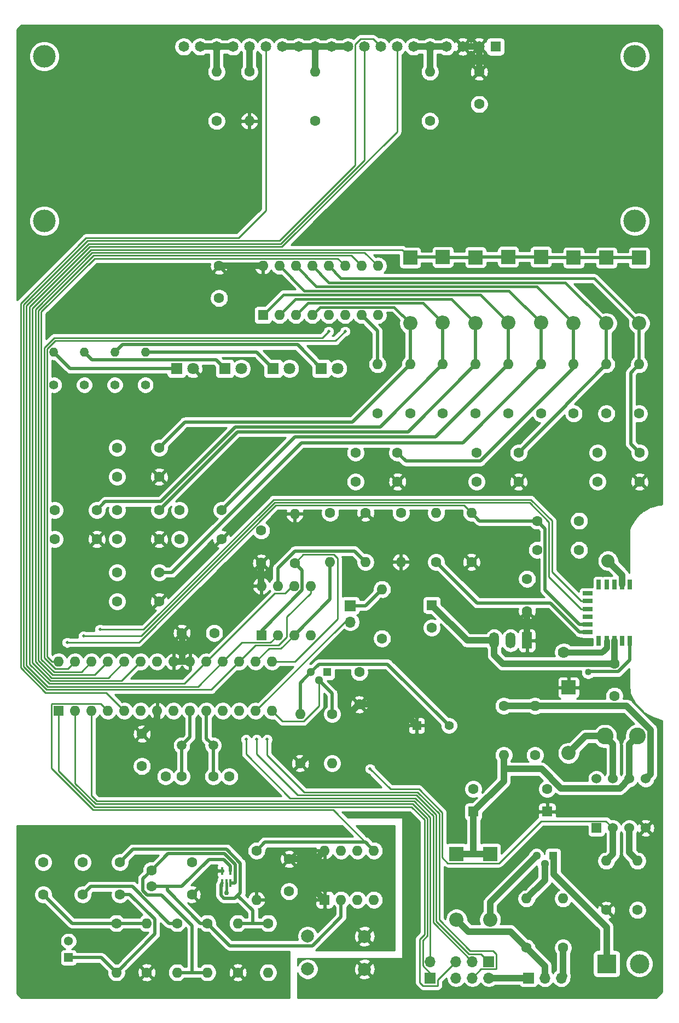
<source format=gbr>
%TF.GenerationSoftware,KiCad,Pcbnew,(5.1.9)-1*%
%TF.CreationDate,2021-03-12T00:20:13-08:00*%
%TF.ProjectId,ShotTimer,53686f74-5469-46d6-9572-2e6b69636164,rev?*%
%TF.SameCoordinates,Original*%
%TF.FileFunction,Copper,L1,Top*%
%TF.FilePolarity,Positive*%
%FSLAX46Y46*%
G04 Gerber Fmt 4.6, Leading zero omitted, Abs format (unit mm)*
G04 Created by KiCad (PCBNEW (5.1.9)-1) date 2021-03-12 00:20:13*
%MOMM*%
%LPD*%
G01*
G04 APERTURE LIST*
%TA.AperFunction,ComponentPad*%
%ADD10R,1.600000X1.600000*%
%TD*%
%TA.AperFunction,ComponentPad*%
%ADD11O,1.600000X1.600000*%
%TD*%
%TA.AperFunction,ComponentPad*%
%ADD12C,1.600000*%
%TD*%
%TA.AperFunction,ComponentPad*%
%ADD13C,2.600000*%
%TD*%
%TA.AperFunction,ComponentPad*%
%ADD14R,1.300000X1.300000*%
%TD*%
%TA.AperFunction,ComponentPad*%
%ADD15C,1.300000*%
%TD*%
%TA.AperFunction,ComponentPad*%
%ADD16O,2.200000X2.200000*%
%TD*%
%TA.AperFunction,ComponentPad*%
%ADD17R,2.200000X2.200000*%
%TD*%
%TA.AperFunction,ComponentPad*%
%ADD18R,1.500000X2.500000*%
%TD*%
%TA.AperFunction,ComponentPad*%
%ADD19O,1.500000X2.500000*%
%TD*%
%TA.AperFunction,ComponentPad*%
%ADD20R,1.422400X1.422400*%
%TD*%
%TA.AperFunction,ComponentPad*%
%ADD21C,1.422400*%
%TD*%
%TA.AperFunction,ComponentPad*%
%ADD22C,2.000000*%
%TD*%
%TA.AperFunction,ComponentPad*%
%ADD23R,3.000000X3.000000*%
%TD*%
%TA.AperFunction,ComponentPad*%
%ADD24C,3.000000*%
%TD*%
%TA.AperFunction,ComponentPad*%
%ADD25R,1.700000X1.700000*%
%TD*%
%TA.AperFunction,ComponentPad*%
%ADD26O,1.700000X1.700000*%
%TD*%
%TA.AperFunction,ComponentPad*%
%ADD27C,1.800000*%
%TD*%
%TA.AperFunction,ComponentPad*%
%ADD28R,1.800000X1.800000*%
%TD*%
%TA.AperFunction,ComponentPad*%
%ADD29R,1.378000X1.378000*%
%TD*%
%TA.AperFunction,ComponentPad*%
%ADD30C,1.378000*%
%TD*%
%TA.AperFunction,ComponentPad*%
%ADD31O,1.400000X1.400000*%
%TD*%
%TA.AperFunction,ComponentPad*%
%ADD32C,1.400000*%
%TD*%
%TA.AperFunction,SMDPad,CuDef*%
%ADD33R,1.500000X0.700000*%
%TD*%
%TA.AperFunction,SMDPad,CuDef*%
%ADD34R,0.700000X1.500000*%
%TD*%
%TA.AperFunction,ComponentPad*%
%ADD35R,1.524000X1.524000*%
%TD*%
%TA.AperFunction,ComponentPad*%
%ADD36C,1.524000*%
%TD*%
%TA.AperFunction,SMDPad,CuDef*%
%ADD37R,0.400000X1.190000*%
%TD*%
%TA.AperFunction,ComponentPad*%
%ADD38C,1.500000*%
%TD*%
%TA.AperFunction,ComponentPad*%
%ADD39R,1.650000X1.650000*%
%TD*%
%TA.AperFunction,ComponentPad*%
%ADD40C,1.650000*%
%TD*%
%TA.AperFunction,ComponentPad*%
%ADD41C,3.500000*%
%TD*%
%TA.AperFunction,ViaPad*%
%ADD42C,2.032000*%
%TD*%
%TA.AperFunction,ViaPad*%
%ADD43C,1.778000*%
%TD*%
%TA.AperFunction,ViaPad*%
%ADD44C,0.762000*%
%TD*%
%TA.AperFunction,ViaPad*%
%ADD45C,0.508000*%
%TD*%
%TA.AperFunction,ViaPad*%
%ADD46C,1.016000*%
%TD*%
%TA.AperFunction,Conductor*%
%ADD47C,1.016000*%
%TD*%
%TA.AperFunction,Conductor*%
%ADD48C,0.508000*%
%TD*%
%TA.AperFunction,Conductor*%
%ADD49C,0.889000*%
%TD*%
%TA.AperFunction,Conductor*%
%ADD50C,0.381000*%
%TD*%
%TA.AperFunction,Conductor*%
%ADD51C,0.254000*%
%TD*%
%TA.AperFunction,Conductor*%
%ADD52C,0.100000*%
%TD*%
G04 APERTURE END LIST*
D10*
%TO.P,U5,1*%
%TO.N,ISP_RESET*%
X41295320Y-136034780D03*
D11*
%TO.P,U5,15*%
%TO.N,SS_EEPROM*%
X74315320Y-128414780D03*
%TO.P,U5,2*%
%TO.N,RX*%
X43835320Y-136034780D03*
%TO.P,U5,16*%
%TO.N,Write_Protection*%
X71775320Y-128414780D03*
%TO.P,U5,3*%
%TO.N,TX*%
X46375320Y-136034780D03*
%TO.P,U5,17*%
%TO.N,MOSI*%
X69235320Y-128414780D03*
%TO.P,U5,4*%
%TO.N,SS_ADC*%
X48915320Y-136034780D03*
%TO.P,U5,18*%
%TO.N,MISO*%
X66695320Y-128414780D03*
%TO.P,U5,5*%
%TO.N,SS_DS*%
X51455320Y-136034780D03*
%TO.P,U5,19*%
%TO.N,SCK*%
X64155320Y-128414780D03*
%TO.P,U5,6*%
%TO.N,Net-(U5-Pad6)*%
X53995320Y-136034780D03*
%TO.P,U5,20*%
%TO.N,+5V*%
X61615320Y-128414780D03*
%TO.P,U5,7*%
X56535320Y-136034780D03*
%TO.P,U5,21*%
X59075320Y-128414780D03*
%TO.P,U5,8*%
%TO.N,GND*%
X59075320Y-136034780D03*
%TO.P,U5,22*%
X56535320Y-128414780D03*
%TO.P,U5,9*%
%TO.N,Net-(C15-Pad2)*%
X61615320Y-136034780D03*
%TO.P,U5,23*%
%TO.N,BUTTON_PUSHED*%
X53995320Y-128414780D03*
%TO.P,U5,10*%
%TO.N,Net-(C16-Pad2)*%
X64155320Y-136034780D03*
%TO.P,U5,24*%
%TO.N,S2*%
X51455320Y-128414780D03*
%TO.P,U5,11*%
%TO.N,ACTIVITY*%
X66695320Y-136034780D03*
%TO.P,U5,25*%
%TO.N,S1*%
X48915320Y-128414780D03*
%TO.P,U5,12*%
%TO.N,PGML1*%
X69235320Y-136034780D03*
%TO.P,U5,26*%
%TO.N,S0*%
X46375320Y-128414780D03*
%TO.P,U5,13*%
%TO.N,PGM_RF*%
X71775320Y-136034780D03*
%TO.P,U5,27*%
%TO.N,Y*%
X43835320Y-128414780D03*
%TO.P,U5,14*%
%TO.N,SPEAKER_PWM*%
X74315320Y-136034780D03*
%TO.P,U5,28*%
%TO.N,~Y*%
X41295320Y-128414780D03*
%TD*%
D12*
%TO.P,R15,1*%
%TO.N,+5V*%
X126029720Y-166883080D03*
D11*
%TO.P,R15,2*%
%TO.N,LBO*%
X126029720Y-159263080D03*
%TD*%
%TO.P,R6,2*%
%TO.N,Net-(R6-Pad2)*%
X130855720Y-159263080D03*
D12*
%TO.P,R6,1*%
%TO.N,GND*%
X130855720Y-166883080D03*
%TD*%
%TO.P,C2,1*%
%TO.N,GND*%
X65361820Y-123969780D03*
%TO.P,C2,2*%
%TO.N,+5V*%
X60361820Y-123969780D03*
%TD*%
%TO.P,C1,1*%
%TO.N,GND*%
X127274320Y-133710680D03*
%TO.P,C1,2*%
%TO.N,Net-(C1-Pad2)*%
X127274320Y-128710680D03*
%TD*%
D13*
%TO.P,L1,1*%
%TO.N,PWR*%
X130815720Y-139959080D03*
%TO.P,L1,2*%
%TO.N,Net-(D9-Pad2)*%
X125815720Y-139959080D03*
%TD*%
D14*
%TO.P,Q2,1*%
%TO.N,SYS_PWR*%
X117784452Y-158501080D03*
D15*
%TO.P,Q2,3*%
%TO.N,Net-(D11-Pad2)*%
X115244452Y-158501080D03*
%TO.P,Q2,2*%
%TO.N,Net-(Q2-Pad2)*%
X116514452Y-159771080D03*
%TD*%
D12*
%TO.P,C7,2*%
%TO.N,GND*%
X116885720Y-148143080D03*
D10*
%TO.P,C7,1*%
%TO.N,+5V*%
X116885720Y-151643080D03*
%TD*%
D16*
%TO.P,D11,2*%
%TO.N,Net-(D11-Pad2)*%
X108058386Y-168343580D03*
D17*
%TO.P,D11,1*%
%TO.N,PWR*%
X108058386Y-158183580D03*
%TD*%
D12*
%TO.P,R3,1*%
%TO.N,Net-(R3-Pad1)*%
X99707800Y-112984280D03*
D11*
%TO.P,R3,2*%
%TO.N,GND*%
X99707800Y-105364280D03*
%TD*%
D12*
%TO.P,R2,1*%
%TO.N,PGM_RF*%
X94239280Y-105364280D03*
D11*
%TO.P,R2,2*%
%TO.N,+5V*%
X94239280Y-112984280D03*
%TD*%
D18*
%TO.P,U2,1*%
%TO.N,+5V*%
X113761520Y-125138180D03*
D19*
%TO.P,U2,2*%
%TO.N,GND*%
X111221520Y-125138180D03*
%TO.P,U2,3*%
%TO.N,Net-(C1-Pad2)*%
X108681520Y-125138180D03*
%TD*%
D20*
%TO.P,BZ1,1*%
%TO.N,+5V*%
X96692720Y-138308080D03*
D21*
%TO.P,BZ1,2*%
%TO.N,Net-(BZ1-Pad2)*%
X101692720Y-138308080D03*
%TD*%
D12*
%TO.P,C3,2*%
%TO.N,GND*%
X66111120Y-72124580D03*
%TO.P,C3,1*%
%TO.N,+5V*%
X66111120Y-67124580D03*
%TD*%
%TO.P,C4,2*%
%TO.N,GND*%
X113774220Y-115591580D03*
%TO.P,C4,1*%
%TO.N,+5V*%
X113774220Y-120591580D03*
%TD*%
D10*
%TO.P,C5,1*%
%TO.N,PWR*%
X105455720Y-151643080D03*
D12*
%TO.P,C5,2*%
%TO.N,GND*%
X105455720Y-148143080D03*
%TD*%
D10*
%TO.P,C6,1*%
%TO.N,Net-(C1-Pad2)*%
X99029520Y-119664480D03*
D12*
%TO.P,C6,2*%
%TO.N,GND*%
X99029520Y-123164480D03*
%TD*%
%TO.P,C9,1*%
%TO.N,GND*%
X87802720Y-130053080D03*
%TO.P,C9,2*%
%TO.N,+5V*%
X87802720Y-135053080D03*
%TD*%
%TO.P,C13,1*%
%TO.N,+5V*%
X54173120Y-139603480D03*
%TO.P,C13,2*%
%TO.N,GND*%
X54173120Y-144603480D03*
%TD*%
%TO.P,C14,1*%
%TO.N,+5VA*%
X76938270Y-158985580D03*
%TO.P,C14,2*%
%TO.N,GNDA*%
X76938270Y-163985580D03*
%TD*%
%TO.P,C15,1*%
%TO.N,GND*%
X57828180Y-146197320D03*
%TO.P,C15,2*%
%TO.N,Net-(C15-Pad2)*%
X60328180Y-146197320D03*
%TD*%
%TO.P,C16,2*%
%TO.N,Net-(C16-Pad2)*%
X65211320Y-146197320D03*
%TO.P,C16,1*%
%TO.N,GND*%
X67711320Y-146197320D03*
%TD*%
%TO.P,C17,1*%
%TO.N,GND*%
X72638920Y-108120180D03*
%TO.P,C17,2*%
%TO.N,+5V*%
X72638920Y-113120180D03*
%TD*%
%TO.P,C21,2*%
%TO.N,GND*%
X106344720Y-42089080D03*
%TO.P,C21,1*%
%TO.N,+5V*%
X106344720Y-37089080D03*
%TD*%
%TO.P,C22,2*%
%TO.N,GNDA*%
X38907720Y-159470080D03*
%TO.P,C22,1*%
%TO.N,Net-(C22-Pad1)*%
X38907720Y-164470080D03*
%TD*%
%TO.P,C23,1*%
%TO.N,Net-(C23-Pad1)*%
X50772052Y-159470080D03*
%TO.P,C23,2*%
%TO.N,Net-(C23-Pad2)*%
X50772052Y-164470080D03*
%TD*%
%TO.P,C24,2*%
%TO.N,GNDA*%
X45014886Y-159470080D03*
%TO.P,C24,1*%
%TO.N,Net-(C24-Pad1)*%
X45014886Y-164470080D03*
%TD*%
%TO.P,C25,2*%
%TO.N,Net-(C25-Pad2)*%
X55629220Y-160720080D03*
%TO.P,C25,1*%
%TO.N,MIC_AMP_OUT*%
X55629220Y-163220080D03*
%TD*%
%TO.P,C26,2*%
%TO.N,GNDA*%
X61894720Y-159470080D03*
%TO.P,C26,1*%
%TO.N,+5VA*%
X61894720Y-164470080D03*
%TD*%
D16*
%TO.P,D1,2*%
%TO.N,Net-(D1-Pad2)*%
X105800434Y-75976480D03*
D17*
%TO.P,D1,1*%
%TO.N,BUTTON_PUSHED*%
X105800434Y-65816480D03*
%TD*%
%TO.P,D2,1*%
%TO.N,BUTTON_PUSHED*%
X95676720Y-65867280D03*
D16*
%TO.P,D2,2*%
%TO.N,Net-(D2-Pad2)*%
X95676720Y-76027280D03*
%TD*%
%TO.P,D3,2*%
%TO.N,Net-(D3-Pad2)*%
X110862291Y-75900280D03*
D17*
%TO.P,D3,1*%
%TO.N,BUTTON_PUSHED*%
X110862291Y-65740280D03*
%TD*%
D16*
%TO.P,D4,2*%
%TO.N,Net-(D4-Pad2)*%
X115924148Y-75900280D03*
D17*
%TO.P,D4,1*%
%TO.N,BUTTON_PUSHED*%
X115924148Y-65740280D03*
%TD*%
%TO.P,D5,1*%
%TO.N,BUTTON_PUSHED*%
X100738577Y-65765680D03*
D16*
%TO.P,D5,2*%
%TO.N,Net-(D5-Pad2)*%
X100738577Y-75925680D03*
%TD*%
D17*
%TO.P,D6,1*%
%TO.N,BUTTON_PUSHED*%
X120986005Y-65867280D03*
D16*
%TO.P,D6,2*%
%TO.N,Net-(D6-Pad2)*%
X120986005Y-76027280D03*
%TD*%
%TO.P,D7,2*%
%TO.N,Net-(D7-Pad2)*%
X126047862Y-76027280D03*
D17*
%TO.P,D7,1*%
%TO.N,BUTTON_PUSHED*%
X126047862Y-65867280D03*
%TD*%
%TO.P,D8,1*%
%TO.N,BUTTON_PUSHED*%
X131109720Y-65867280D03*
D16*
%TO.P,D8,2*%
%TO.N,Net-(D8-Pad2)*%
X131109720Y-76027280D03*
%TD*%
D17*
%TO.P,D9,1*%
%TO.N,+5V*%
X120187720Y-132420080D03*
D16*
%TO.P,D9,2*%
%TO.N,Net-(D9-Pad2)*%
X120187720Y-142580080D03*
%TD*%
D17*
%TO.P,D10,1*%
%TO.N,PWR*%
X102852220Y-158183580D03*
D16*
%TO.P,D10,2*%
%TO.N,Net-(D10-Pad2)*%
X102852220Y-168343580D03*
%TD*%
D22*
%TO.P,FB1,1*%
%TO.N,+5VA*%
X88619100Y-170957240D03*
%TO.P,FB1,2*%
%TO.N,+5V*%
X88619100Y-176037240D03*
%TD*%
%TO.P,FB2,2*%
%TO.N,GND*%
X79822040Y-176022000D03*
%TO.P,FB2,1*%
%TO.N,GNDA*%
X79822040Y-170942000D03*
%TD*%
D23*
%TO.P,J1,1*%
%TO.N,SYS_PWR*%
X126080520Y-175198680D03*
D24*
%TO.P,J1,2*%
%TO.N,GND*%
X131160520Y-175198680D03*
%TD*%
D25*
%TO.P,J2,1*%
%TO.N,MISO*%
X107858386Y-174848680D03*
D26*
%TO.P,J2,2*%
%TO.N,/ISP_PWR*%
X107858386Y-177388680D03*
%TO.P,J2,3*%
%TO.N,SCK*%
X105318386Y-174848680D03*
%TO.P,J2,4*%
%TO.N,MOSI*%
X105318386Y-177388680D03*
%TO.P,J2,5*%
%TO.N,ISP_RESET*%
X102778386Y-174848680D03*
%TO.P,J2,6*%
%TO.N,GND*%
X102778386Y-177388680D03*
%TD*%
%TO.P,J3,2*%
%TO.N,TX*%
X98800920Y-174884080D03*
D25*
%TO.P,J3,1*%
%TO.N,RX*%
X98800920Y-177424080D03*
%TD*%
%TO.P,JP1,1*%
%TO.N,Net-(JP1-Pad1)*%
X86418420Y-119728680D03*
D26*
%TO.P,JP1,2*%
%TO.N,PGM_RF*%
X86418420Y-122268680D03*
%TD*%
D25*
%TO.P,JP2,1*%
%TO.N,/ISP_PWR*%
X113989452Y-177398680D03*
D26*
%TO.P,JP2,2*%
%TO.N,Net-(D10-Pad2)*%
X116529452Y-177398680D03*
%TO.P,JP2,3*%
%TO.N,Net-(JP2-Pad3)*%
X119069452Y-177398680D03*
%TD*%
D27*
%TO.P,LED1,2*%
%TO.N,+5V*%
X62067432Y-83024980D03*
D28*
%TO.P,LED1,1*%
%TO.N,Net-(LED1-Pad1)*%
X59527432Y-83024980D03*
%TD*%
%TO.P,LED2,1*%
%TO.N,Net-(LED2-Pad1)*%
X66998420Y-83024980D03*
D27*
%TO.P,LED2,2*%
%TO.N,ACTIVITY*%
X69538420Y-83024980D03*
%TD*%
%TO.P,LED3,2*%
%TO.N,LBO*%
X77009408Y-83024980D03*
D28*
%TO.P,LED3,1*%
%TO.N,Net-(LED3-Pad1)*%
X74469408Y-83024980D03*
%TD*%
%TO.P,LED4,1*%
%TO.N,Net-(LED4-Pad1)*%
X81940400Y-83024980D03*
D27*
%TO.P,LED4,2*%
%TO.N,PGML1*%
X84480400Y-83024980D03*
%TD*%
D29*
%TO.P,MK1,1*%
%TO.N,Net-(C23-Pad2)*%
X42812720Y-174236380D03*
D30*
%TO.P,MK1,2*%
%TO.N,GNDA*%
X42812720Y-171696380D03*
%TD*%
D15*
%TO.P,Q1,2*%
%TO.N,SPEAKER_PWM*%
X81579720Y-131323080D03*
%TO.P,Q1,3*%
%TO.N,Net-(BZ1-Pad2)*%
X80309720Y-130053080D03*
D14*
%TO.P,Q1,1*%
%TO.N,GND*%
X82849720Y-130053080D03*
%TD*%
D11*
%TO.P,R1,2*%
%TO.N,Net-(JP1-Pad1)*%
X91333320Y-117193680D03*
D12*
%TO.P,R1,1*%
%TO.N,GND*%
X91333320Y-124813680D03*
%TD*%
D11*
%TO.P,R4,2*%
%TO.N,PWR*%
X110154720Y-142880080D03*
D12*
%TO.P,R4,1*%
%TO.N,Net-(R4-Pad1)*%
X110154720Y-135260080D03*
%TD*%
%TO.P,R5,1*%
%TO.N,GND*%
X114980720Y-142880080D03*
D11*
%TO.P,R5,2*%
%TO.N,Net-(R4-Pad1)*%
X114980720Y-135260080D03*
%TD*%
%TO.P,R7,2*%
%TO.N,Net-(D1-Pad2)*%
X105800434Y-82377280D03*
D12*
%TO.P,R7,1*%
%TO.N,GND*%
X105800434Y-89997280D03*
%TD*%
%TO.P,R8,1*%
%TO.N,GND*%
X95676720Y-89997280D03*
D11*
%TO.P,R8,2*%
%TO.N,Net-(D2-Pad2)*%
X95676720Y-82377280D03*
%TD*%
%TO.P,R9,2*%
%TO.N,Net-(D3-Pad2)*%
X110862291Y-82377280D03*
D12*
%TO.P,R9,1*%
%TO.N,GND*%
X110862291Y-89997280D03*
%TD*%
%TO.P,R10,1*%
%TO.N,GND*%
X115924148Y-89997280D03*
D11*
%TO.P,R10,2*%
%TO.N,Net-(D4-Pad2)*%
X115924148Y-82377280D03*
%TD*%
D12*
%TO.P,R11,1*%
%TO.N,GND*%
X100738577Y-89997280D03*
D11*
%TO.P,R11,2*%
%TO.N,Net-(D5-Pad2)*%
X100738577Y-82377280D03*
%TD*%
D12*
%TO.P,R12,1*%
%TO.N,GND*%
X120986005Y-89997280D03*
D11*
%TO.P,R12,2*%
%TO.N,Net-(D6-Pad2)*%
X120986005Y-82377280D03*
%TD*%
%TO.P,R13,2*%
%TO.N,Net-(D7-Pad2)*%
X126047862Y-82377280D03*
D12*
%TO.P,R13,1*%
%TO.N,GND*%
X126047862Y-89997280D03*
%TD*%
%TO.P,R14,1*%
%TO.N,GND*%
X131109720Y-89997280D03*
D11*
%TO.P,R14,2*%
%TO.N,Net-(D8-Pad2)*%
X131109720Y-82377280D03*
%TD*%
%TO.P,R16,2*%
%TO.N,GND*%
X83611720Y-144150080D03*
D12*
%TO.P,R16,1*%
%TO.N,SPEAKER_PWM*%
X83611720Y-136530080D03*
%TD*%
%TO.P,R17,1*%
%TO.N,+5V*%
X78658720Y-144150080D03*
D11*
%TO.P,R17,2*%
%TO.N,Net-(BZ1-Pad2)*%
X78658720Y-136530080D03*
%TD*%
%TO.P,R18,2*%
%TO.N,ISP_RESET*%
X105176320Y-105364280D03*
D12*
%TO.P,R18,1*%
%TO.N,+5V*%
X105176320Y-112984280D03*
%TD*%
D11*
%TO.P,R19,2*%
%TO.N,GND*%
X119339452Y-165105080D03*
D12*
%TO.P,R19,1*%
%TO.N,Net-(JP2-Pad3)*%
X119339452Y-172725080D03*
%TD*%
%TO.P,R20,1*%
%TO.N,Net-(D10-Pad2)*%
X113689452Y-172725080D03*
D11*
%TO.P,R20,2*%
%TO.N,Net-(Q2-Pad2)*%
X113689452Y-165105080D03*
%TD*%
D31*
%TO.P,R21,2*%
%TO.N,Net-(LED1-Pad1)*%
X40543480Y-80484980D03*
D32*
%TO.P,R21,1*%
%TO.N,GND*%
X40543480Y-85564980D03*
%TD*%
%TO.P,R22,1*%
%TO.N,GND*%
X45264493Y-85564980D03*
D31*
%TO.P,R22,2*%
%TO.N,Net-(LED2-Pad1)*%
X45264493Y-80484980D03*
%TD*%
D32*
%TO.P,R23,1*%
%TO.N,GND*%
X54706520Y-85564980D03*
D31*
%TO.P,R23,2*%
%TO.N,Net-(LED3-Pad1)*%
X54706520Y-80484980D03*
%TD*%
%TO.P,R24,2*%
%TO.N,Net-(LED4-Pad1)*%
X49985506Y-80484980D03*
D32*
%TO.P,R24,1*%
%TO.N,GND*%
X49985506Y-85564980D03*
%TD*%
D12*
%TO.P,R25,1*%
%TO.N,+5V*%
X88770760Y-105364280D03*
D11*
%TO.P,R25,2*%
%TO.N,Net-(R25-Pad2)*%
X88770760Y-112984280D03*
%TD*%
%TO.P,R26,2*%
%TO.N,Write_Protection*%
X83302240Y-112984280D03*
D12*
%TO.P,R26,1*%
%TO.N,GND*%
X83302240Y-105364280D03*
%TD*%
%TO.P,R27,1*%
%TO.N,SS_EEPROM*%
X77833720Y-113136680D03*
D11*
%TO.P,R27,2*%
%TO.N,+5V*%
X77833720Y-105516680D03*
%TD*%
D12*
%TO.P,R28,1*%
%TO.N,SS_ADC*%
X71897240Y-157675580D03*
D11*
%TO.P,R28,2*%
%TO.N,+5VA*%
X71897240Y-165295580D03*
%TD*%
%TO.P,R29,2*%
%TO.N,Net-(C23-Pad2)*%
X50210720Y-176540160D03*
D12*
%TO.P,R29,1*%
%TO.N,Net-(C22-Pad1)*%
X50210720Y-168920160D03*
%TD*%
D11*
%TO.P,R30,2*%
%TO.N,Net-(C22-Pad1)*%
X54909720Y-168920160D03*
D12*
%TO.P,R30,1*%
%TO.N,+5VA*%
X54909720Y-176540160D03*
%TD*%
%TO.P,R31,1*%
%TO.N,Net-(DS1-Pad16)*%
X70784720Y-37089080D03*
D11*
%TO.P,R31,2*%
%TO.N,+5V*%
X70784720Y-44709080D03*
%TD*%
%TO.P,R32,2*%
%TO.N,Net-(DS1-Pad17)*%
X65704720Y-37089080D03*
D12*
%TO.P,R32,1*%
%TO.N,GND*%
X65704720Y-44709080D03*
%TD*%
%TO.P,R33,1*%
%TO.N,+5VA*%
X69006720Y-176540160D03*
D11*
%TO.P,R33,2*%
%TO.N,Net-(C23-Pad1)*%
X69006720Y-168920160D03*
%TD*%
D12*
%TO.P,R34,1*%
%TO.N,Net-(C23-Pad1)*%
X73705720Y-168920160D03*
D11*
%TO.P,R34,2*%
%TO.N,GNDA*%
X73705720Y-176540160D03*
%TD*%
D12*
%TO.P,R35,1*%
%TO.N,GND*%
X98724720Y-44709080D03*
D11*
%TO.P,R35,2*%
%TO.N,Net-(DS1-Pad4)*%
X98724720Y-37089080D03*
%TD*%
%TO.P,R36,2*%
%TO.N,Net-(DS1-Pad10)*%
X80944720Y-37089080D03*
D12*
%TO.P,R36,1*%
%TO.N,GND*%
X80944720Y-44709080D03*
%TD*%
%TO.P,R37,1*%
%TO.N,Net-(C24-Pad1)*%
X59608720Y-168920160D03*
D11*
%TO.P,R37,2*%
%TO.N,Net-(C25-Pad2)*%
X59608720Y-176540160D03*
%TD*%
D12*
%TO.P,R38,1*%
%TO.N,MIC_AMP_OUT*%
X64307720Y-168920160D03*
D11*
%TO.P,R38,2*%
%TO.N,Net-(C25-Pad2)*%
X64307720Y-176540160D03*
%TD*%
D33*
%TO.P,U3,6*%
%TO.N,Net-(U3-Pad6)*%
X123170220Y-117845580D03*
%TO.P,U3,7*%
%TO.N,TX*%
X123170220Y-119045580D03*
%TO.P,U3,8*%
%TO.N,RX*%
X123170220Y-120245580D03*
%TO.P,U3,9*%
%TO.N,Net-(U3-Pad9)*%
X123170220Y-121445580D03*
%TO.P,U3,10*%
%TO.N,ISP_RESET*%
X123170220Y-122645580D03*
%TO.P,U3,11*%
%TO.N,Net-(R3-Pad1)*%
X123170220Y-123845580D03*
D34*
%TO.P,U3,5*%
%TO.N,Net-(U3-Pad5)*%
X124870220Y-116495580D03*
%TO.P,U3,4*%
%TO.N,Net-(U3-Pad4)*%
X126070220Y-116495580D03*
%TO.P,U3,3*%
%TO.N,Net-(U3-Pad3)*%
X127270220Y-116495580D03*
%TO.P,U3,2*%
%TO.N,GND*%
X128470220Y-116495580D03*
%TO.P,U3,1*%
%TO.N,Net-(U3-Pad1)*%
X129670220Y-116495580D03*
%TO.P,U3,12*%
%TO.N,Net-(U3-Pad12)*%
X124870220Y-125195580D03*
%TO.P,U3,13*%
%TO.N,GND*%
X126070220Y-125195580D03*
%TO.P,U3,14*%
%TO.N,Net-(C1-Pad2)*%
X127270220Y-125195580D03*
%TO.P,U3,15*%
%TO.N,Net-(U3-Pad15)*%
X128520220Y-125195580D03*
%TO.P,U3,16*%
%TO.N,PGM_RF*%
X129670220Y-125195580D03*
%TD*%
D35*
%TO.P,U4,1*%
%TO.N,GND*%
X124505720Y-154183080D03*
D36*
%TO.P,U4,2*%
%TO.N,LBO*%
X127045720Y-154183080D03*
%TO.P,U4,3*%
%TO.N,Net-(R6-Pad2)*%
X129585720Y-154183080D03*
%TO.P,U4,4*%
%TO.N,+5V*%
X132125720Y-154183080D03*
%TO.P,U4,5*%
%TO.N,Net-(R4-Pad1)*%
X132125720Y-146563080D03*
%TO.P,U4,6*%
%TO.N,PWR*%
X129585720Y-146563080D03*
%TO.P,U4,7*%
%TO.N,Net-(D9-Pad2)*%
X127045720Y-146563080D03*
%TO.P,U4,8*%
%TO.N,GND*%
X124505720Y-146563080D03*
%TD*%
D10*
%TO.P,U6,1*%
%TO.N,+5VA*%
X82456020Y-165285580D03*
D11*
%TO.P,U6,5*%
%TO.N,SS_ADC*%
X90076020Y-157665580D03*
%TO.P,U6,2*%
%TO.N,MIC_AMP_OUT*%
X84996020Y-165285580D03*
%TO.P,U6,6*%
%TO.N,MISO*%
X87536020Y-157665580D03*
%TO.P,U6,3*%
%TO.N,GNDA*%
X87536020Y-165285580D03*
%TO.P,U6,7*%
%TO.N,SCK*%
X84996020Y-157665580D03*
%TO.P,U6,4*%
%TO.N,GNDA*%
X90076020Y-165285580D03*
%TO.P,U6,8*%
%TO.N,+5VA*%
X82456020Y-157665580D03*
%TD*%
D10*
%TO.P,U7,1*%
%TO.N,SS_EEPROM*%
X72651620Y-124312680D03*
D11*
%TO.P,U7,5*%
%TO.N,MOSI*%
X80271620Y-116692680D03*
%TO.P,U7,2*%
%TO.N,MISO*%
X75191620Y-124312680D03*
%TO.P,U7,6*%
%TO.N,SCK*%
X77731620Y-116692680D03*
%TO.P,U7,3*%
%TO.N,Write_Protection*%
X77731620Y-124312680D03*
%TO.P,U7,7*%
%TO.N,Net-(R25-Pad2)*%
X75191620Y-116692680D03*
%TO.P,U7,4*%
%TO.N,GND*%
X80271620Y-124312680D03*
%TO.P,U7,8*%
%TO.N,+5V*%
X72651620Y-116692680D03*
%TD*%
D37*
%TO.P,U8,4*%
%TO.N,MIC_AMP_OUT*%
X67891420Y-160804080D03*
%TO.P,U8,3*%
%TO.N,Net-(C25-Pad2)*%
X67891420Y-162724080D03*
%TO.P,U8,5*%
%TO.N,+5VA*%
X66591420Y-160804080D03*
%TO.P,U8,2*%
%TO.N,GNDA*%
X67241420Y-162724080D03*
%TO.P,U8,1*%
%TO.N,Net-(C23-Pad1)*%
X66591420Y-162724080D03*
%TD*%
D38*
%TO.P,Y1,1*%
%TO.N,Net-(C15-Pad2)*%
X60332620Y-141368780D03*
%TO.P,Y1,2*%
%TO.N,Net-(C16-Pad2)*%
X65212620Y-141368780D03*
%TD*%
D12*
%TO.P,R39,1*%
%TO.N,GND*%
X90609420Y-89997280D03*
D11*
%TO.P,R39,2*%
%TO.N,Net-(R39-Pad2)*%
X90609420Y-82377280D03*
%TD*%
D10*
%TO.P,U1,1*%
%TO.N,Net-(D3-Pad2)*%
X72905620Y-74747280D03*
D11*
%TO.P,U1,9*%
%TO.N,S2*%
X90685620Y-67127280D03*
%TO.P,U1,2*%
%TO.N,Net-(D1-Pad2)*%
X75445620Y-74747280D03*
%TO.P,U1,10*%
%TO.N,S1*%
X88145620Y-67127280D03*
%TO.P,U1,3*%
%TO.N,Net-(D5-Pad2)*%
X77985620Y-74747280D03*
%TO.P,U1,11*%
%TO.N,S0*%
X85605620Y-67127280D03*
%TO.P,U1,4*%
%TO.N,Net-(D2-Pad2)*%
X80525620Y-74747280D03*
%TO.P,U1,12*%
%TO.N,Net-(D8-Pad2)*%
X83065620Y-67127280D03*
%TO.P,U1,5*%
%TO.N,Y*%
X83065620Y-74747280D03*
%TO.P,U1,13*%
%TO.N,Net-(D7-Pad2)*%
X80525620Y-67127280D03*
%TO.P,U1,6*%
%TO.N,~Y*%
X85605620Y-74747280D03*
%TO.P,U1,14*%
%TO.N,Net-(D6-Pad2)*%
X77985620Y-67127280D03*
%TO.P,U1,7*%
%TO.N,Net-(R39-Pad2)*%
X88145620Y-74747280D03*
%TO.P,U1,15*%
%TO.N,Net-(D4-Pad2)*%
X75445620Y-67127280D03*
%TO.P,U1,8*%
%TO.N,GND*%
X90685620Y-74747280D03*
%TO.P,U1,16*%
%TO.N,+5V*%
X72905620Y-67127280D03*
%TD*%
D12*
%TO.P,SW1,1*%
%TO.N,N/C*%
X50344000Y-104943080D03*
%TO.P,SW1,3*%
X50344000Y-109443080D03*
%TO.P,SW1,2*%
%TO.N,Net-(D1-Pad2)*%
X56844000Y-104943080D03*
%TO.P,SW1,4*%
%TO.N,+5V*%
X56844000Y-109443080D03*
%TD*%
%TO.P,SW2,1*%
%TO.N,N/C*%
X50344000Y-95291080D03*
%TO.P,SW2,3*%
X50344000Y-99791080D03*
%TO.P,SW2,2*%
%TO.N,Net-(D2-Pad2)*%
X56844000Y-95291080D03*
%TO.P,SW2,4*%
%TO.N,+5V*%
X56844000Y-99791080D03*
%TD*%
%TO.P,SW3,4*%
%TO.N,+5V*%
X66496000Y-109443080D03*
%TO.P,SW3,2*%
%TO.N,Net-(D3-Pad2)*%
X66496000Y-104943080D03*
%TO.P,SW3,3*%
%TO.N,N/C*%
X59996000Y-109443080D03*
%TO.P,SW3,1*%
X59996000Y-104943080D03*
%TD*%
%TO.P,SW4,1*%
%TO.N,N/C*%
X50344000Y-114595080D03*
%TO.P,SW4,3*%
X50344000Y-119095080D03*
%TO.P,SW4,2*%
%TO.N,Net-(D4-Pad2)*%
X56844000Y-114595080D03*
%TO.P,SW4,4*%
%TO.N,+5V*%
X56844000Y-119095080D03*
%TD*%
%TO.P,SW5,1*%
%TO.N,N/C*%
X40692000Y-104943080D03*
%TO.P,SW5,3*%
X40692000Y-109443080D03*
%TO.P,SW5,2*%
%TO.N,Net-(D5-Pad2)*%
X47192000Y-104943080D03*
%TO.P,SW5,4*%
%TO.N,+5V*%
X47192000Y-109443080D03*
%TD*%
%TO.P,SW6,4*%
%TO.N,+5V*%
X93719720Y-100553080D03*
%TO.P,SW6,2*%
%TO.N,Net-(D6-Pad2)*%
X93719720Y-96053080D03*
%TO.P,SW6,3*%
%TO.N,N/C*%
X87219720Y-100553080D03*
%TO.P,SW6,1*%
X87219720Y-96053080D03*
%TD*%
%TO.P,SW7,4*%
%TO.N,+5V*%
X112452220Y-100553080D03*
%TO.P,SW7,2*%
%TO.N,Net-(D7-Pad2)*%
X112452220Y-96053080D03*
%TO.P,SW7,3*%
%TO.N,N/C*%
X105952220Y-100553080D03*
%TO.P,SW7,1*%
X105952220Y-96053080D03*
%TD*%
%TO.P,SW8,4*%
%TO.N,+5V*%
X131184720Y-100553080D03*
%TO.P,SW8,2*%
%TO.N,Net-(D8-Pad2)*%
X131184720Y-96053080D03*
%TO.P,SW8,3*%
%TO.N,N/C*%
X124684720Y-100553080D03*
%TO.P,SW8,1*%
X124684720Y-96053080D03*
%TD*%
%TO.P,SW9,4*%
%TO.N,N/C*%
X121824820Y-111106780D03*
%TO.P,SW9,2*%
X121824820Y-106606780D03*
%TO.P,SW9,3*%
%TO.N,GND*%
X115324820Y-111106780D03*
%TO.P,SW9,1*%
%TO.N,ISP_RESET*%
X115324820Y-106606780D03*
%TD*%
D39*
%TO.P,DS1,1*%
%TO.N,GND*%
X108884974Y-33176880D03*
D40*
%TO.P,DS1,2*%
%TO.N,+5V*%
X106344974Y-33176880D03*
%TO.P,DS1,3*%
X103804974Y-33176880D03*
%TO.P,DS1,4*%
%TO.N,Net-(DS1-Pad4)*%
X101264974Y-33176880D03*
%TO.P,DS1,5*%
X98724974Y-33176880D03*
%TO.P,DS1,6*%
X96184974Y-33176880D03*
%TO.P,DS1,7*%
%TO.N,SCK*%
X93644974Y-33176880D03*
%TO.P,DS1,8*%
%TO.N,MOSI*%
X91104974Y-33176880D03*
%TO.P,DS1,9*%
%TO.N,MISO*%
X88564974Y-33176880D03*
%TO.P,DS1,10*%
%TO.N,Net-(DS1-Pad10)*%
X86024974Y-33176880D03*
%TO.P,DS1,11*%
X83484974Y-33176880D03*
%TO.P,DS1,12*%
X80944974Y-33176880D03*
%TO.P,DS1,13*%
X78404974Y-33176880D03*
%TO.P,DS1,14*%
X75864974Y-33176880D03*
%TO.P,DS1,15*%
%TO.N,SS_DS*%
X73324974Y-33176880D03*
%TO.P,DS1,16*%
%TO.N,Net-(DS1-Pad16)*%
X70784974Y-33176880D03*
%TO.P,DS1,17*%
%TO.N,Net-(DS1-Pad17)*%
X68244974Y-33176880D03*
%TO.P,DS1,18*%
X65704974Y-33176880D03*
%TO.P,DS1,19*%
X63164974Y-33176880D03*
%TO.P,DS1,20*%
%TO.N,GND*%
X60624974Y-33176880D03*
D41*
%TO.P,DS1,P1*%
%TO.N,N/C*%
X39054974Y-34676880D03*
%TO.P,DS1,P2*%
X39054974Y-60176880D03*
%TO.P,DS1,P3*%
X130454974Y-34676880D03*
%TO.P,DS1,P4*%
X130454974Y-60176880D03*
%TD*%
D42*
%TO.N,GND*%
X126283720Y-112806480D03*
D43*
X119451120Y-126954280D03*
D44*
%TO.N,GNDA*%
X67228720Y-164190680D03*
D45*
%TO.N,MISO*%
X71915020Y-140467080D03*
%TO.N,SCK*%
X70276720Y-140467080D03*
%TO.N,MOSI*%
X73553320Y-140467080D03*
%TO.N,ISP_RESET*%
X42590720Y-125455680D03*
%TO.N,TX*%
X47670720Y-123423680D03*
%TO.N,RX*%
X45130720Y-124465080D03*
%TO.N,LBO*%
X89479120Y-145013680D03*
D46*
%TO.N,PGM_RF*%
X123235720Y-130027680D03*
D45*
%TO.N,Y*%
X83065620Y-77271880D03*
%TO.N,~Y*%
X85605620Y-77271880D03*
%TD*%
D47*
%TO.N,+5V*%
X72902920Y-67124580D02*
X72905620Y-67127280D01*
X66111120Y-67124580D02*
X72902920Y-67124580D01*
X59088020Y-128402080D02*
X59075320Y-128414780D01*
X106344720Y-37089080D02*
X106344720Y-33177480D01*
X106344720Y-33177480D02*
X103804720Y-33177480D01*
X60370720Y-123978680D02*
X60361820Y-123969780D01*
X60370720Y-128414780D02*
X60370720Y-123978680D01*
X61615320Y-128414780D02*
X60370720Y-128414780D01*
X60370720Y-128414780D02*
X59075320Y-128414780D01*
X72638920Y-116679980D02*
X72651620Y-116692680D01*
X72638920Y-113120180D02*
X72638920Y-116679980D01*
X113774220Y-125125480D02*
X113761520Y-125138180D01*
X113774220Y-120591580D02*
X113774220Y-125125480D01*
X93437720Y-135053080D02*
X96692720Y-138308080D01*
X87802720Y-135053080D02*
X93437720Y-135053080D01*
X87755720Y-135053080D02*
X87802720Y-135053080D01*
X78658720Y-144150080D02*
X87755720Y-135053080D01*
X56535320Y-137241280D02*
X54173120Y-139603480D01*
X56535320Y-136034780D02*
X56535320Y-137241280D01*
D48*
%TO.N,Net-(BZ1-Pad2)*%
X78658720Y-131704080D02*
X80309720Y-130053080D01*
X78658720Y-136530080D02*
X78658720Y-131704080D01*
X81566921Y-128795879D02*
X80309720Y-130053080D01*
X92180519Y-128795879D02*
X81566921Y-128795879D01*
X101692720Y-138308080D02*
X92180519Y-128795879D01*
D47*
%TO.N,GND*%
X128470220Y-114992980D02*
X126283720Y-112806480D01*
X128470220Y-116495580D02*
X128470220Y-114992980D01*
D49*
X126070220Y-126261442D02*
X126070220Y-125195580D01*
X125377382Y-126954280D02*
X126070220Y-126261442D01*
X119451120Y-126954280D02*
X125377382Y-126954280D01*
D50*
%TO.N,GNDA*%
X67228720Y-162736780D02*
X67241420Y-162724080D01*
X67228720Y-164190680D02*
X67228720Y-162736780D01*
D48*
%TO.N,MIC_AMP_OUT*%
X63176350Y-168920160D02*
X58094560Y-163838370D01*
X64307720Y-168920160D02*
X63176350Y-168920160D01*
X64552929Y-159021780D02*
X66812720Y-159021780D01*
X60354629Y-163220080D02*
X64552929Y-159021780D01*
X67891420Y-160100480D02*
X67891420Y-160804080D01*
X66812720Y-159021780D02*
X67891420Y-160100480D01*
X58094560Y-163291840D02*
X58166320Y-163220080D01*
X58094560Y-163838370D02*
X58094560Y-163291840D01*
X58166320Y-163220080D02*
X60354629Y-163220080D01*
X55629220Y-163220080D02*
X58166320Y-163220080D01*
X80521497Y-172399201D02*
X84996020Y-167924678D01*
X84996020Y-167924678D02*
X84996020Y-165285580D01*
X67786761Y-172399201D02*
X80521497Y-172399201D01*
X64307720Y-168920160D02*
X67786761Y-172399201D01*
D47*
%TO.N,+5VA*%
X81136020Y-158985580D02*
X82456020Y-157665580D01*
X79778220Y-162607780D02*
X82456020Y-165285580D01*
X79778220Y-158985580D02*
X79778220Y-162607780D01*
X76938270Y-158985580D02*
X79778220Y-158985580D01*
X79778220Y-158985580D02*
X81136020Y-158985580D01*
D48*
X65560720Y-160804080D02*
X66591420Y-160804080D01*
X61894720Y-164470080D02*
X65560720Y-160804080D01*
%TO.N,Net-(D1-Pad2)*%
X105800434Y-82377280D02*
X105800434Y-75976480D01*
D50*
X102056713Y-72232759D02*
X77960141Y-72232759D01*
X77960141Y-72232759D02*
X75445620Y-74747280D01*
X105800434Y-75976480D02*
X102056713Y-72232759D01*
D48*
X95335654Y-92842060D02*
X105800434Y-82377280D01*
X56844000Y-104943080D02*
X68945020Y-92842060D01*
X68945020Y-92842060D02*
X95335654Y-92842060D01*
%TO.N,Net-(D2-Pad2)*%
X95676720Y-82377280D02*
X95676720Y-76027280D01*
D50*
X81770121Y-73502779D02*
X80525620Y-74747280D01*
X93152219Y-73502779D02*
X81770121Y-73502779D01*
X95676720Y-76027280D02*
X93152219Y-73502779D01*
D48*
X86735960Y-91318040D02*
X95676720Y-82377280D01*
X60817040Y-91318040D02*
X86735960Y-91318040D01*
X56844000Y-95291080D02*
X60817040Y-91318040D01*
%TO.N,Net-(D3-Pad2)*%
X110862291Y-82377280D02*
X110862291Y-75900280D01*
D50*
X76055151Y-71597749D02*
X72905620Y-74747280D01*
X106559760Y-71597749D02*
X76055151Y-71597749D01*
X110862291Y-75900280D02*
X106559760Y-71597749D01*
D48*
X99635501Y-93604070D02*
X110862291Y-82377280D01*
X66496000Y-104943080D02*
X77835010Y-93604070D01*
X77835010Y-93604070D02*
X99635501Y-93604070D01*
%TO.N,BUTTON_PUSHED*%
X131109720Y-65867280D02*
X126047862Y-65867280D01*
X126047862Y-65867280D02*
X120986005Y-65867280D01*
X116051148Y-65867280D02*
X115924148Y-65740280D01*
X120986005Y-65867280D02*
X116051148Y-65867280D01*
X115924148Y-65740280D02*
X110862291Y-65740280D01*
X105876634Y-65740280D02*
X105800434Y-65816480D01*
X110862291Y-65740280D02*
X105876634Y-65740280D01*
X100789377Y-65816480D02*
X100738577Y-65765680D01*
X105800434Y-65816480D02*
X100789377Y-65816480D01*
X95778320Y-65765680D02*
X95676720Y-65867280D01*
X100738577Y-65765680D02*
X95778320Y-65765680D01*
D51*
X39995295Y-131373821D02*
X51036279Y-131373821D01*
X37227234Y-128605760D02*
X39995295Y-131373821D01*
X51036279Y-131373821D02*
X53995320Y-128414780D01*
X37227233Y-73685197D02*
X37227234Y-128605760D01*
X46289672Y-64622752D02*
X37227233Y-73685197D01*
X94432190Y-64622752D02*
X46289672Y-64622752D01*
X95676720Y-65867280D02*
X94432190Y-64622752D01*
D48*
%TO.N,Net-(D4-Pad2)*%
X115924148Y-82377280D02*
X115924148Y-75900280D01*
D50*
X79281079Y-70962739D02*
X75445620Y-67127280D01*
X110986607Y-70962739D02*
X79281079Y-70962739D01*
X115924148Y-75900280D02*
X110986607Y-70962739D01*
D48*
X103801126Y-94500302D02*
X115924148Y-82377280D01*
X78874620Y-94500302D02*
X103801126Y-94500302D01*
X58779842Y-114595080D02*
X78874620Y-94500302D01*
X56844000Y-114595080D02*
X58779842Y-114595080D01*
%TO.N,Net-(D5-Pad2)*%
X100738577Y-82377280D02*
X100738577Y-75925680D01*
D50*
X79865131Y-72867769D02*
X77985620Y-74747280D01*
X97680666Y-72867769D02*
X79865131Y-72867769D01*
X100738577Y-75925680D02*
X97680666Y-72867769D01*
D48*
X57074357Y-103635079D02*
X68629386Y-92080050D01*
X48500001Y-103635079D02*
X57074357Y-103635079D01*
X47192000Y-104943080D02*
X48500001Y-103635079D01*
X91035807Y-92080050D02*
X100738577Y-82377280D01*
X68629386Y-92080050D02*
X91035807Y-92080050D01*
%TO.N,Net-(D6-Pad2)*%
X120986005Y-82377280D02*
X120986005Y-76027280D01*
D50*
X81186069Y-70327729D02*
X77985620Y-67127280D01*
X115286454Y-70327729D02*
X81186069Y-70327729D01*
X120986005Y-76027280D02*
X115286454Y-70327729D01*
D48*
X95027721Y-97361081D02*
X93719720Y-96053080D01*
X106580061Y-97361081D02*
X95027721Y-97361081D01*
X120986005Y-82955137D02*
X106580061Y-97361081D01*
X120986005Y-82377280D02*
X120986005Y-82955137D01*
%TO.N,Net-(D7-Pad2)*%
X126047862Y-82377280D02*
X126047862Y-76027280D01*
D50*
X83091059Y-69692719D02*
X80525620Y-67127280D01*
X119713301Y-69692719D02*
X83091059Y-69692719D01*
X126047862Y-76027280D02*
X119713301Y-69692719D01*
D48*
X119816021Y-88609121D02*
X126047862Y-82377280D01*
X119816021Y-88689279D02*
X119816021Y-88609121D01*
X112452220Y-96053080D02*
X119816021Y-88689279D01*
%TO.N,Net-(D8-Pad2)*%
X131109720Y-82377280D02*
X131109720Y-76027280D01*
D50*
X84996049Y-69057709D02*
X83065620Y-67127280D01*
X124140149Y-69057709D02*
X84996049Y-69057709D01*
X131109720Y-76027280D02*
X124140149Y-69057709D01*
D48*
X129801719Y-83685281D02*
X131109720Y-82377280D01*
X129801719Y-94670079D02*
X129801719Y-83685281D01*
X131184720Y-96053080D02*
X129801719Y-94670079D01*
D47*
%TO.N,Net-(D9-Pad2)*%
X127045720Y-141189080D02*
X125815720Y-139959080D01*
X127045720Y-146563080D02*
X127045720Y-141189080D01*
X122808720Y-139959080D02*
X120187720Y-142580080D01*
X125815720Y-139959080D02*
X122808720Y-139959080D01*
%TO.N,Net-(D10-Pad2)*%
X116529452Y-175565080D02*
X113689452Y-172725080D01*
X116529452Y-177398680D02*
X116529452Y-175565080D01*
X113689452Y-172725080D02*
X111169953Y-170205581D01*
X104714221Y-170205581D02*
X111169953Y-170205581D01*
X102852220Y-168343580D02*
X104714221Y-170205581D01*
D51*
%TO.N,MISO*%
X69667219Y-125442881D02*
X66695320Y-128414780D01*
X74061419Y-125442881D02*
X69667219Y-125442881D01*
X75191620Y-124312680D02*
X74061419Y-125442881D01*
X99715338Y-152130130D02*
X96662848Y-149077640D01*
X99715338Y-168599040D02*
X99715338Y-152130130D01*
X104784777Y-173668479D02*
X99715338Y-168599040D01*
X106678185Y-173668479D02*
X104784777Y-173668479D01*
X107858386Y-174848680D02*
X106678185Y-173668479D01*
X107211794Y-174848680D02*
X107858386Y-174848680D01*
X96662848Y-149077640D02*
X78252280Y-149077640D01*
X71915020Y-142740380D02*
X71915020Y-140467080D01*
X78252280Y-149077640D02*
X71915020Y-142740380D01*
X62821859Y-132288241D02*
X66695320Y-128414780D01*
X39616531Y-132288241D02*
X62821859Y-132288241D01*
X36312816Y-128984526D02*
X39616531Y-132288241D01*
X36312815Y-73306435D02*
X36312816Y-128984526D01*
X45910914Y-63708334D02*
X36312815Y-73306435D01*
X75649874Y-63708334D02*
X45910914Y-63708334D01*
X88564720Y-50793488D02*
X75649874Y-63708334D01*
X88564720Y-33177480D02*
X88564720Y-50793488D01*
%TO.N,SCK*%
X77430666Y-116692680D02*
X77731620Y-116692680D01*
X76300465Y-117822881D02*
X77430666Y-116692680D01*
X74747219Y-117822881D02*
X76300465Y-117822881D01*
X64155320Y-128414780D02*
X74747219Y-117822881D01*
X99258129Y-152319513D02*
X96473466Y-149534850D01*
X99258130Y-168788424D02*
X99258129Y-152319513D01*
X105318386Y-174848680D02*
X99258130Y-168788424D01*
X96473466Y-149534850D02*
X77109290Y-149534850D01*
X70276720Y-142702280D02*
X70276720Y-140467080D01*
X77109290Y-149534850D02*
X70276720Y-142702280D01*
X39805913Y-131831031D02*
X60739069Y-131831031D01*
X36770025Y-128795143D02*
X39805913Y-131831031D01*
X36770024Y-73495816D02*
X36770025Y-128795143D01*
X46100297Y-64165543D02*
X36770024Y-73495816D01*
X75839258Y-64165542D02*
X46100297Y-64165543D01*
X60739069Y-131831031D02*
X64155320Y-128414780D01*
X93644720Y-46360080D02*
X75839258Y-64165542D01*
X93644720Y-33177480D02*
X93644720Y-46360080D01*
%TO.N,MOSI*%
X80271620Y-117824050D02*
X80271620Y-116692680D01*
X76601419Y-121494251D02*
X80271620Y-117824050D01*
X76601419Y-124575579D02*
X76601419Y-121494251D01*
X75276907Y-125900091D02*
X76601419Y-124575579D01*
X71750009Y-125900091D02*
X75276907Y-125900091D01*
X69235320Y-128414780D02*
X71750009Y-125900091D01*
X106678185Y-176028881D02*
X105318386Y-177388680D01*
X108972547Y-176028881D02*
X106678185Y-176028881D01*
X109038587Y-173734519D02*
X109038587Y-175962841D01*
X108515337Y-173211269D02*
X109038587Y-173734519D01*
X104974159Y-173211269D02*
X108515337Y-173211269D01*
X100172548Y-168409658D02*
X104974159Y-173211269D01*
X100172547Y-151940747D02*
X100172548Y-168409658D01*
X96852230Y-148620430D02*
X100172547Y-151940747D01*
X109038587Y-175962841D02*
X108972547Y-176028881D01*
X96852230Y-148620430D02*
X79293670Y-148620430D01*
X73553320Y-142880080D02*
X73553320Y-140467080D01*
X79293670Y-148620430D02*
X73553320Y-142880080D01*
X35855606Y-73117054D02*
X35855607Y-129173909D01*
X45721531Y-63251125D02*
X35855606Y-73117054D01*
X75460492Y-63251124D02*
X45721531Y-63251125D01*
X35855607Y-129173909D02*
X39427149Y-132745451D01*
X87204921Y-51506695D02*
X75460492Y-63251124D01*
X39427149Y-132745451D02*
X64904649Y-132745451D01*
X87204921Y-32790581D02*
X87204921Y-51506695D01*
X87998223Y-31997279D02*
X87204921Y-32790581D01*
X89924519Y-31997279D02*
X87998223Y-31997279D01*
X64904649Y-132745451D02*
X69235320Y-128414780D01*
X91104720Y-33177480D02*
X89924519Y-31997279D01*
D48*
%TO.N,ISP_RESET*%
X106418820Y-106606780D02*
X105176320Y-105364280D01*
X115324820Y-106606780D02*
X106418820Y-106606780D01*
X116582021Y-117315381D02*
X116582021Y-107863981D01*
X116582021Y-107863981D02*
X115324820Y-106606780D01*
X121912220Y-122645580D02*
X116582021Y-117315381D01*
X123170220Y-122645580D02*
X121912220Y-122645580D01*
D51*
X95905320Y-150906480D02*
X46832520Y-150906480D01*
X97886500Y-152887660D02*
X95905320Y-150906480D01*
X97163509Y-171379099D02*
X97886500Y-170656108D01*
X97886500Y-170656108D02*
X97886500Y-152887660D01*
X97163509Y-178081031D02*
X97163509Y-171379099D01*
X46832520Y-150906480D02*
X41295320Y-145369280D01*
X99981121Y-178538241D02*
X99915081Y-178604281D01*
X99915081Y-178604281D02*
X97686759Y-178604281D01*
X99981121Y-177645945D02*
X99981121Y-178538241D01*
X41295320Y-145369280D02*
X41295320Y-136034780D01*
X97686759Y-178604281D02*
X97163509Y-178081031D01*
X102778386Y-174848680D02*
X99981121Y-177645945D01*
X74886721Y-104234079D02*
X53690520Y-125430280D01*
X104046119Y-104234079D02*
X74886721Y-104234079D01*
X105176320Y-105364280D02*
X104046119Y-104234079D01*
X42616120Y-125430280D02*
X42590720Y-125455680D01*
X53690520Y-125430280D02*
X42616120Y-125430280D01*
%TO.N,TX*%
X46375320Y-149156096D02*
X46375320Y-136034780D01*
X47211284Y-149992060D02*
X46375320Y-149156096D01*
X96284084Y-149992060D02*
X47211284Y-149992060D01*
X98800920Y-152508896D02*
X96284084Y-149992060D01*
X98800920Y-174884080D02*
X98800920Y-152508896D01*
X47696120Y-123398280D02*
X47670720Y-123423680D01*
X54429336Y-123398280D02*
X47696120Y-123398280D01*
X114356988Y-103319660D02*
X74507955Y-103319661D01*
X74507955Y-103319661D02*
X54429336Y-123398280D01*
X117623440Y-106586110D02*
X114356988Y-103319660D01*
X117623441Y-114502801D02*
X117623440Y-106586110D01*
X122166220Y-119045580D02*
X117623441Y-114502801D01*
X123170220Y-119045580D02*
X122166220Y-119045580D01*
%TO.N,RX*%
X47021902Y-150449270D02*
X43835320Y-147262688D01*
X43835320Y-147262688D02*
X43835320Y-136034780D01*
X96094702Y-150449270D02*
X47021902Y-150449270D01*
X98343710Y-170845490D02*
X98343709Y-152698277D01*
X98343709Y-152698277D02*
X96094702Y-150449270D01*
X97620719Y-171568481D02*
X98343710Y-170845490D01*
X98800920Y-176630778D02*
X97620719Y-175450577D01*
X97620719Y-175450577D02*
X97620719Y-171568481D01*
X98800920Y-177424080D02*
X98800920Y-176630778D01*
X45181520Y-124414280D02*
X45130720Y-124465080D01*
X54059928Y-124414280D02*
X45181520Y-124414280D01*
X74697338Y-103776870D02*
X54059928Y-124414280D01*
X114167607Y-103776869D02*
X74697338Y-103776870D01*
X117166231Y-106775493D02*
X114167607Y-103776869D01*
X117166231Y-115245591D02*
X117166231Y-106775493D01*
X122166220Y-120245580D02*
X117166231Y-115245591D01*
X123170220Y-120245580D02*
X122166220Y-120245580D01*
D48*
%TO.N,Net-(LED1-Pad1)*%
X43083480Y-83024980D02*
X59527432Y-83024980D01*
X40543480Y-80484980D02*
X43083480Y-83024980D01*
D47*
%TO.N,LBO*%
X127045720Y-158247080D02*
X126029720Y-159263080D01*
X127045720Y-154183080D02*
X127045720Y-156596080D01*
X127045720Y-156596080D02*
X127045720Y-158247080D01*
D51*
X92628660Y-148163220D02*
X89479120Y-145013680D01*
X100629756Y-151751364D02*
X97041612Y-148163220D01*
X100629756Y-158755116D02*
X100629756Y-151751364D01*
X101488421Y-159613781D02*
X100629756Y-158755116D01*
X109422547Y-159613781D02*
X101488421Y-159613781D01*
X115945449Y-153090879D02*
X109422547Y-159613781D01*
X97041612Y-148163220D02*
X92628660Y-148163220D01*
X125953519Y-153090879D02*
X115945449Y-153090879D01*
X127045720Y-154183080D02*
X125953519Y-153090879D01*
D48*
%TO.N,Net-(LED2-Pad1)*%
X65641219Y-81667779D02*
X66998420Y-83024980D01*
X46447267Y-81667779D02*
X65641219Y-81667779D01*
X45264468Y-80484980D02*
X46447267Y-81667779D01*
%TO.N,Net-(LED3-Pad1)*%
X71929408Y-80484980D02*
X74469408Y-83024980D01*
X54706520Y-80484980D02*
X71929408Y-80484980D01*
%TO.N,Net-(LED4-Pad1)*%
X78243199Y-79327779D02*
X81940400Y-83024980D01*
X51142707Y-79327779D02*
X78243199Y-79327779D01*
X49985506Y-80484980D02*
X51142707Y-79327779D01*
%TO.N,SPEAKER_PWM*%
X83611720Y-133355080D02*
X81579720Y-131323080D01*
X83611720Y-136530080D02*
X83611720Y-133355080D01*
D51*
X81579720Y-135281778D02*
X81579720Y-131323080D01*
X79201217Y-137660281D02*
X81579720Y-135281778D01*
X75940821Y-137660281D02*
X79201217Y-137660281D01*
X74315320Y-136034780D02*
X75940821Y-137660281D01*
%TO.N,PGM_RF*%
X85541420Y-122268680D02*
X86418420Y-122268680D01*
X71775320Y-136034780D02*
X85541420Y-122268680D01*
D48*
X129670220Y-125195580D02*
X129670220Y-128175438D01*
X129670220Y-128175438D02*
X127877777Y-129967881D01*
X123295519Y-129967881D02*
X123235720Y-130027680D01*
X127877777Y-129967881D02*
X123295519Y-129967881D01*
%TO.N,SS_ADC*%
X73215241Y-156357579D02*
X88768019Y-156357579D01*
X88768019Y-156357579D02*
X90076020Y-157665580D01*
X71897240Y-157675580D02*
X73215241Y-156357579D01*
D51*
X47785119Y-134904579D02*
X48915320Y-136034780D01*
X40231159Y-134904579D02*
X47785119Y-134904579D01*
X40165119Y-134970619D02*
X40231159Y-134904579D01*
X40165119Y-144885671D02*
X40165119Y-134970619D01*
X46643138Y-151363690D02*
X40165119Y-144885671D01*
X83774130Y-151363690D02*
X46643138Y-151363690D01*
X90076020Y-157665580D02*
X83774130Y-151363690D01*
D48*
%TO.N,Write_Protection*%
X83302240Y-118742060D02*
X77731620Y-124312680D01*
X83302240Y-112984280D02*
X83302240Y-118742060D01*
D51*
X75686999Y-126357301D02*
X77731620Y-124312680D01*
X73832799Y-126357301D02*
X75686999Y-126357301D01*
X71775320Y-128414780D02*
X73832799Y-126357301D01*
D48*
%TO.N,SS_EEPROM*%
X78988821Y-114291781D02*
X77833720Y-113136680D01*
X72651620Y-123633338D02*
X78988821Y-117296137D01*
X72651620Y-124312680D02*
X72651620Y-123633338D01*
X78988821Y-115193981D02*
X78988821Y-114291781D01*
X78988821Y-117296137D02*
X78988821Y-115193981D01*
D51*
X79116321Y-111854079D02*
X77833720Y-113136680D01*
X83844737Y-111854079D02*
X79116321Y-111854079D01*
X84432441Y-112441783D02*
X83844737Y-111854079D01*
X84432441Y-121824557D02*
X84432441Y-112441783D01*
X77842218Y-128414780D02*
X84432441Y-121824557D01*
X74315320Y-128414780D02*
X77842218Y-128414780D01*
D47*
%TO.N,PWR*%
X105455720Y-158120080D02*
X105519220Y-158183580D01*
X105519220Y-158183580D02*
X108058386Y-158183580D01*
X105455720Y-151643080D02*
X105455720Y-158120080D01*
X102852220Y-158183580D02*
X105519220Y-158183580D01*
X129585720Y-141189080D02*
X130815720Y-139959080D01*
X129585720Y-146563080D02*
X129585720Y-141189080D01*
X110154720Y-146944080D02*
X105455720Y-151643080D01*
X116018298Y-145039080D02*
X110154720Y-145039080D01*
X119015499Y-148036281D02*
X116018298Y-145039080D01*
X128112519Y-148036281D02*
X119015499Y-148036281D01*
X129585720Y-146563080D02*
X128112519Y-148036281D01*
X110154720Y-145039080D02*
X110154720Y-146944080D01*
X110154720Y-142880080D02*
X110154720Y-145039080D01*
%TO.N,Net-(D11-Pad2)*%
X108058386Y-165687146D02*
X115244452Y-158501080D01*
X108058386Y-168343580D02*
X108058386Y-165687146D01*
%TO.N,SYS_PWR*%
X117926453Y-158643081D02*
X117784452Y-158501080D01*
X117926453Y-161380319D02*
X117926453Y-158643081D01*
X126080520Y-169534386D02*
X117926453Y-161380319D01*
X126080520Y-175198680D02*
X126080520Y-169534386D01*
%TO.N,Net-(Q2-Pad2)*%
X116514452Y-162280080D02*
X113689452Y-165105080D01*
X116514452Y-159771080D02*
X116514452Y-162280080D01*
D48*
%TO.N,Net-(C15-Pad2)*%
X60328180Y-141373220D02*
X60332620Y-141368780D01*
X60328180Y-146197320D02*
X60328180Y-141373220D01*
X61615320Y-140086080D02*
X60332620Y-141368780D01*
X61615320Y-136034780D02*
X61615320Y-140086080D01*
%TO.N,Net-(C16-Pad2)*%
X65211320Y-141370080D02*
X65212620Y-141368780D01*
X65211320Y-146197320D02*
X65211320Y-141370080D01*
X64155320Y-140311480D02*
X65212620Y-141368780D01*
X64155320Y-136034780D02*
X64155320Y-140311480D01*
%TO.N,Net-(C22-Pad1)*%
X54909720Y-168920160D02*
X50210720Y-168920160D01*
X43357800Y-168920160D02*
X50210720Y-168920160D01*
X38907720Y-164470080D02*
X43357800Y-168920160D01*
%TO.N,Net-(C23-Pad2)*%
X47906940Y-174236380D02*
X50210720Y-176540160D01*
X42812720Y-174236380D02*
X47906940Y-174236380D01*
X52320298Y-164470080D02*
X50772052Y-164470080D01*
X56166921Y-168316703D02*
X52320298Y-164470080D01*
X56166921Y-170583959D02*
X56166921Y-168316703D01*
X50210720Y-176540160D02*
X56166921Y-170583959D01*
%TO.N,Net-(C23-Pad1)*%
X69006720Y-168920160D02*
X71351140Y-168920160D01*
X71351140Y-168920160D02*
X73705720Y-168920160D01*
X69415440Y-161140360D02*
X69415440Y-164188360D01*
X69415440Y-159612896D02*
X69415440Y-161140360D01*
X67253414Y-157450870D02*
X69415440Y-159612896D01*
X52791262Y-157450870D02*
X67253414Y-157450870D01*
X50772052Y-159470080D02*
X52791262Y-157450870D01*
X66581010Y-162734490D02*
X66581010Y-162724080D01*
X66390519Y-162924981D02*
X66581010Y-162734490D01*
X66390519Y-164593017D02*
X66390519Y-162924981D01*
X66826383Y-165028881D02*
X66390519Y-164593017D01*
X68574919Y-165028881D02*
X66826383Y-165028881D01*
X71351140Y-166954200D02*
X69000370Y-164603430D01*
X71351140Y-168920160D02*
X71351140Y-166954200D01*
X69000370Y-164603430D02*
X68574919Y-165028881D01*
X69415440Y-164188360D02*
X69000370Y-164603430D01*
%TO.N,Net-(C24-Pad1)*%
X58387656Y-168920160D02*
X59608720Y-168920160D01*
X46272087Y-163212879D02*
X52680375Y-163212879D01*
X52680375Y-163212879D02*
X58387656Y-168920160D01*
X45014886Y-164470080D02*
X46272087Y-163212879D01*
%TO.N,Net-(C25-Pad2)*%
X68530220Y-162724080D02*
X67949421Y-162724080D01*
X68653430Y-159856688D02*
X68653430Y-162600870D01*
X66958821Y-158162079D02*
X68653430Y-159856688D01*
X68653430Y-162600870D02*
X68530220Y-162724080D01*
X58187221Y-158162079D02*
X66958821Y-158162079D01*
X55629220Y-160720080D02*
X58187221Y-158162079D01*
X55001379Y-164528081D02*
X57152483Y-164528081D01*
X54321219Y-163847921D02*
X55001379Y-164528081D01*
X54321219Y-162028081D02*
X54321219Y-163847921D01*
X61963300Y-169338898D02*
X61963300Y-176540160D01*
X55629220Y-160720080D02*
X54321219Y-162028081D01*
X57152483Y-164528081D02*
X61963300Y-169338898D01*
X61963300Y-176540160D02*
X59608720Y-176540160D01*
X64307720Y-176540160D02*
X61963300Y-176540160D01*
D51*
%TO.N,SS_DS*%
X48623201Y-133202661D02*
X51455320Y-136034780D01*
X35398397Y-72927673D02*
X35398398Y-129363292D01*
X45532148Y-62793916D02*
X35398397Y-72927673D01*
X39237767Y-133202661D02*
X48623201Y-133202661D01*
X69108319Y-62793916D02*
X45532148Y-62793916D01*
X73324720Y-58577515D02*
X69108319Y-62793916D01*
X35398398Y-129363292D02*
X39237767Y-133202661D01*
X73324720Y-33177480D02*
X73324720Y-58577515D01*
D48*
%TO.N,Net-(JP1-Pad1)*%
X88798320Y-119728680D02*
X91333320Y-117193680D01*
X86418420Y-119728680D02*
X88798320Y-119728680D01*
D47*
%TO.N,Net-(JP2-Pad3)*%
X119466452Y-177128680D02*
X119196452Y-177398680D01*
X119339452Y-172725080D02*
X119339452Y-177128680D01*
D48*
%TO.N,Net-(R3-Pad1)*%
X121912220Y-123845580D02*
X123170220Y-123845580D01*
X117401019Y-119334379D02*
X121912220Y-123845580D01*
X106057899Y-119334379D02*
X117401019Y-119334379D01*
X99707800Y-112984280D02*
X106057899Y-119334379D01*
D47*
%TO.N,Net-(R4-Pad1)*%
X114980720Y-135260080D02*
X110154720Y-135260080D01*
X115628321Y-135272681D02*
X115615720Y-135260080D01*
X129181083Y-135272681D02*
X114993321Y-135272681D01*
X132877721Y-138969319D02*
X129181083Y-135272681D01*
X132877721Y-145811079D02*
X132877721Y-138969319D01*
X132125720Y-146563080D02*
X132877721Y-145811079D01*
%TO.N,Net-(R6-Pad2)*%
X129585720Y-157993080D02*
X130855720Y-159263080D01*
X129585720Y-154183080D02*
X129585720Y-157993080D01*
D48*
%TO.N,Net-(R25-Pad2)*%
X87056349Y-111269869D02*
X88770760Y-112984280D01*
X77839873Y-111269869D02*
X87056349Y-111269869D01*
X75191620Y-113918122D02*
X77839873Y-111269869D01*
X75191620Y-116692680D02*
X75191620Y-113918122D01*
%TO.N,Net-(R39-Pad2)*%
X90609420Y-77211080D02*
X88145620Y-74747280D01*
X90609420Y-82377280D02*
X90609420Y-77211080D01*
D51*
%TO.N,S2*%
X48953489Y-130916611D02*
X51455320Y-128414780D01*
X37684443Y-128416377D02*
X40184677Y-130916611D01*
X37684442Y-73874578D02*
X37684443Y-128416377D01*
X46479055Y-65079961D02*
X37684442Y-73874578D01*
X86744890Y-65079960D02*
X46479055Y-65079961D01*
X88638301Y-65079961D02*
X86744890Y-65079960D01*
X40184677Y-130916611D02*
X48953489Y-130916611D01*
X90685620Y-67127280D02*
X88638301Y-65079961D01*
%TO.N,S1*%
X46870699Y-130459401D02*
X48915320Y-128414780D01*
X40374059Y-130459401D02*
X46870699Y-130459401D01*
X38141651Y-74063959D02*
X38141652Y-128226994D01*
X46668438Y-65537170D02*
X38141651Y-74063959D01*
X86555509Y-65537169D02*
X46668438Y-65537170D01*
X38141652Y-128226994D02*
X40374059Y-130459401D01*
X88145620Y-67127280D02*
X86555509Y-65537169D01*
%TO.N,S0*%
X44787909Y-130002191D02*
X46375320Y-128414780D01*
X40563441Y-130002191D02*
X44787909Y-130002191D01*
X38598861Y-74253341D02*
X38598861Y-128037611D01*
X46857821Y-65994379D02*
X38598861Y-74253341D01*
X38598861Y-128037611D02*
X40563441Y-130002191D01*
X84472719Y-65994379D02*
X46857821Y-65994379D01*
X85605620Y-67127280D02*
X84472719Y-65994379D01*
%TO.N,Y*%
X82051140Y-78286360D02*
X83065620Y-77271880D01*
X40570811Y-78286359D02*
X82051140Y-78286360D01*
X43835320Y-128414780D02*
X42705119Y-129544981D01*
X39056070Y-127848228D02*
X40752823Y-129544981D01*
X40752823Y-129544981D02*
X42705119Y-129544981D01*
X39056069Y-79801101D02*
X39056070Y-127848228D01*
X40570811Y-78286359D02*
X39056069Y-79801101D01*
%TO.N,~Y*%
X41295320Y-128414780D02*
X40269214Y-128414780D01*
X84133931Y-78743569D02*
X85605620Y-77271880D01*
X40760193Y-78743569D02*
X84133931Y-78743569D01*
X39513279Y-127658845D02*
X40269214Y-128414780D01*
X39513279Y-79990483D02*
X39513279Y-127658845D01*
X40760193Y-78743569D02*
X39513279Y-79990483D01*
D47*
%TO.N,Net-(C1-Pad2)*%
X104503220Y-125138180D02*
X99029520Y-119664480D01*
X108681520Y-125138180D02*
X104503220Y-125138180D01*
X109988020Y-128710680D02*
X127274320Y-128710680D01*
X108681520Y-127404180D02*
X109988020Y-128710680D01*
X108681520Y-125138180D02*
X108681520Y-127404180D01*
X127274320Y-125199680D02*
X127270220Y-125195580D01*
X127274320Y-128710680D02*
X127274320Y-125199680D01*
%TO.N,/ISP_PWR*%
X114106452Y-177388680D02*
X114116452Y-177398680D01*
X107858386Y-177388680D02*
X113979452Y-177388680D01*
%TO.N,Net-(DS1-Pad4)*%
X98724720Y-37089080D02*
X98724720Y-33177480D01*
X98724720Y-33177480D02*
X101264720Y-33177480D01*
X98724720Y-33177480D02*
X96184720Y-33177480D01*
%TO.N,Net-(DS1-Pad10)*%
X80944720Y-37089080D02*
X80944720Y-33177480D01*
X80944720Y-33177480D02*
X83484720Y-33177480D01*
X83484720Y-33177480D02*
X86024720Y-33177480D01*
X80944720Y-33177480D02*
X78404720Y-33177480D01*
X78404720Y-33177480D02*
X75864720Y-33177480D01*
%TO.N,Net-(DS1-Pad16)*%
X70784720Y-37089080D02*
X70784720Y-33177480D01*
%TO.N,Net-(DS1-Pad17)*%
X65704720Y-37089080D02*
X65704720Y-33177480D01*
X65704720Y-33177480D02*
X68244720Y-33177480D01*
X65704720Y-33177480D02*
X63164720Y-33177480D01*
%TD*%
D51*
%TO.N,+5VA*%
X86801388Y-155468579D02*
X73258901Y-155468579D01*
X73215241Y-155464279D01*
X73171581Y-155468579D01*
X73171574Y-155468579D01*
X73057566Y-155479808D01*
X73040966Y-155481443D01*
X72967999Y-155503577D01*
X72873390Y-155532276D01*
X72718950Y-155614826D01*
X72583582Y-155725920D01*
X72555747Y-155759838D01*
X72068960Y-156246624D01*
X72038575Y-156240580D01*
X71755905Y-156240580D01*
X71478666Y-156295727D01*
X71217513Y-156403900D01*
X70982481Y-156560943D01*
X70782603Y-156760821D01*
X70625560Y-156995853D01*
X70517387Y-157257006D01*
X70462240Y-157534245D01*
X70462240Y-157816915D01*
X70517387Y-158094154D01*
X70625560Y-158355307D01*
X70782603Y-158590339D01*
X70982481Y-158790217D01*
X71217513Y-158947260D01*
X71478666Y-159055433D01*
X71755905Y-159110580D01*
X72038575Y-159110580D01*
X72312501Y-159056092D01*
X75498053Y-159056092D01*
X75539483Y-159335710D01*
X75634667Y-159601872D01*
X75701599Y-159727094D01*
X75945568Y-159798677D01*
X76758665Y-158985580D01*
X77117875Y-158985580D01*
X77930972Y-159798677D01*
X78174941Y-159727094D01*
X78295841Y-159471584D01*
X78364570Y-159197396D01*
X78378487Y-158915068D01*
X78337057Y-158635450D01*
X78241873Y-158369288D01*
X78174941Y-158244066D01*
X77930972Y-158172483D01*
X77117875Y-158985580D01*
X76758665Y-158985580D01*
X75945568Y-158172483D01*
X75701599Y-158244066D01*
X75580699Y-158499576D01*
X75511970Y-158773764D01*
X75498053Y-159056092D01*
X72312501Y-159056092D01*
X72315814Y-159055433D01*
X72576967Y-158947260D01*
X72811999Y-158790217D01*
X73011877Y-158590339D01*
X73168920Y-158355307D01*
X73277093Y-158094154D01*
X73297238Y-157992878D01*
X76125173Y-157992878D01*
X76938270Y-158805975D01*
X77729625Y-158014620D01*
X81064111Y-158014620D01*
X81158950Y-158279461D01*
X81303635Y-158520711D01*
X81492606Y-158729099D01*
X81718600Y-158896617D01*
X81972933Y-159016826D01*
X82106981Y-159057484D01*
X82329020Y-158935495D01*
X82329020Y-157792580D01*
X81185396Y-157792580D01*
X81064111Y-158014620D01*
X77729625Y-158014620D01*
X77751367Y-157992878D01*
X77679784Y-157748909D01*
X77424274Y-157628009D01*
X77150086Y-157559280D01*
X76867758Y-157545363D01*
X76588140Y-157586793D01*
X76321978Y-157681977D01*
X76196756Y-157748909D01*
X76125173Y-157992878D01*
X73297238Y-157992878D01*
X73332240Y-157816915D01*
X73332240Y-157534245D01*
X73326196Y-157503860D01*
X73583477Y-157246579D01*
X81089164Y-157246579D01*
X81064111Y-157316540D01*
X81185396Y-157538580D01*
X82329020Y-157538580D01*
X82329020Y-157518580D01*
X82583020Y-157518580D01*
X82583020Y-157538580D01*
X82603020Y-157538580D01*
X82603020Y-157792580D01*
X82583020Y-157792580D01*
X82583020Y-158935495D01*
X82805059Y-159057484D01*
X82939107Y-159016826D01*
X83193440Y-158896617D01*
X83419434Y-158729099D01*
X83608405Y-158520711D01*
X83719953Y-158334715D01*
X83724340Y-158345307D01*
X83881383Y-158580339D01*
X84081261Y-158780217D01*
X84316293Y-158937260D01*
X84577446Y-159045433D01*
X84854685Y-159100580D01*
X85137355Y-159100580D01*
X85414594Y-159045433D01*
X85675747Y-158937260D01*
X85910779Y-158780217D01*
X86110657Y-158580339D01*
X86266020Y-158347821D01*
X86421383Y-158580339D01*
X86621261Y-158780217D01*
X86856293Y-158937260D01*
X87117446Y-159045433D01*
X87394685Y-159100580D01*
X87677355Y-159100580D01*
X87954594Y-159045433D01*
X88215747Y-158937260D01*
X88450779Y-158780217D01*
X88650657Y-158580339D01*
X88806020Y-158347821D01*
X88961383Y-158580339D01*
X89161261Y-158780217D01*
X89396293Y-158937260D01*
X89657446Y-159045433D01*
X89934685Y-159100580D01*
X90217355Y-159100580D01*
X90494594Y-159045433D01*
X90755747Y-158937260D01*
X90990779Y-158780217D01*
X91190657Y-158580339D01*
X91347700Y-158345307D01*
X91455873Y-158084154D01*
X91511020Y-157806915D01*
X91511020Y-157524245D01*
X91455873Y-157247006D01*
X91347700Y-156985853D01*
X91190657Y-156750821D01*
X90990779Y-156550943D01*
X90755747Y-156393900D01*
X90494594Y-156285727D01*
X90217355Y-156230580D01*
X89934685Y-156230580D01*
X89904300Y-156236624D01*
X89427518Y-155759843D01*
X89399678Y-155725920D01*
X89264310Y-155614826D01*
X89109870Y-155532276D01*
X88981366Y-155493296D01*
X87290150Y-153802080D01*
X93263720Y-153802080D01*
X93263720Y-173106080D01*
X81061500Y-173106080D01*
X81153156Y-173030860D01*
X81180996Y-172996937D01*
X82085280Y-172092653D01*
X87663292Y-172092653D01*
X87759056Y-172357054D01*
X88048671Y-172497944D01*
X88360208Y-172579624D01*
X88681695Y-172598958D01*
X89000775Y-172555201D01*
X89305188Y-172450035D01*
X89479144Y-172357054D01*
X89574908Y-172092653D01*
X88619100Y-171136845D01*
X87663292Y-172092653D01*
X82085280Y-172092653D01*
X83158098Y-171019835D01*
X86977382Y-171019835D01*
X87021139Y-171338915D01*
X87126305Y-171643328D01*
X87219286Y-171817284D01*
X87483687Y-171913048D01*
X88439495Y-170957240D01*
X88798705Y-170957240D01*
X89754513Y-171913048D01*
X90018914Y-171817284D01*
X90159804Y-171527669D01*
X90241484Y-171216132D01*
X90260818Y-170894645D01*
X90217061Y-170575565D01*
X90111895Y-170271152D01*
X90018914Y-170097196D01*
X89754513Y-170001432D01*
X88798705Y-170957240D01*
X88439495Y-170957240D01*
X87483687Y-170001432D01*
X87219286Y-170097196D01*
X87078396Y-170386811D01*
X86996716Y-170698348D01*
X86977382Y-171019835D01*
X83158098Y-171019835D01*
X84356106Y-169821827D01*
X87663292Y-169821827D01*
X88619100Y-170777635D01*
X89574908Y-169821827D01*
X89479144Y-169557426D01*
X89189529Y-169416536D01*
X88877992Y-169334856D01*
X88556505Y-169315522D01*
X88237425Y-169359279D01*
X87933012Y-169464445D01*
X87759056Y-169557426D01*
X87663292Y-169821827D01*
X84356106Y-169821827D01*
X85593763Y-168584171D01*
X85627679Y-168556337D01*
X85738773Y-168420969D01*
X85821323Y-168266529D01*
X85848357Y-168177408D01*
X85872156Y-168098954D01*
X85878833Y-168031160D01*
X85885020Y-167968345D01*
X85885020Y-167968339D01*
X85889320Y-167924679D01*
X85885020Y-167881019D01*
X85885020Y-166417429D01*
X85910779Y-166400217D01*
X86110657Y-166200339D01*
X86266020Y-165967821D01*
X86421383Y-166200339D01*
X86621261Y-166400217D01*
X86856293Y-166557260D01*
X87117446Y-166665433D01*
X87394685Y-166720580D01*
X87677355Y-166720580D01*
X87954594Y-166665433D01*
X88215747Y-166557260D01*
X88450779Y-166400217D01*
X88650657Y-166200339D01*
X88806020Y-165967821D01*
X88961383Y-166200339D01*
X89161261Y-166400217D01*
X89396293Y-166557260D01*
X89657446Y-166665433D01*
X89934685Y-166720580D01*
X90217355Y-166720580D01*
X90494594Y-166665433D01*
X90755747Y-166557260D01*
X90990779Y-166400217D01*
X91190657Y-166200339D01*
X91347700Y-165965307D01*
X91455873Y-165704154D01*
X91511020Y-165426915D01*
X91511020Y-165144245D01*
X91455873Y-164867006D01*
X91347700Y-164605853D01*
X91190657Y-164370821D01*
X90990779Y-164170943D01*
X90755747Y-164013900D01*
X90494594Y-163905727D01*
X90217355Y-163850580D01*
X89934685Y-163850580D01*
X89657446Y-163905727D01*
X89396293Y-164013900D01*
X89161261Y-164170943D01*
X88961383Y-164370821D01*
X88806020Y-164603339D01*
X88650657Y-164370821D01*
X88450779Y-164170943D01*
X88215747Y-164013900D01*
X87954594Y-163905727D01*
X87677355Y-163850580D01*
X87394685Y-163850580D01*
X87117446Y-163905727D01*
X86856293Y-164013900D01*
X86621261Y-164170943D01*
X86421383Y-164370821D01*
X86266020Y-164603339D01*
X86110657Y-164370821D01*
X85910779Y-164170943D01*
X85675747Y-164013900D01*
X85414594Y-163905727D01*
X85137355Y-163850580D01*
X84854685Y-163850580D01*
X84577446Y-163905727D01*
X84316293Y-164013900D01*
X84081261Y-164170943D01*
X83882663Y-164369541D01*
X83881832Y-164361098D01*
X83845522Y-164241400D01*
X83786557Y-164131086D01*
X83707205Y-164034395D01*
X83610514Y-163955043D01*
X83500200Y-163896078D01*
X83380502Y-163859768D01*
X83256020Y-163847508D01*
X82741770Y-163850580D01*
X82583020Y-164009330D01*
X82583020Y-165158580D01*
X82603020Y-165158580D01*
X82603020Y-165412580D01*
X82583020Y-165412580D01*
X82583020Y-166561830D01*
X82741770Y-166720580D01*
X83256020Y-166723652D01*
X83380502Y-166711392D01*
X83500200Y-166675082D01*
X83610514Y-166616117D01*
X83707205Y-166536765D01*
X83786557Y-166440074D01*
X83845522Y-166329760D01*
X83881832Y-166210062D01*
X83882663Y-166201619D01*
X84081261Y-166400217D01*
X84107021Y-166417429D01*
X84107020Y-167556442D01*
X81336850Y-170326613D01*
X81270958Y-170167537D01*
X81092027Y-169899748D01*
X80864292Y-169672013D01*
X80596503Y-169493082D01*
X80298952Y-169369832D01*
X79983073Y-169307000D01*
X79661007Y-169307000D01*
X79345128Y-169369832D01*
X79047577Y-169493082D01*
X78779788Y-169672013D01*
X78552053Y-169899748D01*
X78373122Y-170167537D01*
X78249872Y-170465088D01*
X78187040Y-170780967D01*
X78187040Y-171103033D01*
X78249872Y-171418912D01*
X78287685Y-171510201D01*
X68154997Y-171510201D01*
X65736676Y-169091881D01*
X65742720Y-169061495D01*
X65742720Y-168778825D01*
X65687573Y-168501586D01*
X65579400Y-168240433D01*
X65422357Y-168005401D01*
X65222479Y-167805523D01*
X64987447Y-167648480D01*
X64726294Y-167540307D01*
X64449055Y-167485160D01*
X64166385Y-167485160D01*
X63889146Y-167540307D01*
X63627993Y-167648480D01*
X63392961Y-167805523D01*
X63355955Y-167842530D01*
X61280325Y-165766900D01*
X61408716Y-165827651D01*
X61682904Y-165896380D01*
X61965232Y-165910297D01*
X62244850Y-165868867D01*
X62511012Y-165773683D01*
X62636234Y-165706751D01*
X62707817Y-165462782D01*
X61894720Y-164649685D01*
X61880578Y-164663828D01*
X61700973Y-164484223D01*
X61715115Y-164470080D01*
X62074325Y-164470080D01*
X62887422Y-165283177D01*
X63131391Y-165211594D01*
X63252291Y-164956084D01*
X63321020Y-164681896D01*
X63334937Y-164399568D01*
X63293507Y-164119950D01*
X63198323Y-163853788D01*
X63131391Y-163728566D01*
X62887422Y-163656983D01*
X62074325Y-164470080D01*
X61715115Y-164470080D01*
X61700973Y-164455938D01*
X61880578Y-164276333D01*
X61894720Y-164290475D01*
X62707817Y-163477378D01*
X62636234Y-163233409D01*
X62380724Y-163112509D01*
X62106536Y-163043780D01*
X61824208Y-163029863D01*
X61798233Y-163033712D01*
X64921165Y-159910780D01*
X65830762Y-159910780D01*
X65797760Y-159975192D01*
X65763538Y-160095503D01*
X65753445Y-160220179D01*
X65756420Y-160518330D01*
X65915170Y-160677080D01*
X66518420Y-160677080D01*
X66518420Y-160657080D01*
X66664420Y-160657080D01*
X66664420Y-160677080D01*
X66738420Y-160677080D01*
X66738420Y-160931080D01*
X66664420Y-160931080D01*
X66664420Y-160951080D01*
X66518420Y-160951080D01*
X66518420Y-160931080D01*
X65915170Y-160931080D01*
X65756420Y-161089830D01*
X65753445Y-161387981D01*
X65763538Y-161512657D01*
X65797760Y-161632968D01*
X65854797Y-161744292D01*
X65869995Y-161763483D01*
X65860883Y-161774586D01*
X65801918Y-161884900D01*
X65765608Y-162004598D01*
X65753348Y-162129080D01*
X65753348Y-162300040D01*
X65731026Y-162327239D01*
X65731024Y-162327241D01*
X65647767Y-162428690D01*
X65565217Y-162583129D01*
X65514383Y-162750707D01*
X65497219Y-162924981D01*
X65501520Y-162968651D01*
X65501519Y-164549357D01*
X65497219Y-164593017D01*
X65501519Y-164636677D01*
X65501519Y-164636683D01*
X65514383Y-164767290D01*
X65565216Y-164934867D01*
X65647766Y-165089307D01*
X65758860Y-165224676D01*
X65792783Y-165252516D01*
X66166884Y-165626617D01*
X66194724Y-165660540D01*
X66330092Y-165771634D01*
X66484532Y-165854184D01*
X66579141Y-165882883D01*
X66652108Y-165905017D01*
X66668708Y-165906652D01*
X66782716Y-165917881D01*
X66782723Y-165917881D01*
X66826383Y-165922181D01*
X66870043Y-165917881D01*
X68531259Y-165917881D01*
X68574919Y-165922181D01*
X68618579Y-165917881D01*
X68618586Y-165917881D01*
X68749193Y-165905017D01*
X68916770Y-165854184D01*
X68967026Y-165827321D01*
X70462141Y-167322437D01*
X70462140Y-168031160D01*
X70138569Y-168031160D01*
X70121357Y-168005401D01*
X69921479Y-167805523D01*
X69686447Y-167648480D01*
X69425294Y-167540307D01*
X69148055Y-167485160D01*
X68865385Y-167485160D01*
X68588146Y-167540307D01*
X68326993Y-167648480D01*
X68091961Y-167805523D01*
X67892083Y-168005401D01*
X67735040Y-168240433D01*
X67626867Y-168501586D01*
X67571720Y-168778825D01*
X67571720Y-169061495D01*
X67626867Y-169338734D01*
X67735040Y-169599887D01*
X67892083Y-169834919D01*
X68091961Y-170034797D01*
X68326993Y-170191840D01*
X68588146Y-170300013D01*
X68865385Y-170355160D01*
X69148055Y-170355160D01*
X69425294Y-170300013D01*
X69686447Y-170191840D01*
X69921479Y-170034797D01*
X70121357Y-169834919D01*
X70138569Y-169809160D01*
X71307473Y-169809160D01*
X71351140Y-169813461D01*
X71394807Y-169809160D01*
X72573871Y-169809160D01*
X72591083Y-169834919D01*
X72790961Y-170034797D01*
X73025993Y-170191840D01*
X73287146Y-170300013D01*
X73564385Y-170355160D01*
X73847055Y-170355160D01*
X74124294Y-170300013D01*
X74385447Y-170191840D01*
X74620479Y-170034797D01*
X74820357Y-169834919D01*
X74977400Y-169599887D01*
X75085573Y-169338734D01*
X75140720Y-169061495D01*
X75140720Y-168778825D01*
X75085573Y-168501586D01*
X74977400Y-168240433D01*
X74820357Y-168005401D01*
X74620479Y-167805523D01*
X74385447Y-167648480D01*
X74124294Y-167540307D01*
X73847055Y-167485160D01*
X73564385Y-167485160D01*
X73287146Y-167540307D01*
X73025993Y-167648480D01*
X72790961Y-167805523D01*
X72591083Y-168005401D01*
X72573871Y-168031160D01*
X72240140Y-168031160D01*
X72240140Y-166997860D01*
X72244440Y-166954200D01*
X72240140Y-166910540D01*
X72240140Y-166910533D01*
X72227276Y-166779926D01*
X72189826Y-166656469D01*
X72246279Y-166687484D01*
X72380327Y-166646826D01*
X72634660Y-166526617D01*
X72860654Y-166359099D01*
X73049625Y-166150711D01*
X73088686Y-166085580D01*
X81017948Y-166085580D01*
X81030208Y-166210062D01*
X81066518Y-166329760D01*
X81125483Y-166440074D01*
X81204835Y-166536765D01*
X81301526Y-166616117D01*
X81411840Y-166675082D01*
X81531538Y-166711392D01*
X81656020Y-166723652D01*
X82170270Y-166720580D01*
X82329020Y-166561830D01*
X82329020Y-165412580D01*
X81179770Y-165412580D01*
X81021020Y-165571330D01*
X81017948Y-166085580D01*
X73088686Y-166085580D01*
X73194310Y-165909461D01*
X73289149Y-165644620D01*
X73167864Y-165422580D01*
X72024240Y-165422580D01*
X72024240Y-165442580D01*
X71770240Y-165442580D01*
X71770240Y-165422580D01*
X71750240Y-165422580D01*
X71750240Y-165168580D01*
X71770240Y-165168580D01*
X71770240Y-164025665D01*
X72024240Y-164025665D01*
X72024240Y-165168580D01*
X73167864Y-165168580D01*
X73289149Y-164946540D01*
X73194310Y-164681699D01*
X73049625Y-164440449D01*
X72860654Y-164232061D01*
X72634660Y-164064543D01*
X72380327Y-163944334D01*
X72246279Y-163903676D01*
X72024240Y-164025665D01*
X71770240Y-164025665D01*
X71548201Y-163903676D01*
X71414153Y-163944334D01*
X71159820Y-164064543D01*
X70933826Y-164232061D01*
X70744855Y-164440449D01*
X70600170Y-164681699D01*
X70530482Y-164876306D01*
X70221112Y-164566937D01*
X70240743Y-164530211D01*
X70281084Y-164397222D01*
X70291576Y-164362635D01*
X70301529Y-164261578D01*
X70304440Y-164232027D01*
X70304440Y-164232020D01*
X70308740Y-164188360D01*
X70304440Y-164144700D01*
X70304440Y-163844245D01*
X75503270Y-163844245D01*
X75503270Y-164126915D01*
X75558417Y-164404154D01*
X75666590Y-164665307D01*
X75823633Y-164900339D01*
X76023511Y-165100217D01*
X76258543Y-165257260D01*
X76519696Y-165365433D01*
X76796935Y-165420580D01*
X77079605Y-165420580D01*
X77356844Y-165365433D01*
X77617997Y-165257260D01*
X77853029Y-165100217D01*
X78052907Y-164900339D01*
X78209950Y-164665307D01*
X78284395Y-164485580D01*
X81017948Y-164485580D01*
X81021020Y-164999830D01*
X81179770Y-165158580D01*
X82329020Y-165158580D01*
X82329020Y-164009330D01*
X82170270Y-163850580D01*
X81656020Y-163847508D01*
X81531538Y-163859768D01*
X81411840Y-163896078D01*
X81301526Y-163955043D01*
X81204835Y-164034395D01*
X81125483Y-164131086D01*
X81066518Y-164241400D01*
X81030208Y-164361098D01*
X81017948Y-164485580D01*
X78284395Y-164485580D01*
X78318123Y-164404154D01*
X78373270Y-164126915D01*
X78373270Y-163844245D01*
X78318123Y-163567006D01*
X78209950Y-163305853D01*
X78052907Y-163070821D01*
X77853029Y-162870943D01*
X77617997Y-162713900D01*
X77356844Y-162605727D01*
X77079605Y-162550580D01*
X76796935Y-162550580D01*
X76519696Y-162605727D01*
X76258543Y-162713900D01*
X76023511Y-162870943D01*
X75823633Y-163070821D01*
X75666590Y-163305853D01*
X75558417Y-163567006D01*
X75503270Y-163844245D01*
X70304440Y-163844245D01*
X70304440Y-159978282D01*
X76125173Y-159978282D01*
X76196756Y-160222251D01*
X76452266Y-160343151D01*
X76726454Y-160411880D01*
X77008782Y-160425797D01*
X77288400Y-160384367D01*
X77554562Y-160289183D01*
X77679784Y-160222251D01*
X77751367Y-159978282D01*
X76938270Y-159165185D01*
X76125173Y-159978282D01*
X70304440Y-159978282D01*
X70304440Y-159656555D01*
X70308740Y-159612895D01*
X70304440Y-159569230D01*
X70304440Y-159569229D01*
X70291576Y-159438622D01*
X70291576Y-159438620D01*
X70240742Y-159271043D01*
X70216147Y-159225029D01*
X70158193Y-159116605D01*
X70047099Y-158981237D01*
X70013183Y-158953403D01*
X67912913Y-156853134D01*
X67885073Y-156819211D01*
X67749705Y-156708117D01*
X67595265Y-156625567D01*
X67427688Y-156574734D01*
X67297081Y-156561870D01*
X67297074Y-156561870D01*
X67253414Y-156557570D01*
X67209754Y-156561870D01*
X52834921Y-156561870D01*
X52791261Y-156557570D01*
X52747601Y-156561870D01*
X52747595Y-156561870D01*
X52650186Y-156571464D01*
X52616986Y-156574734D01*
X52526901Y-156602061D01*
X52449411Y-156625567D01*
X52294971Y-156708117D01*
X52159603Y-156819211D01*
X52131768Y-156853128D01*
X50943772Y-158041124D01*
X50913387Y-158035080D01*
X50630717Y-158035080D01*
X50353478Y-158090227D01*
X50092325Y-158198400D01*
X49857293Y-158355443D01*
X49657415Y-158555321D01*
X49500372Y-158790353D01*
X49392199Y-159051506D01*
X49337052Y-159328745D01*
X49337052Y-159611415D01*
X49392199Y-159888654D01*
X49500372Y-160149807D01*
X49657415Y-160384839D01*
X49857293Y-160584717D01*
X50092325Y-160741760D01*
X50353478Y-160849933D01*
X50630717Y-160905080D01*
X50913387Y-160905080D01*
X51190626Y-160849933D01*
X51451779Y-160741760D01*
X51686811Y-160584717D01*
X51886689Y-160384839D01*
X52043732Y-160149807D01*
X52151905Y-159888654D01*
X52207052Y-159611415D01*
X52207052Y-159328745D01*
X52201008Y-159298360D01*
X53159498Y-158339870D01*
X56752194Y-158339870D01*
X55800941Y-159291124D01*
X55770555Y-159285080D01*
X55487885Y-159285080D01*
X55210646Y-159340227D01*
X54949493Y-159448400D01*
X54714461Y-159605443D01*
X54514583Y-159805321D01*
X54357540Y-160040353D01*
X54249367Y-160301506D01*
X54194220Y-160578745D01*
X54194220Y-160861415D01*
X54200264Y-160891800D01*
X53723483Y-161368582D01*
X53689560Y-161396422D01*
X53578466Y-161531791D01*
X53495916Y-161686231D01*
X53478304Y-161744292D01*
X53446158Y-161850265D01*
X53445083Y-161853808D01*
X53432219Y-161984415D01*
X53432219Y-161984421D01*
X53427919Y-162028081D01*
X53432219Y-162071741D01*
X53432219Y-162707488D01*
X53339874Y-162615143D01*
X53312034Y-162581220D01*
X53176666Y-162470126D01*
X53022226Y-162387576D01*
X52854649Y-162336743D01*
X52724042Y-162323879D01*
X52724035Y-162323879D01*
X52680375Y-162319579D01*
X52636715Y-162323879D01*
X46315747Y-162323879D01*
X46272087Y-162319579D01*
X46228427Y-162323879D01*
X46228420Y-162323879D01*
X46114412Y-162335108D01*
X46097812Y-162336743D01*
X46074074Y-162343944D01*
X45930236Y-162387576D01*
X45775796Y-162470126D01*
X45640428Y-162581220D01*
X45612593Y-162615138D01*
X45186606Y-163041124D01*
X45156221Y-163035080D01*
X44873551Y-163035080D01*
X44596312Y-163090227D01*
X44335159Y-163198400D01*
X44100127Y-163355443D01*
X43900249Y-163555321D01*
X43743206Y-163790353D01*
X43635033Y-164051506D01*
X43579886Y-164328745D01*
X43579886Y-164611415D01*
X43635033Y-164888654D01*
X43743206Y-165149807D01*
X43900249Y-165384839D01*
X44100127Y-165584717D01*
X44335159Y-165741760D01*
X44596312Y-165849933D01*
X44873551Y-165905080D01*
X45156221Y-165905080D01*
X45433460Y-165849933D01*
X45694613Y-165741760D01*
X45929645Y-165584717D01*
X46129523Y-165384839D01*
X46286566Y-165149807D01*
X46394739Y-164888654D01*
X46449886Y-164611415D01*
X46449886Y-164328745D01*
X46443842Y-164298360D01*
X46640323Y-164101879D01*
X49382179Y-164101879D01*
X49337052Y-164328745D01*
X49337052Y-164611415D01*
X49392199Y-164888654D01*
X49500372Y-165149807D01*
X49657415Y-165384839D01*
X49857293Y-165584717D01*
X50092325Y-165741760D01*
X50353478Y-165849933D01*
X50630717Y-165905080D01*
X50913387Y-165905080D01*
X51190626Y-165849933D01*
X51451779Y-165741760D01*
X51686811Y-165584717D01*
X51886689Y-165384839D01*
X51903901Y-165359080D01*
X51952063Y-165359080D01*
X54238104Y-167645121D01*
X54229993Y-167648480D01*
X53994961Y-167805523D01*
X53795083Y-168005401D01*
X53777871Y-168031160D01*
X51342569Y-168031160D01*
X51325357Y-168005401D01*
X51125479Y-167805523D01*
X50890447Y-167648480D01*
X50629294Y-167540307D01*
X50352055Y-167485160D01*
X50069385Y-167485160D01*
X49792146Y-167540307D01*
X49530993Y-167648480D01*
X49295961Y-167805523D01*
X49096083Y-168005401D01*
X49078871Y-168031160D01*
X43726036Y-168031160D01*
X40336676Y-164641801D01*
X40342720Y-164611415D01*
X40342720Y-164328745D01*
X40287573Y-164051506D01*
X40179400Y-163790353D01*
X40022357Y-163555321D01*
X39822479Y-163355443D01*
X39587447Y-163198400D01*
X39326294Y-163090227D01*
X39049055Y-163035080D01*
X38766385Y-163035080D01*
X38489146Y-163090227D01*
X38227993Y-163198400D01*
X37992961Y-163355443D01*
X37793083Y-163555321D01*
X37636040Y-163790353D01*
X37527867Y-164051506D01*
X37472720Y-164328745D01*
X37472720Y-164611415D01*
X37527867Y-164888654D01*
X37636040Y-165149807D01*
X37793083Y-165384839D01*
X37992961Y-165584717D01*
X38227993Y-165741760D01*
X38489146Y-165849933D01*
X38766385Y-165905080D01*
X39049055Y-165905080D01*
X39079441Y-165899036D01*
X42698304Y-169517900D01*
X42726141Y-169551819D01*
X42861509Y-169662913D01*
X43015949Y-169745463D01*
X43059445Y-169758657D01*
X43183524Y-169796296D01*
X43216724Y-169799566D01*
X43314133Y-169809160D01*
X43314139Y-169809160D01*
X43357799Y-169813460D01*
X43401459Y-169809160D01*
X49078871Y-169809160D01*
X49096083Y-169834919D01*
X49295961Y-170034797D01*
X49530993Y-170191840D01*
X49792146Y-170300013D01*
X50069385Y-170355160D01*
X50352055Y-170355160D01*
X50629294Y-170300013D01*
X50890447Y-170191840D01*
X51125479Y-170034797D01*
X51325357Y-169834919D01*
X51342569Y-169809160D01*
X53777871Y-169809160D01*
X53795083Y-169834919D01*
X53994961Y-170034797D01*
X54229993Y-170191840D01*
X54491146Y-170300013D01*
X54768385Y-170355160D01*
X55051055Y-170355160D01*
X55160194Y-170333451D01*
X50382441Y-175111204D01*
X50352055Y-175105160D01*
X50069385Y-175105160D01*
X50039000Y-175111204D01*
X48566439Y-173638644D01*
X48538599Y-173604721D01*
X48403231Y-173493627D01*
X48248791Y-173411077D01*
X48081214Y-173360244D01*
X47950607Y-173347380D01*
X47950600Y-173347380D01*
X47906940Y-173343080D01*
X47863280Y-173347380D01*
X44104624Y-173347380D01*
X44091222Y-173303200D01*
X44032257Y-173192886D01*
X43952905Y-173096195D01*
X43856214Y-173016843D01*
X43745900Y-172957878D01*
X43626202Y-172921568D01*
X43501720Y-172909308D01*
X43344230Y-172909308D01*
X43439869Y-172869693D01*
X43656721Y-172724798D01*
X43841138Y-172540381D01*
X43986033Y-172323529D01*
X44085839Y-172082576D01*
X44136720Y-171826783D01*
X44136720Y-171565977D01*
X44085839Y-171310184D01*
X43986033Y-171069231D01*
X43841138Y-170852379D01*
X43656721Y-170667962D01*
X43439869Y-170523067D01*
X43198916Y-170423261D01*
X42943123Y-170372380D01*
X42682317Y-170372380D01*
X42426524Y-170423261D01*
X42185571Y-170523067D01*
X41968719Y-170667962D01*
X41784302Y-170852379D01*
X41639407Y-171069231D01*
X41539601Y-171310184D01*
X41488720Y-171565977D01*
X41488720Y-171826783D01*
X41539601Y-172082576D01*
X41639407Y-172323529D01*
X41784302Y-172540381D01*
X41968719Y-172724798D01*
X42185571Y-172869693D01*
X42281210Y-172909308D01*
X42123720Y-172909308D01*
X41999238Y-172921568D01*
X41879540Y-172957878D01*
X41769226Y-173016843D01*
X41672535Y-173096195D01*
X41593183Y-173192886D01*
X41534218Y-173303200D01*
X41497908Y-173422898D01*
X41485648Y-173547380D01*
X41485648Y-174925380D01*
X41497908Y-175049862D01*
X41534218Y-175169560D01*
X41593183Y-175279874D01*
X41672535Y-175376565D01*
X41769226Y-175455917D01*
X41879540Y-175514882D01*
X41999238Y-175551192D01*
X42123720Y-175563452D01*
X43501720Y-175563452D01*
X43626202Y-175551192D01*
X43745900Y-175514882D01*
X43856214Y-175455917D01*
X43952905Y-175376565D01*
X44032257Y-175279874D01*
X44091222Y-175169560D01*
X44104624Y-175125380D01*
X47538705Y-175125380D01*
X48781764Y-176368440D01*
X48775720Y-176398825D01*
X48775720Y-176681495D01*
X48830867Y-176958734D01*
X48939040Y-177219887D01*
X49096083Y-177454919D01*
X49295961Y-177654797D01*
X49530993Y-177811840D01*
X49792146Y-177920013D01*
X50069385Y-177975160D01*
X50352055Y-177975160D01*
X50629294Y-177920013D01*
X50890447Y-177811840D01*
X51125479Y-177654797D01*
X51247414Y-177532862D01*
X54096623Y-177532862D01*
X54168206Y-177776831D01*
X54423716Y-177897731D01*
X54697904Y-177966460D01*
X54980232Y-177980377D01*
X55259850Y-177938947D01*
X55526012Y-177843763D01*
X55651234Y-177776831D01*
X55722817Y-177532862D01*
X54909720Y-176719765D01*
X54096623Y-177532862D01*
X51247414Y-177532862D01*
X51325357Y-177454919D01*
X51482400Y-177219887D01*
X51590573Y-176958734D01*
X51645720Y-176681495D01*
X51645720Y-176610672D01*
X53469503Y-176610672D01*
X53510933Y-176890290D01*
X53606117Y-177156452D01*
X53673049Y-177281674D01*
X53917018Y-177353257D01*
X54730115Y-176540160D01*
X55089325Y-176540160D01*
X55902422Y-177353257D01*
X56146391Y-177281674D01*
X56267291Y-177026164D01*
X56336020Y-176751976D01*
X56349937Y-176469648D01*
X56308507Y-176190030D01*
X56213323Y-175923868D01*
X56146391Y-175798646D01*
X55902422Y-175727063D01*
X55089325Y-176540160D01*
X54730115Y-176540160D01*
X53917018Y-175727063D01*
X53673049Y-175798646D01*
X53552149Y-176054156D01*
X53483420Y-176328344D01*
X53469503Y-176610672D01*
X51645720Y-176610672D01*
X51645720Y-176398825D01*
X51639676Y-176368439D01*
X52460657Y-175547458D01*
X54096623Y-175547458D01*
X54909720Y-176360555D01*
X55722817Y-175547458D01*
X55651234Y-175303489D01*
X55395724Y-175182589D01*
X55121536Y-175113860D01*
X54839208Y-175099943D01*
X54559590Y-175141373D01*
X54293428Y-175236557D01*
X54168206Y-175303489D01*
X54096623Y-175547458D01*
X52460657Y-175547458D01*
X56764658Y-171243457D01*
X56798580Y-171215618D01*
X56909674Y-171080250D01*
X56992224Y-170925810D01*
X57037172Y-170777635D01*
X57043057Y-170758235D01*
X57051948Y-170667962D01*
X57055921Y-170627626D01*
X57055921Y-170627620D01*
X57060221Y-170583960D01*
X57055921Y-170540300D01*
X57055921Y-168845661D01*
X57728160Y-169517900D01*
X57755997Y-169551819D01*
X57891365Y-169662913D01*
X58045805Y-169745463D01*
X58089301Y-169758657D01*
X58213380Y-169796296D01*
X58246580Y-169799566D01*
X58343989Y-169809160D01*
X58343995Y-169809160D01*
X58387655Y-169813460D01*
X58431315Y-169809160D01*
X58476871Y-169809160D01*
X58494083Y-169834919D01*
X58693961Y-170034797D01*
X58928993Y-170191840D01*
X59190146Y-170300013D01*
X59467385Y-170355160D01*
X59750055Y-170355160D01*
X60027294Y-170300013D01*
X60288447Y-170191840D01*
X60523479Y-170034797D01*
X60723357Y-169834919D01*
X60880400Y-169599887D01*
X60905780Y-169538614D01*
X61074300Y-169707134D01*
X61074301Y-175651160D01*
X60740569Y-175651160D01*
X60723357Y-175625401D01*
X60523479Y-175425523D01*
X60288447Y-175268480D01*
X60027294Y-175160307D01*
X59750055Y-175105160D01*
X59467385Y-175105160D01*
X59190146Y-175160307D01*
X58928993Y-175268480D01*
X58693961Y-175425523D01*
X58494083Y-175625401D01*
X58337040Y-175860433D01*
X58228867Y-176121586D01*
X58173720Y-176398825D01*
X58173720Y-176681495D01*
X58228867Y-176958734D01*
X58337040Y-177219887D01*
X58494083Y-177454919D01*
X58693961Y-177654797D01*
X58928993Y-177811840D01*
X59190146Y-177920013D01*
X59467385Y-177975160D01*
X59750055Y-177975160D01*
X60027294Y-177920013D01*
X60288447Y-177811840D01*
X60523479Y-177654797D01*
X60723357Y-177454919D01*
X60740569Y-177429160D01*
X61919633Y-177429160D01*
X61963300Y-177433461D01*
X62006967Y-177429160D01*
X63175871Y-177429160D01*
X63193083Y-177454919D01*
X63392961Y-177654797D01*
X63627993Y-177811840D01*
X63889146Y-177920013D01*
X64166385Y-177975160D01*
X64449055Y-177975160D01*
X64726294Y-177920013D01*
X64987447Y-177811840D01*
X65222479Y-177654797D01*
X65344414Y-177532862D01*
X68193623Y-177532862D01*
X68265206Y-177776831D01*
X68520716Y-177897731D01*
X68794904Y-177966460D01*
X69077232Y-177980377D01*
X69356850Y-177938947D01*
X69623012Y-177843763D01*
X69748234Y-177776831D01*
X69819817Y-177532862D01*
X69006720Y-176719765D01*
X68193623Y-177532862D01*
X65344414Y-177532862D01*
X65422357Y-177454919D01*
X65579400Y-177219887D01*
X65687573Y-176958734D01*
X65742720Y-176681495D01*
X65742720Y-176610672D01*
X67566503Y-176610672D01*
X67607933Y-176890290D01*
X67703117Y-177156452D01*
X67770049Y-177281674D01*
X68014018Y-177353257D01*
X68827115Y-176540160D01*
X69186325Y-176540160D01*
X69999422Y-177353257D01*
X70243391Y-177281674D01*
X70364291Y-177026164D01*
X70433020Y-176751976D01*
X70446937Y-176469648D01*
X70436444Y-176398825D01*
X72270720Y-176398825D01*
X72270720Y-176681495D01*
X72325867Y-176958734D01*
X72434040Y-177219887D01*
X72591083Y-177454919D01*
X72790961Y-177654797D01*
X73025993Y-177811840D01*
X73287146Y-177920013D01*
X73564385Y-177975160D01*
X73847055Y-177975160D01*
X74124294Y-177920013D01*
X74385447Y-177811840D01*
X74620479Y-177654797D01*
X74820357Y-177454919D01*
X74977400Y-177219887D01*
X75085573Y-176958734D01*
X75140720Y-176681495D01*
X75140720Y-176398825D01*
X75085573Y-176121586D01*
X74977400Y-175860433D01*
X74820357Y-175625401D01*
X74620479Y-175425523D01*
X74385447Y-175268480D01*
X74124294Y-175160307D01*
X73847055Y-175105160D01*
X73564385Y-175105160D01*
X73287146Y-175160307D01*
X73025993Y-175268480D01*
X72790961Y-175425523D01*
X72591083Y-175625401D01*
X72434040Y-175860433D01*
X72325867Y-176121586D01*
X72270720Y-176398825D01*
X70436444Y-176398825D01*
X70405507Y-176190030D01*
X70310323Y-175923868D01*
X70243391Y-175798646D01*
X69999422Y-175727063D01*
X69186325Y-176540160D01*
X68827115Y-176540160D01*
X68014018Y-175727063D01*
X67770049Y-175798646D01*
X67649149Y-176054156D01*
X67580420Y-176328344D01*
X67566503Y-176610672D01*
X65742720Y-176610672D01*
X65742720Y-176398825D01*
X65687573Y-176121586D01*
X65579400Y-175860433D01*
X65422357Y-175625401D01*
X65344414Y-175547458D01*
X68193623Y-175547458D01*
X69006720Y-176360555D01*
X69819817Y-175547458D01*
X69748234Y-175303489D01*
X69492724Y-175182589D01*
X69218536Y-175113860D01*
X68936208Y-175099943D01*
X68656590Y-175141373D01*
X68390428Y-175236557D01*
X68265206Y-175303489D01*
X68193623Y-175547458D01*
X65344414Y-175547458D01*
X65222479Y-175425523D01*
X64987447Y-175268480D01*
X64726294Y-175160307D01*
X64449055Y-175105160D01*
X64166385Y-175105160D01*
X63889146Y-175160307D01*
X63627993Y-175268480D01*
X63392961Y-175425523D01*
X63193083Y-175625401D01*
X63175871Y-175651160D01*
X62852300Y-175651160D01*
X62852300Y-169750863D01*
X62877995Y-169758657D01*
X63002074Y-169796296D01*
X63035274Y-169799566D01*
X63132683Y-169809160D01*
X63132689Y-169809160D01*
X63176349Y-169813460D01*
X63178597Y-169813239D01*
X63193083Y-169834919D01*
X63392961Y-170034797D01*
X63627993Y-170191840D01*
X63889146Y-170300013D01*
X64166385Y-170355160D01*
X64449055Y-170355160D01*
X64479441Y-170349116D01*
X67127267Y-172996943D01*
X67155102Y-173030860D01*
X67290470Y-173141954D01*
X67444910Y-173224504D01*
X67539519Y-173253203D01*
X67612486Y-173275337D01*
X67629086Y-173276972D01*
X67743094Y-173288201D01*
X67743101Y-173288201D01*
X67786761Y-173292501D01*
X67830421Y-173288201D01*
X77007720Y-173288201D01*
X77007720Y-180472080D01*
X35531326Y-180472080D01*
X34843720Y-179784474D01*
X34843720Y-159328745D01*
X37472720Y-159328745D01*
X37472720Y-159611415D01*
X37527867Y-159888654D01*
X37636040Y-160149807D01*
X37793083Y-160384839D01*
X37992961Y-160584717D01*
X38227993Y-160741760D01*
X38489146Y-160849933D01*
X38766385Y-160905080D01*
X39049055Y-160905080D01*
X39326294Y-160849933D01*
X39587447Y-160741760D01*
X39822479Y-160584717D01*
X40022357Y-160384839D01*
X40179400Y-160149807D01*
X40287573Y-159888654D01*
X40342720Y-159611415D01*
X40342720Y-159328745D01*
X43579886Y-159328745D01*
X43579886Y-159611415D01*
X43635033Y-159888654D01*
X43743206Y-160149807D01*
X43900249Y-160384839D01*
X44100127Y-160584717D01*
X44335159Y-160741760D01*
X44596312Y-160849933D01*
X44873551Y-160905080D01*
X45156221Y-160905080D01*
X45433460Y-160849933D01*
X45694613Y-160741760D01*
X45929645Y-160584717D01*
X46129523Y-160384839D01*
X46286566Y-160149807D01*
X46394739Y-159888654D01*
X46449886Y-159611415D01*
X46449886Y-159328745D01*
X46394739Y-159051506D01*
X46286566Y-158790353D01*
X46129523Y-158555321D01*
X45929645Y-158355443D01*
X45694613Y-158198400D01*
X45433460Y-158090227D01*
X45156221Y-158035080D01*
X44873551Y-158035080D01*
X44596312Y-158090227D01*
X44335159Y-158198400D01*
X44100127Y-158355443D01*
X43900249Y-158555321D01*
X43743206Y-158790353D01*
X43635033Y-159051506D01*
X43579886Y-159328745D01*
X40342720Y-159328745D01*
X40287573Y-159051506D01*
X40179400Y-158790353D01*
X40022357Y-158555321D01*
X39822479Y-158355443D01*
X39587447Y-158198400D01*
X39326294Y-158090227D01*
X39049055Y-158035080D01*
X38766385Y-158035080D01*
X38489146Y-158090227D01*
X38227993Y-158198400D01*
X37992961Y-158355443D01*
X37793083Y-158555321D01*
X37636040Y-158790353D01*
X37527867Y-159051506D01*
X37472720Y-159328745D01*
X34843720Y-159328745D01*
X34843720Y-153802080D01*
X85134889Y-153802080D01*
X86801388Y-155468579D01*
%TA.AperFunction,Conductor*%
D52*
G36*
X86801388Y-155468579D02*
G01*
X73258901Y-155468579D01*
X73215241Y-155464279D01*
X73171581Y-155468579D01*
X73171574Y-155468579D01*
X73057566Y-155479808D01*
X73040966Y-155481443D01*
X72967999Y-155503577D01*
X72873390Y-155532276D01*
X72718950Y-155614826D01*
X72583582Y-155725920D01*
X72555747Y-155759838D01*
X72068960Y-156246624D01*
X72038575Y-156240580D01*
X71755905Y-156240580D01*
X71478666Y-156295727D01*
X71217513Y-156403900D01*
X70982481Y-156560943D01*
X70782603Y-156760821D01*
X70625560Y-156995853D01*
X70517387Y-157257006D01*
X70462240Y-157534245D01*
X70462240Y-157816915D01*
X70517387Y-158094154D01*
X70625560Y-158355307D01*
X70782603Y-158590339D01*
X70982481Y-158790217D01*
X71217513Y-158947260D01*
X71478666Y-159055433D01*
X71755905Y-159110580D01*
X72038575Y-159110580D01*
X72312501Y-159056092D01*
X75498053Y-159056092D01*
X75539483Y-159335710D01*
X75634667Y-159601872D01*
X75701599Y-159727094D01*
X75945568Y-159798677D01*
X76758665Y-158985580D01*
X77117875Y-158985580D01*
X77930972Y-159798677D01*
X78174941Y-159727094D01*
X78295841Y-159471584D01*
X78364570Y-159197396D01*
X78378487Y-158915068D01*
X78337057Y-158635450D01*
X78241873Y-158369288D01*
X78174941Y-158244066D01*
X77930972Y-158172483D01*
X77117875Y-158985580D01*
X76758665Y-158985580D01*
X75945568Y-158172483D01*
X75701599Y-158244066D01*
X75580699Y-158499576D01*
X75511970Y-158773764D01*
X75498053Y-159056092D01*
X72312501Y-159056092D01*
X72315814Y-159055433D01*
X72576967Y-158947260D01*
X72811999Y-158790217D01*
X73011877Y-158590339D01*
X73168920Y-158355307D01*
X73277093Y-158094154D01*
X73297238Y-157992878D01*
X76125173Y-157992878D01*
X76938270Y-158805975D01*
X77729625Y-158014620D01*
X81064111Y-158014620D01*
X81158950Y-158279461D01*
X81303635Y-158520711D01*
X81492606Y-158729099D01*
X81718600Y-158896617D01*
X81972933Y-159016826D01*
X82106981Y-159057484D01*
X82329020Y-158935495D01*
X82329020Y-157792580D01*
X81185396Y-157792580D01*
X81064111Y-158014620D01*
X77729625Y-158014620D01*
X77751367Y-157992878D01*
X77679784Y-157748909D01*
X77424274Y-157628009D01*
X77150086Y-157559280D01*
X76867758Y-157545363D01*
X76588140Y-157586793D01*
X76321978Y-157681977D01*
X76196756Y-157748909D01*
X76125173Y-157992878D01*
X73297238Y-157992878D01*
X73332240Y-157816915D01*
X73332240Y-157534245D01*
X73326196Y-157503860D01*
X73583477Y-157246579D01*
X81089164Y-157246579D01*
X81064111Y-157316540D01*
X81185396Y-157538580D01*
X82329020Y-157538580D01*
X82329020Y-157518580D01*
X82583020Y-157518580D01*
X82583020Y-157538580D01*
X82603020Y-157538580D01*
X82603020Y-157792580D01*
X82583020Y-157792580D01*
X82583020Y-158935495D01*
X82805059Y-159057484D01*
X82939107Y-159016826D01*
X83193440Y-158896617D01*
X83419434Y-158729099D01*
X83608405Y-158520711D01*
X83719953Y-158334715D01*
X83724340Y-158345307D01*
X83881383Y-158580339D01*
X84081261Y-158780217D01*
X84316293Y-158937260D01*
X84577446Y-159045433D01*
X84854685Y-159100580D01*
X85137355Y-159100580D01*
X85414594Y-159045433D01*
X85675747Y-158937260D01*
X85910779Y-158780217D01*
X86110657Y-158580339D01*
X86266020Y-158347821D01*
X86421383Y-158580339D01*
X86621261Y-158780217D01*
X86856293Y-158937260D01*
X87117446Y-159045433D01*
X87394685Y-159100580D01*
X87677355Y-159100580D01*
X87954594Y-159045433D01*
X88215747Y-158937260D01*
X88450779Y-158780217D01*
X88650657Y-158580339D01*
X88806020Y-158347821D01*
X88961383Y-158580339D01*
X89161261Y-158780217D01*
X89396293Y-158937260D01*
X89657446Y-159045433D01*
X89934685Y-159100580D01*
X90217355Y-159100580D01*
X90494594Y-159045433D01*
X90755747Y-158937260D01*
X90990779Y-158780217D01*
X91190657Y-158580339D01*
X91347700Y-158345307D01*
X91455873Y-158084154D01*
X91511020Y-157806915D01*
X91511020Y-157524245D01*
X91455873Y-157247006D01*
X91347700Y-156985853D01*
X91190657Y-156750821D01*
X90990779Y-156550943D01*
X90755747Y-156393900D01*
X90494594Y-156285727D01*
X90217355Y-156230580D01*
X89934685Y-156230580D01*
X89904300Y-156236624D01*
X89427518Y-155759843D01*
X89399678Y-155725920D01*
X89264310Y-155614826D01*
X89109870Y-155532276D01*
X88981366Y-155493296D01*
X87290150Y-153802080D01*
X93263720Y-153802080D01*
X93263720Y-173106080D01*
X81061500Y-173106080D01*
X81153156Y-173030860D01*
X81180996Y-172996937D01*
X82085280Y-172092653D01*
X87663292Y-172092653D01*
X87759056Y-172357054D01*
X88048671Y-172497944D01*
X88360208Y-172579624D01*
X88681695Y-172598958D01*
X89000775Y-172555201D01*
X89305188Y-172450035D01*
X89479144Y-172357054D01*
X89574908Y-172092653D01*
X88619100Y-171136845D01*
X87663292Y-172092653D01*
X82085280Y-172092653D01*
X83158098Y-171019835D01*
X86977382Y-171019835D01*
X87021139Y-171338915D01*
X87126305Y-171643328D01*
X87219286Y-171817284D01*
X87483687Y-171913048D01*
X88439495Y-170957240D01*
X88798705Y-170957240D01*
X89754513Y-171913048D01*
X90018914Y-171817284D01*
X90159804Y-171527669D01*
X90241484Y-171216132D01*
X90260818Y-170894645D01*
X90217061Y-170575565D01*
X90111895Y-170271152D01*
X90018914Y-170097196D01*
X89754513Y-170001432D01*
X88798705Y-170957240D01*
X88439495Y-170957240D01*
X87483687Y-170001432D01*
X87219286Y-170097196D01*
X87078396Y-170386811D01*
X86996716Y-170698348D01*
X86977382Y-171019835D01*
X83158098Y-171019835D01*
X84356106Y-169821827D01*
X87663292Y-169821827D01*
X88619100Y-170777635D01*
X89574908Y-169821827D01*
X89479144Y-169557426D01*
X89189529Y-169416536D01*
X88877992Y-169334856D01*
X88556505Y-169315522D01*
X88237425Y-169359279D01*
X87933012Y-169464445D01*
X87759056Y-169557426D01*
X87663292Y-169821827D01*
X84356106Y-169821827D01*
X85593763Y-168584171D01*
X85627679Y-168556337D01*
X85738773Y-168420969D01*
X85821323Y-168266529D01*
X85848357Y-168177408D01*
X85872156Y-168098954D01*
X85878833Y-168031160D01*
X85885020Y-167968345D01*
X85885020Y-167968339D01*
X85889320Y-167924679D01*
X85885020Y-167881019D01*
X85885020Y-166417429D01*
X85910779Y-166400217D01*
X86110657Y-166200339D01*
X86266020Y-165967821D01*
X86421383Y-166200339D01*
X86621261Y-166400217D01*
X86856293Y-166557260D01*
X87117446Y-166665433D01*
X87394685Y-166720580D01*
X87677355Y-166720580D01*
X87954594Y-166665433D01*
X88215747Y-166557260D01*
X88450779Y-166400217D01*
X88650657Y-166200339D01*
X88806020Y-165967821D01*
X88961383Y-166200339D01*
X89161261Y-166400217D01*
X89396293Y-166557260D01*
X89657446Y-166665433D01*
X89934685Y-166720580D01*
X90217355Y-166720580D01*
X90494594Y-166665433D01*
X90755747Y-166557260D01*
X90990779Y-166400217D01*
X91190657Y-166200339D01*
X91347700Y-165965307D01*
X91455873Y-165704154D01*
X91511020Y-165426915D01*
X91511020Y-165144245D01*
X91455873Y-164867006D01*
X91347700Y-164605853D01*
X91190657Y-164370821D01*
X90990779Y-164170943D01*
X90755747Y-164013900D01*
X90494594Y-163905727D01*
X90217355Y-163850580D01*
X89934685Y-163850580D01*
X89657446Y-163905727D01*
X89396293Y-164013900D01*
X89161261Y-164170943D01*
X88961383Y-164370821D01*
X88806020Y-164603339D01*
X88650657Y-164370821D01*
X88450779Y-164170943D01*
X88215747Y-164013900D01*
X87954594Y-163905727D01*
X87677355Y-163850580D01*
X87394685Y-163850580D01*
X87117446Y-163905727D01*
X86856293Y-164013900D01*
X86621261Y-164170943D01*
X86421383Y-164370821D01*
X86266020Y-164603339D01*
X86110657Y-164370821D01*
X85910779Y-164170943D01*
X85675747Y-164013900D01*
X85414594Y-163905727D01*
X85137355Y-163850580D01*
X84854685Y-163850580D01*
X84577446Y-163905727D01*
X84316293Y-164013900D01*
X84081261Y-164170943D01*
X83882663Y-164369541D01*
X83881832Y-164361098D01*
X83845522Y-164241400D01*
X83786557Y-164131086D01*
X83707205Y-164034395D01*
X83610514Y-163955043D01*
X83500200Y-163896078D01*
X83380502Y-163859768D01*
X83256020Y-163847508D01*
X82741770Y-163850580D01*
X82583020Y-164009330D01*
X82583020Y-165158580D01*
X82603020Y-165158580D01*
X82603020Y-165412580D01*
X82583020Y-165412580D01*
X82583020Y-166561830D01*
X82741770Y-166720580D01*
X83256020Y-166723652D01*
X83380502Y-166711392D01*
X83500200Y-166675082D01*
X83610514Y-166616117D01*
X83707205Y-166536765D01*
X83786557Y-166440074D01*
X83845522Y-166329760D01*
X83881832Y-166210062D01*
X83882663Y-166201619D01*
X84081261Y-166400217D01*
X84107021Y-166417429D01*
X84107020Y-167556442D01*
X81336850Y-170326613D01*
X81270958Y-170167537D01*
X81092027Y-169899748D01*
X80864292Y-169672013D01*
X80596503Y-169493082D01*
X80298952Y-169369832D01*
X79983073Y-169307000D01*
X79661007Y-169307000D01*
X79345128Y-169369832D01*
X79047577Y-169493082D01*
X78779788Y-169672013D01*
X78552053Y-169899748D01*
X78373122Y-170167537D01*
X78249872Y-170465088D01*
X78187040Y-170780967D01*
X78187040Y-171103033D01*
X78249872Y-171418912D01*
X78287685Y-171510201D01*
X68154997Y-171510201D01*
X65736676Y-169091881D01*
X65742720Y-169061495D01*
X65742720Y-168778825D01*
X65687573Y-168501586D01*
X65579400Y-168240433D01*
X65422357Y-168005401D01*
X65222479Y-167805523D01*
X64987447Y-167648480D01*
X64726294Y-167540307D01*
X64449055Y-167485160D01*
X64166385Y-167485160D01*
X63889146Y-167540307D01*
X63627993Y-167648480D01*
X63392961Y-167805523D01*
X63355955Y-167842530D01*
X61280325Y-165766900D01*
X61408716Y-165827651D01*
X61682904Y-165896380D01*
X61965232Y-165910297D01*
X62244850Y-165868867D01*
X62511012Y-165773683D01*
X62636234Y-165706751D01*
X62707817Y-165462782D01*
X61894720Y-164649685D01*
X61880578Y-164663828D01*
X61700973Y-164484223D01*
X61715115Y-164470080D01*
X62074325Y-164470080D01*
X62887422Y-165283177D01*
X63131391Y-165211594D01*
X63252291Y-164956084D01*
X63321020Y-164681896D01*
X63334937Y-164399568D01*
X63293507Y-164119950D01*
X63198323Y-163853788D01*
X63131391Y-163728566D01*
X62887422Y-163656983D01*
X62074325Y-164470080D01*
X61715115Y-164470080D01*
X61700973Y-164455938D01*
X61880578Y-164276333D01*
X61894720Y-164290475D01*
X62707817Y-163477378D01*
X62636234Y-163233409D01*
X62380724Y-163112509D01*
X62106536Y-163043780D01*
X61824208Y-163029863D01*
X61798233Y-163033712D01*
X64921165Y-159910780D01*
X65830762Y-159910780D01*
X65797760Y-159975192D01*
X65763538Y-160095503D01*
X65753445Y-160220179D01*
X65756420Y-160518330D01*
X65915170Y-160677080D01*
X66518420Y-160677080D01*
X66518420Y-160657080D01*
X66664420Y-160657080D01*
X66664420Y-160677080D01*
X66738420Y-160677080D01*
X66738420Y-160931080D01*
X66664420Y-160931080D01*
X66664420Y-160951080D01*
X66518420Y-160951080D01*
X66518420Y-160931080D01*
X65915170Y-160931080D01*
X65756420Y-161089830D01*
X65753445Y-161387981D01*
X65763538Y-161512657D01*
X65797760Y-161632968D01*
X65854797Y-161744292D01*
X65869995Y-161763483D01*
X65860883Y-161774586D01*
X65801918Y-161884900D01*
X65765608Y-162004598D01*
X65753348Y-162129080D01*
X65753348Y-162300040D01*
X65731026Y-162327239D01*
X65731024Y-162327241D01*
X65647767Y-162428690D01*
X65565217Y-162583129D01*
X65514383Y-162750707D01*
X65497219Y-162924981D01*
X65501520Y-162968651D01*
X65501519Y-164549357D01*
X65497219Y-164593017D01*
X65501519Y-164636677D01*
X65501519Y-164636683D01*
X65514383Y-164767290D01*
X65565216Y-164934867D01*
X65647766Y-165089307D01*
X65758860Y-165224676D01*
X65792783Y-165252516D01*
X66166884Y-165626617D01*
X66194724Y-165660540D01*
X66330092Y-165771634D01*
X66484532Y-165854184D01*
X66579141Y-165882883D01*
X66652108Y-165905017D01*
X66668708Y-165906652D01*
X66782716Y-165917881D01*
X66782723Y-165917881D01*
X66826383Y-165922181D01*
X66870043Y-165917881D01*
X68531259Y-165917881D01*
X68574919Y-165922181D01*
X68618579Y-165917881D01*
X68618586Y-165917881D01*
X68749193Y-165905017D01*
X68916770Y-165854184D01*
X68967026Y-165827321D01*
X70462141Y-167322437D01*
X70462140Y-168031160D01*
X70138569Y-168031160D01*
X70121357Y-168005401D01*
X69921479Y-167805523D01*
X69686447Y-167648480D01*
X69425294Y-167540307D01*
X69148055Y-167485160D01*
X68865385Y-167485160D01*
X68588146Y-167540307D01*
X68326993Y-167648480D01*
X68091961Y-167805523D01*
X67892083Y-168005401D01*
X67735040Y-168240433D01*
X67626867Y-168501586D01*
X67571720Y-168778825D01*
X67571720Y-169061495D01*
X67626867Y-169338734D01*
X67735040Y-169599887D01*
X67892083Y-169834919D01*
X68091961Y-170034797D01*
X68326993Y-170191840D01*
X68588146Y-170300013D01*
X68865385Y-170355160D01*
X69148055Y-170355160D01*
X69425294Y-170300013D01*
X69686447Y-170191840D01*
X69921479Y-170034797D01*
X70121357Y-169834919D01*
X70138569Y-169809160D01*
X71307473Y-169809160D01*
X71351140Y-169813461D01*
X71394807Y-169809160D01*
X72573871Y-169809160D01*
X72591083Y-169834919D01*
X72790961Y-170034797D01*
X73025993Y-170191840D01*
X73287146Y-170300013D01*
X73564385Y-170355160D01*
X73847055Y-170355160D01*
X74124294Y-170300013D01*
X74385447Y-170191840D01*
X74620479Y-170034797D01*
X74820357Y-169834919D01*
X74977400Y-169599887D01*
X75085573Y-169338734D01*
X75140720Y-169061495D01*
X75140720Y-168778825D01*
X75085573Y-168501586D01*
X74977400Y-168240433D01*
X74820357Y-168005401D01*
X74620479Y-167805523D01*
X74385447Y-167648480D01*
X74124294Y-167540307D01*
X73847055Y-167485160D01*
X73564385Y-167485160D01*
X73287146Y-167540307D01*
X73025993Y-167648480D01*
X72790961Y-167805523D01*
X72591083Y-168005401D01*
X72573871Y-168031160D01*
X72240140Y-168031160D01*
X72240140Y-166997860D01*
X72244440Y-166954200D01*
X72240140Y-166910540D01*
X72240140Y-166910533D01*
X72227276Y-166779926D01*
X72189826Y-166656469D01*
X72246279Y-166687484D01*
X72380327Y-166646826D01*
X72634660Y-166526617D01*
X72860654Y-166359099D01*
X73049625Y-166150711D01*
X73088686Y-166085580D01*
X81017948Y-166085580D01*
X81030208Y-166210062D01*
X81066518Y-166329760D01*
X81125483Y-166440074D01*
X81204835Y-166536765D01*
X81301526Y-166616117D01*
X81411840Y-166675082D01*
X81531538Y-166711392D01*
X81656020Y-166723652D01*
X82170270Y-166720580D01*
X82329020Y-166561830D01*
X82329020Y-165412580D01*
X81179770Y-165412580D01*
X81021020Y-165571330D01*
X81017948Y-166085580D01*
X73088686Y-166085580D01*
X73194310Y-165909461D01*
X73289149Y-165644620D01*
X73167864Y-165422580D01*
X72024240Y-165422580D01*
X72024240Y-165442580D01*
X71770240Y-165442580D01*
X71770240Y-165422580D01*
X71750240Y-165422580D01*
X71750240Y-165168580D01*
X71770240Y-165168580D01*
X71770240Y-164025665D01*
X72024240Y-164025665D01*
X72024240Y-165168580D01*
X73167864Y-165168580D01*
X73289149Y-164946540D01*
X73194310Y-164681699D01*
X73049625Y-164440449D01*
X72860654Y-164232061D01*
X72634660Y-164064543D01*
X72380327Y-163944334D01*
X72246279Y-163903676D01*
X72024240Y-164025665D01*
X71770240Y-164025665D01*
X71548201Y-163903676D01*
X71414153Y-163944334D01*
X71159820Y-164064543D01*
X70933826Y-164232061D01*
X70744855Y-164440449D01*
X70600170Y-164681699D01*
X70530482Y-164876306D01*
X70221112Y-164566937D01*
X70240743Y-164530211D01*
X70281084Y-164397222D01*
X70291576Y-164362635D01*
X70301529Y-164261578D01*
X70304440Y-164232027D01*
X70304440Y-164232020D01*
X70308740Y-164188360D01*
X70304440Y-164144700D01*
X70304440Y-163844245D01*
X75503270Y-163844245D01*
X75503270Y-164126915D01*
X75558417Y-164404154D01*
X75666590Y-164665307D01*
X75823633Y-164900339D01*
X76023511Y-165100217D01*
X76258543Y-165257260D01*
X76519696Y-165365433D01*
X76796935Y-165420580D01*
X77079605Y-165420580D01*
X77356844Y-165365433D01*
X77617997Y-165257260D01*
X77853029Y-165100217D01*
X78052907Y-164900339D01*
X78209950Y-164665307D01*
X78284395Y-164485580D01*
X81017948Y-164485580D01*
X81021020Y-164999830D01*
X81179770Y-165158580D01*
X82329020Y-165158580D01*
X82329020Y-164009330D01*
X82170270Y-163850580D01*
X81656020Y-163847508D01*
X81531538Y-163859768D01*
X81411840Y-163896078D01*
X81301526Y-163955043D01*
X81204835Y-164034395D01*
X81125483Y-164131086D01*
X81066518Y-164241400D01*
X81030208Y-164361098D01*
X81017948Y-164485580D01*
X78284395Y-164485580D01*
X78318123Y-164404154D01*
X78373270Y-164126915D01*
X78373270Y-163844245D01*
X78318123Y-163567006D01*
X78209950Y-163305853D01*
X78052907Y-163070821D01*
X77853029Y-162870943D01*
X77617997Y-162713900D01*
X77356844Y-162605727D01*
X77079605Y-162550580D01*
X76796935Y-162550580D01*
X76519696Y-162605727D01*
X76258543Y-162713900D01*
X76023511Y-162870943D01*
X75823633Y-163070821D01*
X75666590Y-163305853D01*
X75558417Y-163567006D01*
X75503270Y-163844245D01*
X70304440Y-163844245D01*
X70304440Y-159978282D01*
X76125173Y-159978282D01*
X76196756Y-160222251D01*
X76452266Y-160343151D01*
X76726454Y-160411880D01*
X77008782Y-160425797D01*
X77288400Y-160384367D01*
X77554562Y-160289183D01*
X77679784Y-160222251D01*
X77751367Y-159978282D01*
X76938270Y-159165185D01*
X76125173Y-159978282D01*
X70304440Y-159978282D01*
X70304440Y-159656555D01*
X70308740Y-159612895D01*
X70304440Y-159569230D01*
X70304440Y-159569229D01*
X70291576Y-159438622D01*
X70291576Y-159438620D01*
X70240742Y-159271043D01*
X70216147Y-159225029D01*
X70158193Y-159116605D01*
X70047099Y-158981237D01*
X70013183Y-158953403D01*
X67912913Y-156853134D01*
X67885073Y-156819211D01*
X67749705Y-156708117D01*
X67595265Y-156625567D01*
X67427688Y-156574734D01*
X67297081Y-156561870D01*
X67297074Y-156561870D01*
X67253414Y-156557570D01*
X67209754Y-156561870D01*
X52834921Y-156561870D01*
X52791261Y-156557570D01*
X52747601Y-156561870D01*
X52747595Y-156561870D01*
X52650186Y-156571464D01*
X52616986Y-156574734D01*
X52526901Y-156602061D01*
X52449411Y-156625567D01*
X52294971Y-156708117D01*
X52159603Y-156819211D01*
X52131768Y-156853128D01*
X50943772Y-158041124D01*
X50913387Y-158035080D01*
X50630717Y-158035080D01*
X50353478Y-158090227D01*
X50092325Y-158198400D01*
X49857293Y-158355443D01*
X49657415Y-158555321D01*
X49500372Y-158790353D01*
X49392199Y-159051506D01*
X49337052Y-159328745D01*
X49337052Y-159611415D01*
X49392199Y-159888654D01*
X49500372Y-160149807D01*
X49657415Y-160384839D01*
X49857293Y-160584717D01*
X50092325Y-160741760D01*
X50353478Y-160849933D01*
X50630717Y-160905080D01*
X50913387Y-160905080D01*
X51190626Y-160849933D01*
X51451779Y-160741760D01*
X51686811Y-160584717D01*
X51886689Y-160384839D01*
X52043732Y-160149807D01*
X52151905Y-159888654D01*
X52207052Y-159611415D01*
X52207052Y-159328745D01*
X52201008Y-159298360D01*
X53159498Y-158339870D01*
X56752194Y-158339870D01*
X55800941Y-159291124D01*
X55770555Y-159285080D01*
X55487885Y-159285080D01*
X55210646Y-159340227D01*
X54949493Y-159448400D01*
X54714461Y-159605443D01*
X54514583Y-159805321D01*
X54357540Y-160040353D01*
X54249367Y-160301506D01*
X54194220Y-160578745D01*
X54194220Y-160861415D01*
X54200264Y-160891800D01*
X53723483Y-161368582D01*
X53689560Y-161396422D01*
X53578466Y-161531791D01*
X53495916Y-161686231D01*
X53478304Y-161744292D01*
X53446158Y-161850265D01*
X53445083Y-161853808D01*
X53432219Y-161984415D01*
X53432219Y-161984421D01*
X53427919Y-162028081D01*
X53432219Y-162071741D01*
X53432219Y-162707488D01*
X53339874Y-162615143D01*
X53312034Y-162581220D01*
X53176666Y-162470126D01*
X53022226Y-162387576D01*
X52854649Y-162336743D01*
X52724042Y-162323879D01*
X52724035Y-162323879D01*
X52680375Y-162319579D01*
X52636715Y-162323879D01*
X46315747Y-162323879D01*
X46272087Y-162319579D01*
X46228427Y-162323879D01*
X46228420Y-162323879D01*
X46114412Y-162335108D01*
X46097812Y-162336743D01*
X46074074Y-162343944D01*
X45930236Y-162387576D01*
X45775796Y-162470126D01*
X45640428Y-162581220D01*
X45612593Y-162615138D01*
X45186606Y-163041124D01*
X45156221Y-163035080D01*
X44873551Y-163035080D01*
X44596312Y-163090227D01*
X44335159Y-163198400D01*
X44100127Y-163355443D01*
X43900249Y-163555321D01*
X43743206Y-163790353D01*
X43635033Y-164051506D01*
X43579886Y-164328745D01*
X43579886Y-164611415D01*
X43635033Y-164888654D01*
X43743206Y-165149807D01*
X43900249Y-165384839D01*
X44100127Y-165584717D01*
X44335159Y-165741760D01*
X44596312Y-165849933D01*
X44873551Y-165905080D01*
X45156221Y-165905080D01*
X45433460Y-165849933D01*
X45694613Y-165741760D01*
X45929645Y-165584717D01*
X46129523Y-165384839D01*
X46286566Y-165149807D01*
X46394739Y-164888654D01*
X46449886Y-164611415D01*
X46449886Y-164328745D01*
X46443842Y-164298360D01*
X46640323Y-164101879D01*
X49382179Y-164101879D01*
X49337052Y-164328745D01*
X49337052Y-164611415D01*
X49392199Y-164888654D01*
X49500372Y-165149807D01*
X49657415Y-165384839D01*
X49857293Y-165584717D01*
X50092325Y-165741760D01*
X50353478Y-165849933D01*
X50630717Y-165905080D01*
X50913387Y-165905080D01*
X51190626Y-165849933D01*
X51451779Y-165741760D01*
X51686811Y-165584717D01*
X51886689Y-165384839D01*
X51903901Y-165359080D01*
X51952063Y-165359080D01*
X54238104Y-167645121D01*
X54229993Y-167648480D01*
X53994961Y-167805523D01*
X53795083Y-168005401D01*
X53777871Y-168031160D01*
X51342569Y-168031160D01*
X51325357Y-168005401D01*
X51125479Y-167805523D01*
X50890447Y-167648480D01*
X50629294Y-167540307D01*
X50352055Y-167485160D01*
X50069385Y-167485160D01*
X49792146Y-167540307D01*
X49530993Y-167648480D01*
X49295961Y-167805523D01*
X49096083Y-168005401D01*
X49078871Y-168031160D01*
X43726036Y-168031160D01*
X40336676Y-164641801D01*
X40342720Y-164611415D01*
X40342720Y-164328745D01*
X40287573Y-164051506D01*
X40179400Y-163790353D01*
X40022357Y-163555321D01*
X39822479Y-163355443D01*
X39587447Y-163198400D01*
X39326294Y-163090227D01*
X39049055Y-163035080D01*
X38766385Y-163035080D01*
X38489146Y-163090227D01*
X38227993Y-163198400D01*
X37992961Y-163355443D01*
X37793083Y-163555321D01*
X37636040Y-163790353D01*
X37527867Y-164051506D01*
X37472720Y-164328745D01*
X37472720Y-164611415D01*
X37527867Y-164888654D01*
X37636040Y-165149807D01*
X37793083Y-165384839D01*
X37992961Y-165584717D01*
X38227993Y-165741760D01*
X38489146Y-165849933D01*
X38766385Y-165905080D01*
X39049055Y-165905080D01*
X39079441Y-165899036D01*
X42698304Y-169517900D01*
X42726141Y-169551819D01*
X42861509Y-169662913D01*
X43015949Y-169745463D01*
X43059445Y-169758657D01*
X43183524Y-169796296D01*
X43216724Y-169799566D01*
X43314133Y-169809160D01*
X43314139Y-169809160D01*
X43357799Y-169813460D01*
X43401459Y-169809160D01*
X49078871Y-169809160D01*
X49096083Y-169834919D01*
X49295961Y-170034797D01*
X49530993Y-170191840D01*
X49792146Y-170300013D01*
X50069385Y-170355160D01*
X50352055Y-170355160D01*
X50629294Y-170300013D01*
X50890447Y-170191840D01*
X51125479Y-170034797D01*
X51325357Y-169834919D01*
X51342569Y-169809160D01*
X53777871Y-169809160D01*
X53795083Y-169834919D01*
X53994961Y-170034797D01*
X54229993Y-170191840D01*
X54491146Y-170300013D01*
X54768385Y-170355160D01*
X55051055Y-170355160D01*
X55160194Y-170333451D01*
X50382441Y-175111204D01*
X50352055Y-175105160D01*
X50069385Y-175105160D01*
X50039000Y-175111204D01*
X48566439Y-173638644D01*
X48538599Y-173604721D01*
X48403231Y-173493627D01*
X48248791Y-173411077D01*
X48081214Y-173360244D01*
X47950607Y-173347380D01*
X47950600Y-173347380D01*
X47906940Y-173343080D01*
X47863280Y-173347380D01*
X44104624Y-173347380D01*
X44091222Y-173303200D01*
X44032257Y-173192886D01*
X43952905Y-173096195D01*
X43856214Y-173016843D01*
X43745900Y-172957878D01*
X43626202Y-172921568D01*
X43501720Y-172909308D01*
X43344230Y-172909308D01*
X43439869Y-172869693D01*
X43656721Y-172724798D01*
X43841138Y-172540381D01*
X43986033Y-172323529D01*
X44085839Y-172082576D01*
X44136720Y-171826783D01*
X44136720Y-171565977D01*
X44085839Y-171310184D01*
X43986033Y-171069231D01*
X43841138Y-170852379D01*
X43656721Y-170667962D01*
X43439869Y-170523067D01*
X43198916Y-170423261D01*
X42943123Y-170372380D01*
X42682317Y-170372380D01*
X42426524Y-170423261D01*
X42185571Y-170523067D01*
X41968719Y-170667962D01*
X41784302Y-170852379D01*
X41639407Y-171069231D01*
X41539601Y-171310184D01*
X41488720Y-171565977D01*
X41488720Y-171826783D01*
X41539601Y-172082576D01*
X41639407Y-172323529D01*
X41784302Y-172540381D01*
X41968719Y-172724798D01*
X42185571Y-172869693D01*
X42281210Y-172909308D01*
X42123720Y-172909308D01*
X41999238Y-172921568D01*
X41879540Y-172957878D01*
X41769226Y-173016843D01*
X41672535Y-173096195D01*
X41593183Y-173192886D01*
X41534218Y-173303200D01*
X41497908Y-173422898D01*
X41485648Y-173547380D01*
X41485648Y-174925380D01*
X41497908Y-175049862D01*
X41534218Y-175169560D01*
X41593183Y-175279874D01*
X41672535Y-175376565D01*
X41769226Y-175455917D01*
X41879540Y-175514882D01*
X41999238Y-175551192D01*
X42123720Y-175563452D01*
X43501720Y-175563452D01*
X43626202Y-175551192D01*
X43745900Y-175514882D01*
X43856214Y-175455917D01*
X43952905Y-175376565D01*
X44032257Y-175279874D01*
X44091222Y-175169560D01*
X44104624Y-175125380D01*
X47538705Y-175125380D01*
X48781764Y-176368440D01*
X48775720Y-176398825D01*
X48775720Y-176681495D01*
X48830867Y-176958734D01*
X48939040Y-177219887D01*
X49096083Y-177454919D01*
X49295961Y-177654797D01*
X49530993Y-177811840D01*
X49792146Y-177920013D01*
X50069385Y-177975160D01*
X50352055Y-177975160D01*
X50629294Y-177920013D01*
X50890447Y-177811840D01*
X51125479Y-177654797D01*
X51247414Y-177532862D01*
X54096623Y-177532862D01*
X54168206Y-177776831D01*
X54423716Y-177897731D01*
X54697904Y-177966460D01*
X54980232Y-177980377D01*
X55259850Y-177938947D01*
X55526012Y-177843763D01*
X55651234Y-177776831D01*
X55722817Y-177532862D01*
X54909720Y-176719765D01*
X54096623Y-177532862D01*
X51247414Y-177532862D01*
X51325357Y-177454919D01*
X51482400Y-177219887D01*
X51590573Y-176958734D01*
X51645720Y-176681495D01*
X51645720Y-176610672D01*
X53469503Y-176610672D01*
X53510933Y-176890290D01*
X53606117Y-177156452D01*
X53673049Y-177281674D01*
X53917018Y-177353257D01*
X54730115Y-176540160D01*
X55089325Y-176540160D01*
X55902422Y-177353257D01*
X56146391Y-177281674D01*
X56267291Y-177026164D01*
X56336020Y-176751976D01*
X56349937Y-176469648D01*
X56308507Y-176190030D01*
X56213323Y-175923868D01*
X56146391Y-175798646D01*
X55902422Y-175727063D01*
X55089325Y-176540160D01*
X54730115Y-176540160D01*
X53917018Y-175727063D01*
X53673049Y-175798646D01*
X53552149Y-176054156D01*
X53483420Y-176328344D01*
X53469503Y-176610672D01*
X51645720Y-176610672D01*
X51645720Y-176398825D01*
X51639676Y-176368439D01*
X52460657Y-175547458D01*
X54096623Y-175547458D01*
X54909720Y-176360555D01*
X55722817Y-175547458D01*
X55651234Y-175303489D01*
X55395724Y-175182589D01*
X55121536Y-175113860D01*
X54839208Y-175099943D01*
X54559590Y-175141373D01*
X54293428Y-175236557D01*
X54168206Y-175303489D01*
X54096623Y-175547458D01*
X52460657Y-175547458D01*
X56764658Y-171243457D01*
X56798580Y-171215618D01*
X56909674Y-171080250D01*
X56992224Y-170925810D01*
X57037172Y-170777635D01*
X57043057Y-170758235D01*
X57051948Y-170667962D01*
X57055921Y-170627626D01*
X57055921Y-170627620D01*
X57060221Y-170583960D01*
X57055921Y-170540300D01*
X57055921Y-168845661D01*
X57728160Y-169517900D01*
X57755997Y-169551819D01*
X57891365Y-169662913D01*
X58045805Y-169745463D01*
X58089301Y-169758657D01*
X58213380Y-169796296D01*
X58246580Y-169799566D01*
X58343989Y-169809160D01*
X58343995Y-169809160D01*
X58387655Y-169813460D01*
X58431315Y-169809160D01*
X58476871Y-169809160D01*
X58494083Y-169834919D01*
X58693961Y-170034797D01*
X58928993Y-170191840D01*
X59190146Y-170300013D01*
X59467385Y-170355160D01*
X59750055Y-170355160D01*
X60027294Y-170300013D01*
X60288447Y-170191840D01*
X60523479Y-170034797D01*
X60723357Y-169834919D01*
X60880400Y-169599887D01*
X60905780Y-169538614D01*
X61074300Y-169707134D01*
X61074301Y-175651160D01*
X60740569Y-175651160D01*
X60723357Y-175625401D01*
X60523479Y-175425523D01*
X60288447Y-175268480D01*
X60027294Y-175160307D01*
X59750055Y-175105160D01*
X59467385Y-175105160D01*
X59190146Y-175160307D01*
X58928993Y-175268480D01*
X58693961Y-175425523D01*
X58494083Y-175625401D01*
X58337040Y-175860433D01*
X58228867Y-176121586D01*
X58173720Y-176398825D01*
X58173720Y-176681495D01*
X58228867Y-176958734D01*
X58337040Y-177219887D01*
X58494083Y-177454919D01*
X58693961Y-177654797D01*
X58928993Y-177811840D01*
X59190146Y-177920013D01*
X59467385Y-177975160D01*
X59750055Y-177975160D01*
X60027294Y-177920013D01*
X60288447Y-177811840D01*
X60523479Y-177654797D01*
X60723357Y-177454919D01*
X60740569Y-177429160D01*
X61919633Y-177429160D01*
X61963300Y-177433461D01*
X62006967Y-177429160D01*
X63175871Y-177429160D01*
X63193083Y-177454919D01*
X63392961Y-177654797D01*
X63627993Y-177811840D01*
X63889146Y-177920013D01*
X64166385Y-177975160D01*
X64449055Y-177975160D01*
X64726294Y-177920013D01*
X64987447Y-177811840D01*
X65222479Y-177654797D01*
X65344414Y-177532862D01*
X68193623Y-177532862D01*
X68265206Y-177776831D01*
X68520716Y-177897731D01*
X68794904Y-177966460D01*
X69077232Y-177980377D01*
X69356850Y-177938947D01*
X69623012Y-177843763D01*
X69748234Y-177776831D01*
X69819817Y-177532862D01*
X69006720Y-176719765D01*
X68193623Y-177532862D01*
X65344414Y-177532862D01*
X65422357Y-177454919D01*
X65579400Y-177219887D01*
X65687573Y-176958734D01*
X65742720Y-176681495D01*
X65742720Y-176610672D01*
X67566503Y-176610672D01*
X67607933Y-176890290D01*
X67703117Y-177156452D01*
X67770049Y-177281674D01*
X68014018Y-177353257D01*
X68827115Y-176540160D01*
X69186325Y-176540160D01*
X69999422Y-177353257D01*
X70243391Y-177281674D01*
X70364291Y-177026164D01*
X70433020Y-176751976D01*
X70446937Y-176469648D01*
X70436444Y-176398825D01*
X72270720Y-176398825D01*
X72270720Y-176681495D01*
X72325867Y-176958734D01*
X72434040Y-177219887D01*
X72591083Y-177454919D01*
X72790961Y-177654797D01*
X73025993Y-177811840D01*
X73287146Y-177920013D01*
X73564385Y-177975160D01*
X73847055Y-177975160D01*
X74124294Y-177920013D01*
X74385447Y-177811840D01*
X74620479Y-177654797D01*
X74820357Y-177454919D01*
X74977400Y-177219887D01*
X75085573Y-176958734D01*
X75140720Y-176681495D01*
X75140720Y-176398825D01*
X75085573Y-176121586D01*
X74977400Y-175860433D01*
X74820357Y-175625401D01*
X74620479Y-175425523D01*
X74385447Y-175268480D01*
X74124294Y-175160307D01*
X73847055Y-175105160D01*
X73564385Y-175105160D01*
X73287146Y-175160307D01*
X73025993Y-175268480D01*
X72790961Y-175425523D01*
X72591083Y-175625401D01*
X72434040Y-175860433D01*
X72325867Y-176121586D01*
X72270720Y-176398825D01*
X70436444Y-176398825D01*
X70405507Y-176190030D01*
X70310323Y-175923868D01*
X70243391Y-175798646D01*
X69999422Y-175727063D01*
X69186325Y-176540160D01*
X68827115Y-176540160D01*
X68014018Y-175727063D01*
X67770049Y-175798646D01*
X67649149Y-176054156D01*
X67580420Y-176328344D01*
X67566503Y-176610672D01*
X65742720Y-176610672D01*
X65742720Y-176398825D01*
X65687573Y-176121586D01*
X65579400Y-175860433D01*
X65422357Y-175625401D01*
X65344414Y-175547458D01*
X68193623Y-175547458D01*
X69006720Y-176360555D01*
X69819817Y-175547458D01*
X69748234Y-175303489D01*
X69492724Y-175182589D01*
X69218536Y-175113860D01*
X68936208Y-175099943D01*
X68656590Y-175141373D01*
X68390428Y-175236557D01*
X68265206Y-175303489D01*
X68193623Y-175547458D01*
X65344414Y-175547458D01*
X65222479Y-175425523D01*
X64987447Y-175268480D01*
X64726294Y-175160307D01*
X64449055Y-175105160D01*
X64166385Y-175105160D01*
X63889146Y-175160307D01*
X63627993Y-175268480D01*
X63392961Y-175425523D01*
X63193083Y-175625401D01*
X63175871Y-175651160D01*
X62852300Y-175651160D01*
X62852300Y-169750863D01*
X62877995Y-169758657D01*
X63002074Y-169796296D01*
X63035274Y-169799566D01*
X63132683Y-169809160D01*
X63132689Y-169809160D01*
X63176349Y-169813460D01*
X63178597Y-169813239D01*
X63193083Y-169834919D01*
X63392961Y-170034797D01*
X63627993Y-170191840D01*
X63889146Y-170300013D01*
X64166385Y-170355160D01*
X64449055Y-170355160D01*
X64479441Y-170349116D01*
X67127267Y-172996943D01*
X67155102Y-173030860D01*
X67290470Y-173141954D01*
X67444910Y-173224504D01*
X67539519Y-173253203D01*
X67612486Y-173275337D01*
X67629086Y-173276972D01*
X67743094Y-173288201D01*
X67743101Y-173288201D01*
X67786761Y-173292501D01*
X67830421Y-173288201D01*
X77007720Y-173288201D01*
X77007720Y-180472080D01*
X35531326Y-180472080D01*
X34843720Y-179784474D01*
X34843720Y-159328745D01*
X37472720Y-159328745D01*
X37472720Y-159611415D01*
X37527867Y-159888654D01*
X37636040Y-160149807D01*
X37793083Y-160384839D01*
X37992961Y-160584717D01*
X38227993Y-160741760D01*
X38489146Y-160849933D01*
X38766385Y-160905080D01*
X39049055Y-160905080D01*
X39326294Y-160849933D01*
X39587447Y-160741760D01*
X39822479Y-160584717D01*
X40022357Y-160384839D01*
X40179400Y-160149807D01*
X40287573Y-159888654D01*
X40342720Y-159611415D01*
X40342720Y-159328745D01*
X43579886Y-159328745D01*
X43579886Y-159611415D01*
X43635033Y-159888654D01*
X43743206Y-160149807D01*
X43900249Y-160384839D01*
X44100127Y-160584717D01*
X44335159Y-160741760D01*
X44596312Y-160849933D01*
X44873551Y-160905080D01*
X45156221Y-160905080D01*
X45433460Y-160849933D01*
X45694613Y-160741760D01*
X45929645Y-160584717D01*
X46129523Y-160384839D01*
X46286566Y-160149807D01*
X46394739Y-159888654D01*
X46449886Y-159611415D01*
X46449886Y-159328745D01*
X46394739Y-159051506D01*
X46286566Y-158790353D01*
X46129523Y-158555321D01*
X45929645Y-158355443D01*
X45694613Y-158198400D01*
X45433460Y-158090227D01*
X45156221Y-158035080D01*
X44873551Y-158035080D01*
X44596312Y-158090227D01*
X44335159Y-158198400D01*
X44100127Y-158355443D01*
X43900249Y-158555321D01*
X43743206Y-158790353D01*
X43635033Y-159051506D01*
X43579886Y-159328745D01*
X40342720Y-159328745D01*
X40287573Y-159051506D01*
X40179400Y-158790353D01*
X40022357Y-158555321D01*
X39822479Y-158355443D01*
X39587447Y-158198400D01*
X39326294Y-158090227D01*
X39049055Y-158035080D01*
X38766385Y-158035080D01*
X38489146Y-158090227D01*
X38227993Y-158198400D01*
X37992961Y-158355443D01*
X37793083Y-158555321D01*
X37636040Y-158790353D01*
X37527867Y-159051506D01*
X37472720Y-159328745D01*
X34843720Y-159328745D01*
X34843720Y-153802080D01*
X85134889Y-153802080D01*
X86801388Y-155468579D01*
G37*
%TD.AperFunction*%
%TD*%
D51*
%TO.N,+5V*%
X134665720Y-30537686D02*
X134665720Y-104038933D01*
X134460701Y-104075904D01*
X134095356Y-104139332D01*
X134092973Y-104139769D01*
X133711973Y-104213429D01*
X133700671Y-104216156D01*
X133307333Y-104330351D01*
X132832769Y-104464853D01*
X132809973Y-104473766D01*
X132263873Y-104750626D01*
X132254631Y-104755806D01*
X131830451Y-105017426D01*
X131818757Y-105025579D01*
X131371717Y-105376099D01*
X131368216Y-105378946D01*
X131044366Y-105651996D01*
X131030744Y-105665356D01*
X130813574Y-105913006D01*
X130805230Y-105923608D01*
X130600771Y-106213890D01*
X130379535Y-106505820D01*
X130377890Y-106508040D01*
X130177865Y-106784265D01*
X130174254Y-106789526D01*
X129994866Y-107065434D01*
X129992179Y-107069753D01*
X129824539Y-107351693D01*
X129820108Y-107359804D01*
X129721048Y-107557924D01*
X129715039Y-107572005D01*
X129676939Y-107678685D01*
X129675735Y-107682220D01*
X129645255Y-107776200D01*
X129644068Y-107780067D01*
X129616128Y-107876587D01*
X129613789Y-107885998D01*
X129588389Y-108007918D01*
X129585720Y-108033820D01*
X129585720Y-114732779D01*
X129568745Y-114676821D01*
X129531323Y-114553457D01*
X129425188Y-114354891D01*
X129282353Y-114180847D01*
X129238743Y-114145057D01*
X127934720Y-112841035D01*
X127934720Y-112643871D01*
X127871273Y-112324901D01*
X127746817Y-112024438D01*
X127566135Y-111754029D01*
X127336171Y-111524065D01*
X127065762Y-111343383D01*
X126765299Y-111218927D01*
X126446329Y-111155480D01*
X126121111Y-111155480D01*
X125802141Y-111218927D01*
X125501678Y-111343383D01*
X125231269Y-111524065D01*
X125001305Y-111754029D01*
X124820623Y-112024438D01*
X124696167Y-112324901D01*
X124632720Y-112643871D01*
X124632720Y-112969089D01*
X124696167Y-113288059D01*
X124820623Y-113588522D01*
X125001305Y-113858931D01*
X125231269Y-114088895D01*
X125501678Y-114269577D01*
X125802141Y-114394033D01*
X126121111Y-114457480D01*
X126318275Y-114457480D01*
X126968302Y-115107508D01*
X126920220Y-115107508D01*
X126795738Y-115119768D01*
X126676040Y-115156078D01*
X126670220Y-115159189D01*
X126664400Y-115156078D01*
X126544702Y-115119768D01*
X126420220Y-115107508D01*
X125720220Y-115107508D01*
X125595738Y-115119768D01*
X125476040Y-115156078D01*
X125470220Y-115159189D01*
X125464400Y-115156078D01*
X125344702Y-115119768D01*
X125220220Y-115107508D01*
X124520220Y-115107508D01*
X124395738Y-115119768D01*
X124276040Y-115156078D01*
X124165726Y-115215043D01*
X124069035Y-115294395D01*
X123989683Y-115391086D01*
X123930718Y-115501400D01*
X123894408Y-115621098D01*
X123882148Y-115745580D01*
X123882148Y-116857508D01*
X122420220Y-116857508D01*
X122295738Y-116869768D01*
X122176040Y-116906078D01*
X122065726Y-116965043D01*
X121969035Y-117044395D01*
X121889683Y-117141086D01*
X121830718Y-117251400D01*
X121794408Y-117371098D01*
X121782148Y-117495580D01*
X121782148Y-117583878D01*
X118385441Y-114187171D01*
X118385441Y-110965445D01*
X120389820Y-110965445D01*
X120389820Y-111248115D01*
X120444967Y-111525354D01*
X120553140Y-111786507D01*
X120710183Y-112021539D01*
X120910061Y-112221417D01*
X121145093Y-112378460D01*
X121406246Y-112486633D01*
X121683485Y-112541780D01*
X121966155Y-112541780D01*
X122243394Y-112486633D01*
X122504547Y-112378460D01*
X122739579Y-112221417D01*
X122939457Y-112021539D01*
X123096500Y-111786507D01*
X123204673Y-111525354D01*
X123259820Y-111248115D01*
X123259820Y-110965445D01*
X123204673Y-110688206D01*
X123096500Y-110427053D01*
X122939457Y-110192021D01*
X122739579Y-109992143D01*
X122504547Y-109835100D01*
X122243394Y-109726927D01*
X121966155Y-109671780D01*
X121683485Y-109671780D01*
X121406246Y-109726927D01*
X121145093Y-109835100D01*
X120910061Y-109992143D01*
X120710183Y-110192021D01*
X120553140Y-110427053D01*
X120444967Y-110688206D01*
X120389820Y-110965445D01*
X118385441Y-110965445D01*
X118385439Y-106623542D01*
X118389126Y-106586109D01*
X118377242Y-106465445D01*
X120389820Y-106465445D01*
X120389820Y-106748115D01*
X120444967Y-107025354D01*
X120553140Y-107286507D01*
X120710183Y-107521539D01*
X120910061Y-107721417D01*
X121145093Y-107878460D01*
X121406246Y-107986633D01*
X121683485Y-108041780D01*
X121966155Y-108041780D01*
X122243394Y-107986633D01*
X122504547Y-107878460D01*
X122739579Y-107721417D01*
X122939457Y-107521539D01*
X123096500Y-107286507D01*
X123204673Y-107025354D01*
X123259820Y-106748115D01*
X123259820Y-106465445D01*
X123204673Y-106188206D01*
X123096500Y-105927053D01*
X122939457Y-105692021D01*
X122739579Y-105492143D01*
X122504547Y-105335100D01*
X122243394Y-105226927D01*
X121966155Y-105171780D01*
X121683485Y-105171780D01*
X121406246Y-105226927D01*
X121145093Y-105335100D01*
X120910061Y-105492143D01*
X120710183Y-105692021D01*
X120553140Y-105927053D01*
X120444967Y-106188206D01*
X120389820Y-106465445D01*
X118377242Y-106465445D01*
X118374413Y-106436731D01*
X118330841Y-106293093D01*
X118260084Y-106160716D01*
X118188719Y-106073758D01*
X118188714Y-106073753D01*
X118164861Y-106044688D01*
X118135796Y-106020835D01*
X114922266Y-102807308D01*
X114898409Y-102778238D01*
X114859223Y-102746079D01*
X114782380Y-102683015D01*
X114711623Y-102645195D01*
X114650002Y-102612258D01*
X114506365Y-102568686D01*
X114394413Y-102557660D01*
X114394411Y-102557660D01*
X114356988Y-102553974D01*
X114319565Y-102557660D01*
X74545388Y-102557662D01*
X74507954Y-102553975D01*
X74358576Y-102568688D01*
X74214938Y-102612260D01*
X74082562Y-102683017D01*
X73995603Y-102754382D01*
X73995598Y-102754387D01*
X73966533Y-102778240D01*
X73942680Y-102807305D01*
X67832160Y-108917826D01*
X67799603Y-108826788D01*
X67732671Y-108701566D01*
X67488702Y-108629983D01*
X66675605Y-109443080D01*
X66689748Y-109457223D01*
X66510143Y-109636828D01*
X66496000Y-109622685D01*
X65682903Y-110435782D01*
X65754486Y-110679751D01*
X65968818Y-110781167D01*
X58180160Y-118569826D01*
X58147603Y-118478788D01*
X58080671Y-118353566D01*
X57836702Y-118281983D01*
X57023605Y-119095080D01*
X57037748Y-119109223D01*
X56858143Y-119288828D01*
X56844000Y-119274685D01*
X56030903Y-120087782D01*
X56102486Y-120331751D01*
X56316819Y-120433167D01*
X54113706Y-122636280D01*
X48092449Y-122636280D01*
X48091819Y-122635859D01*
X47930032Y-122568844D01*
X47758279Y-122534680D01*
X47583161Y-122534680D01*
X47411408Y-122568844D01*
X47249621Y-122635859D01*
X47104016Y-122733149D01*
X46980189Y-122856976D01*
X46882899Y-123002581D01*
X46815884Y-123164368D01*
X46781720Y-123336121D01*
X46781720Y-123511239D01*
X46809775Y-123652280D01*
X45491515Y-123652280D01*
X45390032Y-123610244D01*
X45218279Y-123576080D01*
X45043161Y-123576080D01*
X44871408Y-123610244D01*
X44709621Y-123677259D01*
X44564016Y-123774549D01*
X44440189Y-123898376D01*
X44342899Y-124043981D01*
X44275884Y-124205768D01*
X44241720Y-124377521D01*
X44241720Y-124552639D01*
X44264723Y-124668280D01*
X43012449Y-124668280D01*
X43011819Y-124667859D01*
X42850032Y-124600844D01*
X42678279Y-124566680D01*
X42503161Y-124566680D01*
X42331408Y-124600844D01*
X42169621Y-124667859D01*
X42024016Y-124765149D01*
X41900189Y-124888976D01*
X41802899Y-125034581D01*
X41735884Y-125196368D01*
X41701720Y-125368121D01*
X41701720Y-125543239D01*
X41735884Y-125714992D01*
X41802899Y-125876779D01*
X41900189Y-126022384D01*
X42024016Y-126146211D01*
X42169621Y-126243501D01*
X42331408Y-126310516D01*
X42503161Y-126344680D01*
X42678279Y-126344680D01*
X42850032Y-126310516D01*
X43011819Y-126243501D01*
X43088477Y-126192280D01*
X53653097Y-126192280D01*
X53690520Y-126195966D01*
X53727943Y-126192280D01*
X53727946Y-126192280D01*
X53839898Y-126181254D01*
X53983535Y-126137682D01*
X54115912Y-126066925D01*
X54231942Y-125971702D01*
X54255804Y-125942626D01*
X55235948Y-124962482D01*
X59548723Y-124962482D01*
X59620306Y-125206451D01*
X59875816Y-125327351D01*
X60150004Y-125396080D01*
X60432332Y-125409997D01*
X60711950Y-125368567D01*
X60978112Y-125273383D01*
X61103334Y-125206451D01*
X61174917Y-124962482D01*
X60361820Y-124149385D01*
X59548723Y-124962482D01*
X55235948Y-124962482D01*
X56158138Y-124040292D01*
X58921603Y-124040292D01*
X58963033Y-124319910D01*
X59058217Y-124586072D01*
X59125149Y-124711294D01*
X59369118Y-124782877D01*
X60182215Y-123969780D01*
X60541425Y-123969780D01*
X61354522Y-124782877D01*
X61598491Y-124711294D01*
X61719391Y-124455784D01*
X61788120Y-124181596D01*
X61802037Y-123899268D01*
X61791544Y-123828445D01*
X63926820Y-123828445D01*
X63926820Y-124111115D01*
X63981967Y-124388354D01*
X64090140Y-124649507D01*
X64247183Y-124884539D01*
X64447061Y-125084417D01*
X64682093Y-125241460D01*
X64943246Y-125349633D01*
X65220485Y-125404780D01*
X65503155Y-125404780D01*
X65780394Y-125349633D01*
X66041547Y-125241460D01*
X66276579Y-125084417D01*
X66476457Y-124884539D01*
X66633500Y-124649507D01*
X66741673Y-124388354D01*
X66796820Y-124111115D01*
X66796820Y-123828445D01*
X66741673Y-123551206D01*
X66633500Y-123290053D01*
X66476457Y-123055021D01*
X66276579Y-122855143D01*
X66041547Y-122698100D01*
X65780394Y-122589927D01*
X65503155Y-122534780D01*
X65220485Y-122534780D01*
X64943246Y-122589927D01*
X64682093Y-122698100D01*
X64447061Y-122855143D01*
X64247183Y-123055021D01*
X64090140Y-123290053D01*
X63981967Y-123551206D01*
X63926820Y-123828445D01*
X61791544Y-123828445D01*
X61760607Y-123619650D01*
X61665423Y-123353488D01*
X61598491Y-123228266D01*
X61354522Y-123156683D01*
X60541425Y-123969780D01*
X60182215Y-123969780D01*
X59369118Y-123156683D01*
X59125149Y-123228266D01*
X59004249Y-123483776D01*
X58935520Y-123757964D01*
X58921603Y-124040292D01*
X56158138Y-124040292D01*
X57221352Y-122977078D01*
X59548723Y-122977078D01*
X60361820Y-123790175D01*
X61174917Y-122977078D01*
X61103334Y-122733109D01*
X60847824Y-122612209D01*
X60573636Y-122543480D01*
X60291308Y-122529563D01*
X60011690Y-122570993D01*
X59745528Y-122666177D01*
X59620306Y-122733109D01*
X59548723Y-122977078D01*
X57221352Y-122977078D01*
X63156710Y-117041720D01*
X71259711Y-117041720D01*
X71354550Y-117306561D01*
X71499235Y-117547811D01*
X71688206Y-117756199D01*
X71914200Y-117923717D01*
X72168533Y-118043926D01*
X72302581Y-118084584D01*
X72524620Y-117962595D01*
X72524620Y-116819680D01*
X71380996Y-116819680D01*
X71259711Y-117041720D01*
X63156710Y-117041720D01*
X63854790Y-116343640D01*
X71259711Y-116343640D01*
X71380996Y-116565680D01*
X72524620Y-116565680D01*
X72524620Y-115422765D01*
X72302581Y-115300776D01*
X72168533Y-115341434D01*
X71914200Y-115461643D01*
X71688206Y-115629161D01*
X71499235Y-115837549D01*
X71354550Y-116078799D01*
X71259711Y-116343640D01*
X63854790Y-116343640D01*
X66085548Y-114112882D01*
X71825823Y-114112882D01*
X71897406Y-114356851D01*
X72152916Y-114477751D01*
X72427104Y-114546480D01*
X72709432Y-114560397D01*
X72989050Y-114518967D01*
X73255212Y-114423783D01*
X73380434Y-114356851D01*
X73452017Y-114112882D01*
X72638920Y-113299785D01*
X71825823Y-114112882D01*
X66085548Y-114112882D01*
X67007738Y-113190692D01*
X71198703Y-113190692D01*
X71240133Y-113470310D01*
X71335317Y-113736472D01*
X71402249Y-113861694D01*
X71646218Y-113933277D01*
X72459315Y-113120180D01*
X72818525Y-113120180D01*
X73631622Y-113933277D01*
X73875591Y-113861694D01*
X73996491Y-113606184D01*
X74065220Y-113331996D01*
X74079137Y-113049668D01*
X74037707Y-112770050D01*
X73942523Y-112503888D01*
X73875591Y-112378666D01*
X73631622Y-112307083D01*
X72818525Y-113120180D01*
X72459315Y-113120180D01*
X71646218Y-112307083D01*
X71402249Y-112378666D01*
X71281349Y-112634176D01*
X71212620Y-112908364D01*
X71198703Y-113190692D01*
X67007738Y-113190692D01*
X68070952Y-112127478D01*
X71825823Y-112127478D01*
X72638920Y-112940575D01*
X73452017Y-112127478D01*
X73380434Y-111883509D01*
X73124924Y-111762609D01*
X72850736Y-111693880D01*
X72568408Y-111679963D01*
X72288790Y-111721393D01*
X72022628Y-111816577D01*
X71897406Y-111883509D01*
X71825823Y-112127478D01*
X68070952Y-112127478D01*
X71379771Y-108818660D01*
X71524283Y-109034939D01*
X71724161Y-109234817D01*
X71959193Y-109391860D01*
X72220346Y-109500033D01*
X72497585Y-109555180D01*
X72780255Y-109555180D01*
X73057494Y-109500033D01*
X73318647Y-109391860D01*
X73553679Y-109234817D01*
X73753557Y-109034939D01*
X73910600Y-108799907D01*
X74018773Y-108538754D01*
X74073920Y-108261515D01*
X74073920Y-107978845D01*
X74018773Y-107701606D01*
X73910600Y-107440453D01*
X73753557Y-107205421D01*
X73553679Y-107005543D01*
X73337400Y-106861031D01*
X74332711Y-105865720D01*
X76441811Y-105865720D01*
X76536650Y-106130561D01*
X76681335Y-106371811D01*
X76870306Y-106580199D01*
X77096300Y-106747717D01*
X77350633Y-106867926D01*
X77484681Y-106908584D01*
X77706720Y-106786595D01*
X77706720Y-105643680D01*
X77960720Y-105643680D01*
X77960720Y-106786595D01*
X78182759Y-106908584D01*
X78316807Y-106867926D01*
X78571140Y-106747717D01*
X78797134Y-106580199D01*
X78986105Y-106371811D01*
X79130790Y-106130561D01*
X79225629Y-105865720D01*
X79104344Y-105643680D01*
X77960720Y-105643680D01*
X77706720Y-105643680D01*
X76563096Y-105643680D01*
X76441811Y-105865720D01*
X74332711Y-105865720D01*
X75202352Y-104996079D01*
X76503247Y-104996079D01*
X76441811Y-105167640D01*
X76563096Y-105389680D01*
X77706720Y-105389680D01*
X77706720Y-105369680D01*
X77960720Y-105369680D01*
X77960720Y-105389680D01*
X79104344Y-105389680D01*
X79225629Y-105167640D01*
X79164193Y-104996079D01*
X81912367Y-104996079D01*
X81867240Y-105222945D01*
X81867240Y-105505615D01*
X81922387Y-105782854D01*
X82030560Y-106044007D01*
X82187603Y-106279039D01*
X82387481Y-106478917D01*
X82622513Y-106635960D01*
X82883666Y-106744133D01*
X83160905Y-106799280D01*
X83443575Y-106799280D01*
X83720814Y-106744133D01*
X83981967Y-106635960D01*
X84216999Y-106478917D01*
X84338934Y-106356982D01*
X87957663Y-106356982D01*
X88029246Y-106600951D01*
X88284756Y-106721851D01*
X88558944Y-106790580D01*
X88841272Y-106804497D01*
X89120890Y-106763067D01*
X89387052Y-106667883D01*
X89512274Y-106600951D01*
X89583857Y-106356982D01*
X88770760Y-105543885D01*
X87957663Y-106356982D01*
X84338934Y-106356982D01*
X84416877Y-106279039D01*
X84573920Y-106044007D01*
X84682093Y-105782854D01*
X84737240Y-105505615D01*
X84737240Y-105222945D01*
X84692113Y-104996079D01*
X87383660Y-104996079D01*
X87344460Y-105152464D01*
X87330543Y-105434792D01*
X87371973Y-105714410D01*
X87467157Y-105980572D01*
X87534089Y-106105794D01*
X87778058Y-106177377D01*
X88591155Y-105364280D01*
X88577013Y-105350138D01*
X88756618Y-105170533D01*
X88770760Y-105184675D01*
X88784903Y-105170533D01*
X88964508Y-105350138D01*
X88950365Y-105364280D01*
X89763462Y-106177377D01*
X90007431Y-106105794D01*
X90128331Y-105850284D01*
X90197060Y-105576096D01*
X90210977Y-105293768D01*
X90169547Y-105014150D01*
X90163085Y-104996079D01*
X92849407Y-104996079D01*
X92804280Y-105222945D01*
X92804280Y-105505615D01*
X92859427Y-105782854D01*
X92967600Y-106044007D01*
X93124643Y-106279039D01*
X93324521Y-106478917D01*
X93559553Y-106635960D01*
X93820706Y-106744133D01*
X94097945Y-106799280D01*
X94380615Y-106799280D01*
X94657854Y-106744133D01*
X94919007Y-106635960D01*
X95154039Y-106478917D01*
X95353917Y-106279039D01*
X95510960Y-106044007D01*
X95619133Y-105782854D01*
X95674280Y-105505615D01*
X95674280Y-105222945D01*
X95629153Y-104996079D01*
X98317927Y-104996079D01*
X98272800Y-105222945D01*
X98272800Y-105505615D01*
X98327947Y-105782854D01*
X98436120Y-106044007D01*
X98593163Y-106279039D01*
X98793041Y-106478917D01*
X99028073Y-106635960D01*
X99289226Y-106744133D01*
X99566465Y-106799280D01*
X99849135Y-106799280D01*
X100126374Y-106744133D01*
X100387527Y-106635960D01*
X100622559Y-106478917D01*
X100822437Y-106279039D01*
X100979480Y-106044007D01*
X101087653Y-105782854D01*
X101142800Y-105505615D01*
X101142800Y-105222945D01*
X101097673Y-104996079D01*
X103730489Y-104996079D01*
X103777163Y-105042753D01*
X103741320Y-105222945D01*
X103741320Y-105505615D01*
X103796467Y-105782854D01*
X103904640Y-106044007D01*
X104061683Y-106279039D01*
X104261561Y-106478917D01*
X104496593Y-106635960D01*
X104757746Y-106744133D01*
X105034985Y-106799280D01*
X105317655Y-106799280D01*
X105348041Y-106793236D01*
X105759321Y-107204516D01*
X105787161Y-107238439D01*
X105922529Y-107349533D01*
X106076969Y-107432083D01*
X106104562Y-107440453D01*
X106244544Y-107482916D01*
X106277744Y-107486186D01*
X106375153Y-107495780D01*
X106375159Y-107495780D01*
X106418819Y-107500080D01*
X106462479Y-107495780D01*
X114192971Y-107495780D01*
X114210183Y-107521539D01*
X114410061Y-107721417D01*
X114645093Y-107878460D01*
X114906246Y-107986633D01*
X115183485Y-108041780D01*
X115466155Y-108041780D01*
X115496540Y-108035736D01*
X115693022Y-108232218D01*
X115693022Y-109716907D01*
X115466155Y-109671780D01*
X115183485Y-109671780D01*
X114906246Y-109726927D01*
X114645093Y-109835100D01*
X114410061Y-109992143D01*
X114210183Y-110192021D01*
X114053140Y-110427053D01*
X113944967Y-110688206D01*
X113889820Y-110965445D01*
X113889820Y-111248115D01*
X113944967Y-111525354D01*
X114053140Y-111786507D01*
X114210183Y-112021539D01*
X114410061Y-112221417D01*
X114645093Y-112378460D01*
X114906246Y-112486633D01*
X115183485Y-112541780D01*
X115466155Y-112541780D01*
X115693022Y-112496653D01*
X115693021Y-117271721D01*
X115688721Y-117315381D01*
X115693021Y-117359041D01*
X115693021Y-117359047D01*
X115697063Y-117400082D01*
X115705885Y-117489655D01*
X115719802Y-117535533D01*
X115756718Y-117657231D01*
X115839268Y-117811671D01*
X115950362Y-117947040D01*
X115984285Y-117974880D01*
X116454784Y-118445379D01*
X106426135Y-118445379D01*
X103431001Y-115450245D01*
X112339220Y-115450245D01*
X112339220Y-115732915D01*
X112394367Y-116010154D01*
X112502540Y-116271307D01*
X112659583Y-116506339D01*
X112859461Y-116706217D01*
X113094493Y-116863260D01*
X113355646Y-116971433D01*
X113632885Y-117026580D01*
X113915555Y-117026580D01*
X114192794Y-116971433D01*
X114453947Y-116863260D01*
X114688979Y-116706217D01*
X114888857Y-116506339D01*
X115045900Y-116271307D01*
X115154073Y-116010154D01*
X115209220Y-115732915D01*
X115209220Y-115450245D01*
X115154073Y-115173006D01*
X115045900Y-114911853D01*
X114888857Y-114676821D01*
X114688979Y-114476943D01*
X114453947Y-114319900D01*
X114192794Y-114211727D01*
X113915555Y-114156580D01*
X113632885Y-114156580D01*
X113355646Y-114211727D01*
X113094493Y-114319900D01*
X112859461Y-114476943D01*
X112659583Y-114676821D01*
X112502540Y-114911853D01*
X112394367Y-115173006D01*
X112339220Y-115450245D01*
X103431001Y-115450245D01*
X101957738Y-113976982D01*
X104363223Y-113976982D01*
X104434806Y-114220951D01*
X104690316Y-114341851D01*
X104964504Y-114410580D01*
X105246832Y-114424497D01*
X105526450Y-114383067D01*
X105792612Y-114287883D01*
X105917834Y-114220951D01*
X105989417Y-113976982D01*
X105176320Y-113163885D01*
X104363223Y-113976982D01*
X101957738Y-113976982D01*
X101136756Y-113156001D01*
X101142800Y-113125615D01*
X101142800Y-113054792D01*
X103736103Y-113054792D01*
X103777533Y-113334410D01*
X103872717Y-113600572D01*
X103939649Y-113725794D01*
X104183618Y-113797377D01*
X104996715Y-112984280D01*
X105355925Y-112984280D01*
X106169022Y-113797377D01*
X106412991Y-113725794D01*
X106533891Y-113470284D01*
X106602620Y-113196096D01*
X106616537Y-112913768D01*
X106575107Y-112634150D01*
X106479923Y-112367988D01*
X106412991Y-112242766D01*
X106169022Y-112171183D01*
X105355925Y-112984280D01*
X104996715Y-112984280D01*
X104183618Y-112171183D01*
X103939649Y-112242766D01*
X103818749Y-112498276D01*
X103750020Y-112772464D01*
X103736103Y-113054792D01*
X101142800Y-113054792D01*
X101142800Y-112842945D01*
X101087653Y-112565706D01*
X100979480Y-112304553D01*
X100822437Y-112069521D01*
X100744494Y-111991578D01*
X104363223Y-111991578D01*
X105176320Y-112804675D01*
X105989417Y-111991578D01*
X105917834Y-111747609D01*
X105662324Y-111626709D01*
X105388136Y-111557980D01*
X105105808Y-111544063D01*
X104826190Y-111585493D01*
X104560028Y-111680677D01*
X104434806Y-111747609D01*
X104363223Y-111991578D01*
X100744494Y-111991578D01*
X100622559Y-111869643D01*
X100387527Y-111712600D01*
X100126374Y-111604427D01*
X99849135Y-111549280D01*
X99566465Y-111549280D01*
X99289226Y-111604427D01*
X99028073Y-111712600D01*
X98793041Y-111869643D01*
X98593163Y-112069521D01*
X98436120Y-112304553D01*
X98327947Y-112565706D01*
X98272800Y-112842945D01*
X98272800Y-113125615D01*
X98327947Y-113402854D01*
X98436120Y-113664007D01*
X98593163Y-113899039D01*
X98793041Y-114098917D01*
X99028073Y-114255960D01*
X99289226Y-114364133D01*
X99566465Y-114419280D01*
X99849135Y-114419280D01*
X99879521Y-114413236D01*
X105398403Y-119932119D01*
X105426240Y-119966038D01*
X105561608Y-120077132D01*
X105716048Y-120159682D01*
X105781957Y-120179675D01*
X105883623Y-120210515D01*
X105916823Y-120213785D01*
X106014232Y-120223379D01*
X106014238Y-120223379D01*
X106057898Y-120227679D01*
X106101558Y-120223379D01*
X112387120Y-120223379D01*
X112347920Y-120379764D01*
X112334003Y-120662092D01*
X112375433Y-120941710D01*
X112470617Y-121207872D01*
X112537549Y-121333094D01*
X112781518Y-121404677D01*
X113594615Y-120591580D01*
X113580473Y-120577438D01*
X113760078Y-120397833D01*
X113774220Y-120411975D01*
X113788363Y-120397833D01*
X113967968Y-120577438D01*
X113953825Y-120591580D01*
X114766922Y-121404677D01*
X115010891Y-121333094D01*
X115131791Y-121077584D01*
X115200520Y-120803396D01*
X115214437Y-120521068D01*
X115173007Y-120241450D01*
X115166545Y-120223379D01*
X117032784Y-120223379D01*
X121252726Y-124443322D01*
X121280561Y-124477239D01*
X121415929Y-124588333D01*
X121570369Y-124670883D01*
X121661933Y-124698658D01*
X121737945Y-124721716D01*
X121749754Y-124722879D01*
X121868553Y-124734580D01*
X121868560Y-124734580D01*
X121912220Y-124738880D01*
X121955880Y-124734580D01*
X122081559Y-124734580D01*
X122176040Y-124785082D01*
X122295738Y-124821392D01*
X122420220Y-124833652D01*
X123882148Y-124833652D01*
X123882148Y-125874780D01*
X120526881Y-125874780D01*
X120422613Y-125770512D01*
X120173005Y-125603729D01*
X119895654Y-125488846D01*
X119601221Y-125430280D01*
X119301019Y-125430280D01*
X119006586Y-125488846D01*
X118729235Y-125603729D01*
X118479627Y-125770512D01*
X118267352Y-125982787D01*
X118100569Y-126232395D01*
X117985686Y-126509746D01*
X117927120Y-126804179D01*
X117927120Y-127104381D01*
X117985686Y-127398814D01*
X118055633Y-127567680D01*
X110461466Y-127567680D01*
X109824520Y-126930735D01*
X109824520Y-126428618D01*
X109838677Y-126411368D01*
X109951520Y-126200253D01*
X110064363Y-126411367D01*
X110237439Y-126622260D01*
X110448332Y-126795337D01*
X110688939Y-126923944D01*
X110950013Y-127003140D01*
X111221520Y-127029881D01*
X111493026Y-127003140D01*
X111754100Y-126923944D01*
X111994707Y-126795337D01*
X112205600Y-126622261D01*
X112376047Y-126414572D01*
X112385708Y-126512662D01*
X112422018Y-126632360D01*
X112480983Y-126742674D01*
X112560335Y-126839365D01*
X112657026Y-126918717D01*
X112767340Y-126977682D01*
X112887038Y-127013992D01*
X113011520Y-127026252D01*
X113475770Y-127023180D01*
X113634520Y-126864430D01*
X113634520Y-125265180D01*
X113888520Y-125265180D01*
X113888520Y-126864430D01*
X114047270Y-127023180D01*
X114511520Y-127026252D01*
X114636002Y-127013992D01*
X114755700Y-126977682D01*
X114866014Y-126918717D01*
X114962705Y-126839365D01*
X115042057Y-126742674D01*
X115101022Y-126632360D01*
X115137332Y-126512662D01*
X115149592Y-126388180D01*
X115146520Y-125423930D01*
X114987770Y-125265180D01*
X113888520Y-125265180D01*
X113634520Y-125265180D01*
X113614520Y-125265180D01*
X113614520Y-125011180D01*
X113634520Y-125011180D01*
X113634520Y-123411930D01*
X113888520Y-123411930D01*
X113888520Y-125011180D01*
X114987770Y-125011180D01*
X115146520Y-124852430D01*
X115149592Y-123888180D01*
X115137332Y-123763698D01*
X115101022Y-123644000D01*
X115042057Y-123533686D01*
X114962705Y-123436995D01*
X114866014Y-123357643D01*
X114755700Y-123298678D01*
X114636002Y-123262368D01*
X114511520Y-123250108D01*
X114047270Y-123253180D01*
X113888520Y-123411930D01*
X113634520Y-123411930D01*
X113475770Y-123253180D01*
X113011520Y-123250108D01*
X112887038Y-123262368D01*
X112767340Y-123298678D01*
X112657026Y-123357643D01*
X112560335Y-123436995D01*
X112480983Y-123533686D01*
X112422018Y-123644000D01*
X112385708Y-123763698D01*
X112376047Y-123861788D01*
X112205601Y-123654099D01*
X111994708Y-123481023D01*
X111754101Y-123352416D01*
X111493027Y-123273220D01*
X111221520Y-123246479D01*
X110950014Y-123273220D01*
X110688940Y-123352416D01*
X110448333Y-123481023D01*
X110237440Y-123654099D01*
X110064363Y-123864992D01*
X109951520Y-124076107D01*
X109838677Y-123864992D01*
X109665601Y-123654099D01*
X109454708Y-123481023D01*
X109214101Y-123352416D01*
X108953027Y-123273220D01*
X108681520Y-123246479D01*
X108410014Y-123273220D01*
X108148940Y-123352416D01*
X107908333Y-123481023D01*
X107697440Y-123654099D01*
X107524363Y-123864992D01*
X107454776Y-123995180D01*
X104976666Y-123995180D01*
X102565768Y-121584282D01*
X112961123Y-121584282D01*
X113032706Y-121828251D01*
X113288216Y-121949151D01*
X113562404Y-122017880D01*
X113844732Y-122031797D01*
X114124350Y-121990367D01*
X114390512Y-121895183D01*
X114515734Y-121828251D01*
X114587317Y-121584282D01*
X113774220Y-120771185D01*
X112961123Y-121584282D01*
X102565768Y-121584282D01*
X100467592Y-119486107D01*
X100467592Y-118864480D01*
X100455332Y-118739998D01*
X100419022Y-118620300D01*
X100360057Y-118509986D01*
X100280705Y-118413295D01*
X100184014Y-118333943D01*
X100073700Y-118274978D01*
X99954002Y-118238668D01*
X99829520Y-118226408D01*
X98229520Y-118226408D01*
X98105038Y-118238668D01*
X97985340Y-118274978D01*
X97875026Y-118333943D01*
X97778335Y-118413295D01*
X97698983Y-118509986D01*
X97640018Y-118620300D01*
X97603708Y-118739998D01*
X97591448Y-118864480D01*
X97591448Y-120464480D01*
X97603708Y-120588962D01*
X97640018Y-120708660D01*
X97698983Y-120818974D01*
X97778335Y-120915665D01*
X97875026Y-120995017D01*
X97985340Y-121053982D01*
X98105038Y-121090292D01*
X98229520Y-121102552D01*
X98851147Y-121102552D01*
X99593416Y-121844821D01*
X99448094Y-121784627D01*
X99170855Y-121729480D01*
X98888185Y-121729480D01*
X98610946Y-121784627D01*
X98349793Y-121892800D01*
X98114761Y-122049843D01*
X97914883Y-122249721D01*
X97757840Y-122484753D01*
X97649667Y-122745906D01*
X97594520Y-123023145D01*
X97594520Y-123305815D01*
X97649667Y-123583054D01*
X97757840Y-123844207D01*
X97914883Y-124079239D01*
X98114761Y-124279117D01*
X98349793Y-124436160D01*
X98610946Y-124544333D01*
X98888185Y-124599480D01*
X99170855Y-124599480D01*
X99448094Y-124544333D01*
X99709247Y-124436160D01*
X99944279Y-124279117D01*
X100144157Y-124079239D01*
X100301200Y-123844207D01*
X100409373Y-123583054D01*
X100464520Y-123305815D01*
X100464520Y-123023145D01*
X100409373Y-122745906D01*
X100349179Y-122600584D01*
X103655297Y-125906703D01*
X103691087Y-125950313D01*
X103865131Y-126093148D01*
X104063697Y-126199283D01*
X104209464Y-126243501D01*
X104279152Y-126264641D01*
X104299737Y-126266668D01*
X104447074Y-126281180D01*
X104447081Y-126281180D01*
X104503220Y-126286709D01*
X104559359Y-126281180D01*
X107454777Y-126281180D01*
X107524363Y-126411367D01*
X107538521Y-126428618D01*
X107538521Y-127348032D01*
X107532991Y-127404180D01*
X107555059Y-127628247D01*
X107607647Y-127801602D01*
X107620418Y-127843703D01*
X107726553Y-128042269D01*
X107869388Y-128216313D01*
X107912998Y-128252103D01*
X109140097Y-129479203D01*
X109175887Y-129522813D01*
X109349931Y-129665648D01*
X109548497Y-129771783D01*
X109676308Y-129810554D01*
X109763952Y-129837141D01*
X109786620Y-129839374D01*
X109931874Y-129853680D01*
X109931880Y-129853680D01*
X109988019Y-129859209D01*
X110044158Y-129853680D01*
X122104938Y-129853680D01*
X122092720Y-129915104D01*
X122092720Y-130140256D01*
X122136645Y-130361081D01*
X122222807Y-130569093D01*
X122347894Y-130756300D01*
X122507100Y-130915506D01*
X122694307Y-131040593D01*
X122902319Y-131126755D01*
X123123144Y-131170680D01*
X123348296Y-131170680D01*
X123569121Y-131126755D01*
X123777133Y-131040593D01*
X123964340Y-130915506D01*
X124022965Y-130856881D01*
X127834117Y-130856881D01*
X127877777Y-130861181D01*
X127921437Y-130856881D01*
X127921444Y-130856881D01*
X128052051Y-130844017D01*
X128219628Y-130793184D01*
X128374068Y-130710634D01*
X128509436Y-130599540D01*
X128537276Y-130565617D01*
X129585720Y-129517174D01*
X129585720Y-131831080D01*
X129586032Y-131839970D01*
X129687632Y-133287770D01*
X129691800Y-133312315D01*
X129701089Y-133336394D01*
X130513889Y-134936594D01*
X130527286Y-134957579D01*
X130536415Y-134967971D01*
X131781015Y-136237971D01*
X131809361Y-136259716D01*
X133206361Y-137047116D01*
X133230380Y-137057554D01*
X134665720Y-137512078D01*
X134665720Y-179530474D01*
X133724114Y-180472080D01*
X78277720Y-180472080D01*
X78277720Y-176566143D01*
X78373122Y-176796463D01*
X78552053Y-177064252D01*
X78779788Y-177291987D01*
X79047577Y-177470918D01*
X79345128Y-177594168D01*
X79661007Y-177657000D01*
X79983073Y-177657000D01*
X80298952Y-177594168D01*
X80596503Y-177470918D01*
X80864292Y-177291987D01*
X80983626Y-177172653D01*
X87663292Y-177172653D01*
X87759056Y-177437054D01*
X88048671Y-177577944D01*
X88360208Y-177659624D01*
X88681695Y-177678958D01*
X89000775Y-177635201D01*
X89305188Y-177530035D01*
X89479144Y-177437054D01*
X89574908Y-177172653D01*
X88619100Y-176216845D01*
X87663292Y-177172653D01*
X80983626Y-177172653D01*
X81092027Y-177064252D01*
X81270958Y-176796463D01*
X81394208Y-176498912D01*
X81457040Y-176183033D01*
X81457040Y-176099835D01*
X86977382Y-176099835D01*
X87021139Y-176418915D01*
X87126305Y-176723328D01*
X87219286Y-176897284D01*
X87483687Y-176993048D01*
X88439495Y-176037240D01*
X88798705Y-176037240D01*
X89754513Y-176993048D01*
X90018914Y-176897284D01*
X90159804Y-176607669D01*
X90241484Y-176296132D01*
X90260818Y-175974645D01*
X90217061Y-175655565D01*
X90111895Y-175351152D01*
X90018914Y-175177196D01*
X89754513Y-175081432D01*
X88798705Y-176037240D01*
X88439495Y-176037240D01*
X87483687Y-175081432D01*
X87219286Y-175177196D01*
X87078396Y-175466811D01*
X86996716Y-175778348D01*
X86977382Y-176099835D01*
X81457040Y-176099835D01*
X81457040Y-175860967D01*
X81394208Y-175545088D01*
X81270958Y-175247537D01*
X81092027Y-174979748D01*
X81014106Y-174901827D01*
X87663292Y-174901827D01*
X88619100Y-175857635D01*
X89574908Y-174901827D01*
X89479144Y-174637426D01*
X89189529Y-174496536D01*
X88877992Y-174414856D01*
X88556505Y-174395522D01*
X88237425Y-174439279D01*
X87933012Y-174544445D01*
X87759056Y-174637426D01*
X87663292Y-174901827D01*
X81014106Y-174901827D01*
X80864292Y-174752013D01*
X80596503Y-174573082D01*
X80298952Y-174449832D01*
X79983073Y-174387000D01*
X79661007Y-174387000D01*
X79345128Y-174449832D01*
X79047577Y-174573082D01*
X78779788Y-174752013D01*
X78552053Y-174979748D01*
X78373122Y-175247537D01*
X78277720Y-175477857D01*
X78277720Y-174376080D01*
X94406720Y-174376080D01*
X94431496Y-174373640D01*
X94455321Y-174366413D01*
X94477277Y-174354677D01*
X94496523Y-174338883D01*
X94512317Y-174319637D01*
X94524053Y-174297681D01*
X94531280Y-174273856D01*
X94533720Y-174249080D01*
X94533720Y-152659080D01*
X94531280Y-152634304D01*
X94524053Y-152610479D01*
X94512317Y-152588523D01*
X94496523Y-152569277D01*
X94477277Y-152553483D01*
X94455321Y-152541747D01*
X94431496Y-152534520D01*
X94406720Y-152532080D01*
X86020150Y-152532080D01*
X85156550Y-151668480D01*
X95589690Y-151668480D01*
X97124501Y-153203291D01*
X97124500Y-170340478D01*
X96651158Y-170813820D01*
X96622088Y-170837677D01*
X96598231Y-170866747D01*
X96598230Y-170866748D01*
X96526864Y-170953707D01*
X96456108Y-171086084D01*
X96412536Y-171229721D01*
X96397823Y-171379099D01*
X96401510Y-171416532D01*
X96401509Y-178043608D01*
X96397823Y-178081031D01*
X96401509Y-178118454D01*
X96401509Y-178118456D01*
X96412535Y-178230408D01*
X96456107Y-178374045D01*
X96468333Y-178396918D01*
X96526864Y-178506423D01*
X96560337Y-178547210D01*
X96622087Y-178622453D01*
X96651162Y-178646314D01*
X97121479Y-179116632D01*
X97145337Y-179145703D01*
X97261367Y-179240926D01*
X97393744Y-179311683D01*
X97537381Y-179355255D01*
X97649333Y-179366281D01*
X97649335Y-179366281D01*
X97686758Y-179369967D01*
X97724181Y-179366281D01*
X99877658Y-179366281D01*
X99915081Y-179369967D01*
X99952504Y-179366281D01*
X99952507Y-179366281D01*
X100064459Y-179355255D01*
X100208096Y-179311683D01*
X100340473Y-179240926D01*
X100456503Y-179145703D01*
X100480367Y-179116625D01*
X100493464Y-179103527D01*
X100522543Y-179079663D01*
X100617766Y-178963633D01*
X100688523Y-178831256D01*
X100732095Y-178687619D01*
X100743121Y-178575667D01*
X100743121Y-178575664D01*
X100746807Y-178538241D01*
X100743121Y-178500818D01*
X100743121Y-177961575D01*
X101293386Y-177411310D01*
X101293386Y-177534940D01*
X101350454Y-177821838D01*
X101462396Y-178092091D01*
X101624911Y-178335312D01*
X101831754Y-178542155D01*
X102074975Y-178704670D01*
X102345228Y-178816612D01*
X102632126Y-178873680D01*
X102924646Y-178873680D01*
X103211544Y-178816612D01*
X103481797Y-178704670D01*
X103725018Y-178542155D01*
X103931861Y-178335312D01*
X104048386Y-178160920D01*
X104164911Y-178335312D01*
X104371754Y-178542155D01*
X104614975Y-178704670D01*
X104885228Y-178816612D01*
X105172126Y-178873680D01*
X105464646Y-178873680D01*
X105751544Y-178816612D01*
X106021797Y-178704670D01*
X106265018Y-178542155D01*
X106471861Y-178335312D01*
X106588386Y-178160920D01*
X106704911Y-178335312D01*
X106911754Y-178542155D01*
X107154975Y-178704670D01*
X107425228Y-178816612D01*
X107712126Y-178873680D01*
X108004646Y-178873680D01*
X108291544Y-178816612D01*
X108561797Y-178704670D01*
X108805018Y-178542155D01*
X108815493Y-178531680D01*
X112570700Y-178531680D01*
X112608915Y-178603174D01*
X112688267Y-178699865D01*
X112784958Y-178779217D01*
X112895272Y-178838182D01*
X113014970Y-178874492D01*
X113139452Y-178886752D01*
X114839452Y-178886752D01*
X114963934Y-178874492D01*
X115083632Y-178838182D01*
X115193946Y-178779217D01*
X115290637Y-178699865D01*
X115369989Y-178603174D01*
X115428954Y-178492860D01*
X115450965Y-178420300D01*
X115582820Y-178552155D01*
X115826041Y-178714670D01*
X116096294Y-178826612D01*
X116383192Y-178883680D01*
X116675712Y-178883680D01*
X116962610Y-178826612D01*
X117232863Y-178714670D01*
X117476084Y-178552155D01*
X117682927Y-178345312D01*
X117799452Y-178170920D01*
X117915977Y-178345312D01*
X118122820Y-178552155D01*
X118366041Y-178714670D01*
X118636294Y-178826612D01*
X118923192Y-178883680D01*
X119215712Y-178883680D01*
X119502610Y-178826612D01*
X119772863Y-178714670D01*
X120016084Y-178552155D01*
X120222927Y-178345312D01*
X120385442Y-178102091D01*
X120497384Y-177831838D01*
X120554452Y-177544940D01*
X120554452Y-177479536D01*
X120592913Y-177352748D01*
X120614981Y-177128680D01*
X120592913Y-176904613D01*
X120527555Y-176689157D01*
X120482452Y-176604775D01*
X120482452Y-173597391D01*
X120611132Y-173404807D01*
X120719305Y-173143654D01*
X120774452Y-172866415D01*
X120774452Y-172583745D01*
X120719305Y-172306506D01*
X120611132Y-172045353D01*
X120454089Y-171810321D01*
X120254211Y-171610443D01*
X120019179Y-171453400D01*
X119758026Y-171345227D01*
X119480787Y-171290080D01*
X119198117Y-171290080D01*
X118920878Y-171345227D01*
X118659725Y-171453400D01*
X118424693Y-171610443D01*
X118224815Y-171810321D01*
X118067772Y-172045353D01*
X117959599Y-172306506D01*
X117904452Y-172583745D01*
X117904452Y-172866415D01*
X117959599Y-173143654D01*
X118067772Y-173404807D01*
X118196452Y-173597391D01*
X118196453Y-176196005D01*
X118122820Y-176245205D01*
X117915977Y-176452048D01*
X117799452Y-176626440D01*
X117682927Y-176452048D01*
X117672452Y-176441573D01*
X117672452Y-175621219D01*
X117677981Y-175565080D01*
X117672452Y-175508941D01*
X117672452Y-175508934D01*
X117655913Y-175341013D01*
X117643836Y-175301199D01*
X117590555Y-175125556D01*
X117522406Y-174998059D01*
X117484420Y-174926991D01*
X117341585Y-174752947D01*
X117297975Y-174717157D01*
X115114492Y-172533675D01*
X115069305Y-172306506D01*
X114961132Y-172045353D01*
X114804089Y-171810321D01*
X114604211Y-171610443D01*
X114369179Y-171453400D01*
X114108026Y-171345227D01*
X113880858Y-171300040D01*
X112017880Y-169437063D01*
X111982086Y-169393448D01*
X111808042Y-169250613D01*
X111609476Y-169144478D01*
X111394020Y-169079120D01*
X111226099Y-169062581D01*
X111226092Y-169062581D01*
X111169953Y-169057052D01*
X111113814Y-169062581D01*
X109638517Y-169062581D01*
X109726711Y-168849661D01*
X109793386Y-168514463D01*
X109793386Y-168172697D01*
X109726711Y-167837499D01*
X109595923Y-167521749D01*
X109406049Y-167237582D01*
X109201386Y-167032919D01*
X109201386Y-166160591D01*
X115268421Y-160093557D01*
X115278833Y-160145901D01*
X115371452Y-160369503D01*
X115371453Y-161806632D01*
X113498047Y-163680040D01*
X113270878Y-163725227D01*
X113009725Y-163833400D01*
X112774693Y-163990443D01*
X112574815Y-164190321D01*
X112417772Y-164425353D01*
X112309599Y-164686506D01*
X112254452Y-164963745D01*
X112254452Y-165246415D01*
X112309599Y-165523654D01*
X112417772Y-165784807D01*
X112574815Y-166019839D01*
X112774693Y-166219717D01*
X113009725Y-166376760D01*
X113270878Y-166484933D01*
X113548117Y-166540080D01*
X113830787Y-166540080D01*
X114108026Y-166484933D01*
X114369179Y-166376760D01*
X114604211Y-166219717D01*
X114804089Y-166019839D01*
X114961132Y-165784807D01*
X115069305Y-165523654D01*
X115114492Y-165296485D01*
X117282980Y-163127999D01*
X117326585Y-163092213D01*
X117362370Y-163048609D01*
X117362376Y-163048603D01*
X117453175Y-162937963D01*
X117469420Y-162918169D01*
X117575555Y-162719603D01*
X117592717Y-162663028D01*
X118732814Y-163803125D01*
X118659725Y-163833400D01*
X118424693Y-163990443D01*
X118224815Y-164190321D01*
X118067772Y-164425353D01*
X117959599Y-164686506D01*
X117904452Y-164963745D01*
X117904452Y-165246415D01*
X117959599Y-165523654D01*
X118067772Y-165784807D01*
X118224815Y-166019839D01*
X118424693Y-166219717D01*
X118659725Y-166376760D01*
X118920878Y-166484933D01*
X119198117Y-166540080D01*
X119480787Y-166540080D01*
X119758026Y-166484933D01*
X120019179Y-166376760D01*
X120254211Y-166219717D01*
X120454089Y-166019839D01*
X120611132Y-165784807D01*
X120641406Y-165711718D01*
X124937521Y-170007833D01*
X124937520Y-173060608D01*
X124580520Y-173060608D01*
X124456038Y-173072868D01*
X124336340Y-173109178D01*
X124226026Y-173168143D01*
X124129335Y-173247495D01*
X124049983Y-173344186D01*
X123991018Y-173454500D01*
X123954708Y-173574198D01*
X123942448Y-173698680D01*
X123942448Y-176698680D01*
X123954708Y-176823162D01*
X123991018Y-176942860D01*
X124049983Y-177053174D01*
X124129335Y-177149865D01*
X124226026Y-177229217D01*
X124336340Y-177288182D01*
X124456038Y-177324492D01*
X124580520Y-177336752D01*
X127580520Y-177336752D01*
X127705002Y-177324492D01*
X127824700Y-177288182D01*
X127935014Y-177229217D01*
X128031705Y-177149865D01*
X128111057Y-177053174D01*
X128170022Y-176942860D01*
X128206332Y-176823162D01*
X128218592Y-176698680D01*
X128218592Y-174988401D01*
X129025520Y-174988401D01*
X129025520Y-175408959D01*
X129107567Y-175821436D01*
X129268508Y-176209982D01*
X129502157Y-176559663D01*
X129799537Y-176857043D01*
X130149218Y-177090692D01*
X130537764Y-177251633D01*
X130950241Y-177333680D01*
X131370799Y-177333680D01*
X131783276Y-177251633D01*
X132171822Y-177090692D01*
X132521503Y-176857043D01*
X132818883Y-176559663D01*
X133052532Y-176209982D01*
X133213473Y-175821436D01*
X133295520Y-175408959D01*
X133295520Y-174988401D01*
X133213473Y-174575924D01*
X133052532Y-174187378D01*
X132818883Y-173837697D01*
X132521503Y-173540317D01*
X132171822Y-173306668D01*
X131783276Y-173145727D01*
X131370799Y-173063680D01*
X130950241Y-173063680D01*
X130537764Y-173145727D01*
X130149218Y-173306668D01*
X129799537Y-173540317D01*
X129502157Y-173837697D01*
X129268508Y-174187378D01*
X129107567Y-174575924D01*
X129025520Y-174988401D01*
X128218592Y-174988401D01*
X128218592Y-173698680D01*
X128206332Y-173574198D01*
X128170022Y-173454500D01*
X128111057Y-173344186D01*
X128031705Y-173247495D01*
X127935014Y-173168143D01*
X127824700Y-173109178D01*
X127705002Y-173072868D01*
X127580520Y-173060608D01*
X127223520Y-173060608D01*
X127223520Y-169590524D01*
X127229049Y-169534385D01*
X127223520Y-169478246D01*
X127223520Y-169478240D01*
X127206981Y-169310319D01*
X127203411Y-169298548D01*
X127166036Y-169175343D01*
X127141623Y-169094863D01*
X127035488Y-168896297D01*
X126957127Y-168800814D01*
X126928444Y-168765864D01*
X126928443Y-168765863D01*
X126892653Y-168722253D01*
X126849043Y-168686463D01*
X126427431Y-168264851D01*
X126646012Y-168186683D01*
X126771234Y-168119751D01*
X126842817Y-167875782D01*
X126029720Y-167062685D01*
X126015578Y-167076828D01*
X125835973Y-166897223D01*
X125850115Y-166883080D01*
X126209325Y-166883080D01*
X127022422Y-167696177D01*
X127266391Y-167624594D01*
X127387291Y-167369084D01*
X127456020Y-167094896D01*
X127469937Y-166812568D01*
X127459444Y-166741745D01*
X129420720Y-166741745D01*
X129420720Y-167024415D01*
X129475867Y-167301654D01*
X129584040Y-167562807D01*
X129741083Y-167797839D01*
X129940961Y-167997717D01*
X130175993Y-168154760D01*
X130437146Y-168262933D01*
X130714385Y-168318080D01*
X130997055Y-168318080D01*
X131274294Y-168262933D01*
X131535447Y-168154760D01*
X131770479Y-167997717D01*
X131970357Y-167797839D01*
X132127400Y-167562807D01*
X132235573Y-167301654D01*
X132290720Y-167024415D01*
X132290720Y-166741745D01*
X132235573Y-166464506D01*
X132127400Y-166203353D01*
X131970357Y-165968321D01*
X131770479Y-165768443D01*
X131535447Y-165611400D01*
X131274294Y-165503227D01*
X130997055Y-165448080D01*
X130714385Y-165448080D01*
X130437146Y-165503227D01*
X130175993Y-165611400D01*
X129940961Y-165768443D01*
X129741083Y-165968321D01*
X129584040Y-166203353D01*
X129475867Y-166464506D01*
X129420720Y-166741745D01*
X127459444Y-166741745D01*
X127428507Y-166532950D01*
X127333323Y-166266788D01*
X127266391Y-166141566D01*
X127022422Y-166069983D01*
X126209325Y-166883080D01*
X125850115Y-166883080D01*
X125037018Y-166069983D01*
X124793049Y-166141566D01*
X124672149Y-166397076D01*
X124649603Y-166487023D01*
X124052958Y-165890378D01*
X125216623Y-165890378D01*
X126029720Y-166703475D01*
X126842817Y-165890378D01*
X126771234Y-165646409D01*
X126515724Y-165525509D01*
X126241536Y-165456780D01*
X125959208Y-165442863D01*
X125679590Y-165484293D01*
X125413428Y-165579477D01*
X125288206Y-165646409D01*
X125216623Y-165890378D01*
X124052958Y-165890378D01*
X119069453Y-160906874D01*
X119069453Y-159182261D01*
X119072524Y-159151080D01*
X119072524Y-158668038D01*
X119074982Y-158643081D01*
X119072524Y-158618124D01*
X119072524Y-157851080D01*
X119060264Y-157726598D01*
X119023954Y-157606900D01*
X118964989Y-157496586D01*
X118885637Y-157399895D01*
X118788946Y-157320543D01*
X118678632Y-157261578D01*
X118558934Y-157225268D01*
X118434452Y-157213008D01*
X117134452Y-157213008D01*
X117009970Y-157225268D01*
X116890272Y-157261578D01*
X116779958Y-157320543D01*
X116683267Y-157399895D01*
X116603915Y-157496586D01*
X116544950Y-157606900D01*
X116508640Y-157726598D01*
X116496380Y-157851080D01*
X116496380Y-158208252D01*
X116480071Y-158126259D01*
X116383205Y-157892404D01*
X116242577Y-157681940D01*
X116063592Y-157502955D01*
X115853128Y-157362327D01*
X115619273Y-157265461D01*
X115371013Y-157216080D01*
X115117891Y-157216080D01*
X114869631Y-157265461D01*
X114635776Y-157362327D01*
X114425312Y-157502955D01*
X114246327Y-157681940D01*
X114105699Y-157892404D01*
X114013080Y-158116006D01*
X107289864Y-164839223D01*
X107246254Y-164875013D01*
X107210464Y-164918623D01*
X107210462Y-164918625D01*
X107197133Y-164934867D01*
X107103419Y-165049057D01*
X107021052Y-165203156D01*
X106997284Y-165247623D01*
X106931925Y-165463079D01*
X106909857Y-165687146D01*
X106915387Y-165743294D01*
X106915386Y-167032919D01*
X106710723Y-167237582D01*
X106520849Y-167521749D01*
X106390061Y-167837499D01*
X106323386Y-168172697D01*
X106323386Y-168514463D01*
X106390061Y-168849661D01*
X106478255Y-169062581D01*
X105187667Y-169062581D01*
X104587220Y-168462135D01*
X104587220Y-168172697D01*
X104520545Y-167837499D01*
X104389757Y-167521749D01*
X104199883Y-167237582D01*
X103958218Y-166995917D01*
X103674051Y-166806043D01*
X103358301Y-166675255D01*
X103023103Y-166608580D01*
X102681337Y-166608580D01*
X102346139Y-166675255D01*
X102030389Y-166806043D01*
X101746222Y-166995917D01*
X101504557Y-167237582D01*
X101314683Y-167521749D01*
X101183895Y-167837499D01*
X101117220Y-168172697D01*
X101117220Y-168276700D01*
X100934548Y-168094028D01*
X100934547Y-160140030D01*
X100946999Y-160155203D01*
X101012649Y-160209080D01*
X101063028Y-160250426D01*
X101108543Y-160274754D01*
X101195406Y-160321183D01*
X101339043Y-160364755D01*
X101450995Y-160375781D01*
X101450998Y-160375781D01*
X101488421Y-160379467D01*
X101525844Y-160375781D01*
X109385124Y-160375781D01*
X109422547Y-160379467D01*
X109459970Y-160375781D01*
X109459973Y-160375781D01*
X109571925Y-160364755D01*
X109715562Y-160321183D01*
X109847939Y-160250426D01*
X109963969Y-160155203D01*
X109987831Y-160126127D01*
X116261080Y-153852879D01*
X123105648Y-153852879D01*
X123105648Y-154945080D01*
X123117908Y-155069562D01*
X123154218Y-155189260D01*
X123213183Y-155299574D01*
X123292535Y-155396265D01*
X123389226Y-155475617D01*
X123499540Y-155534582D01*
X123619238Y-155570892D01*
X123743720Y-155583152D01*
X125267720Y-155583152D01*
X125392202Y-155570892D01*
X125511900Y-155534582D01*
X125622214Y-155475617D01*
X125718905Y-155396265D01*
X125798257Y-155299574D01*
X125857222Y-155189260D01*
X125893532Y-155069562D01*
X125901800Y-154985615D01*
X125902720Y-154986992D01*
X125902721Y-156539925D01*
X125902720Y-156539935D01*
X125902720Y-157773634D01*
X125838315Y-157838040D01*
X125611146Y-157883227D01*
X125349993Y-157991400D01*
X125114961Y-158148443D01*
X124915083Y-158348321D01*
X124758040Y-158583353D01*
X124649867Y-158844506D01*
X124594720Y-159121745D01*
X124594720Y-159404415D01*
X124649867Y-159681654D01*
X124758040Y-159942807D01*
X124915083Y-160177839D01*
X125114961Y-160377717D01*
X125349993Y-160534760D01*
X125611146Y-160642933D01*
X125888385Y-160698080D01*
X126171055Y-160698080D01*
X126448294Y-160642933D01*
X126709447Y-160534760D01*
X126944479Y-160377717D01*
X127144357Y-160177839D01*
X127301400Y-159942807D01*
X127409573Y-159681654D01*
X127454760Y-159454485D01*
X127814243Y-159095003D01*
X127857853Y-159059213D01*
X127894012Y-159015154D01*
X127910101Y-158995549D01*
X128000688Y-158885169D01*
X128106823Y-158686603D01*
X128152672Y-158535461D01*
X128172181Y-158471148D01*
X128181698Y-158374519D01*
X128188720Y-158303226D01*
X128188720Y-158303219D01*
X128194249Y-158247080D01*
X128188720Y-158190941D01*
X128188720Y-154986992D01*
X128283725Y-154844807D01*
X128315720Y-154767565D01*
X128347715Y-154844807D01*
X128442720Y-154986992D01*
X128442721Y-157936932D01*
X128437191Y-157993080D01*
X128459259Y-158217147D01*
X128503287Y-158362285D01*
X128524618Y-158432603D01*
X128630753Y-158631169D01*
X128703323Y-158719595D01*
X128736335Y-158759820D01*
X128773588Y-158805213D01*
X128817198Y-158841003D01*
X129430680Y-159454485D01*
X129475867Y-159681654D01*
X129584040Y-159942807D01*
X129741083Y-160177839D01*
X129940961Y-160377717D01*
X130175993Y-160534760D01*
X130437146Y-160642933D01*
X130714385Y-160698080D01*
X130997055Y-160698080D01*
X131274294Y-160642933D01*
X131535447Y-160534760D01*
X131770479Y-160377717D01*
X131970357Y-160177839D01*
X132127400Y-159942807D01*
X132235573Y-159681654D01*
X132290720Y-159404415D01*
X132290720Y-159121745D01*
X132235573Y-158844506D01*
X132127400Y-158583353D01*
X131970357Y-158348321D01*
X131770479Y-158148443D01*
X131535447Y-157991400D01*
X131274294Y-157883227D01*
X131047125Y-157838040D01*
X130728720Y-157519635D01*
X130728720Y-155148645D01*
X131339760Y-155148645D01*
X131406740Y-155388736D01*
X131655768Y-155505836D01*
X131922855Y-155572103D01*
X132197737Y-155584990D01*
X132469853Y-155544002D01*
X132728743Y-155450716D01*
X132844700Y-155388736D01*
X132911680Y-155148645D01*
X132125720Y-154362685D01*
X131339760Y-155148645D01*
X130728720Y-155148645D01*
X130728720Y-154986992D01*
X130823725Y-154844807D01*
X130853412Y-154773137D01*
X130858084Y-154786103D01*
X130920064Y-154902060D01*
X131160155Y-154969040D01*
X131946115Y-154183080D01*
X132305325Y-154183080D01*
X133091285Y-154969040D01*
X133331376Y-154902060D01*
X133448476Y-154653032D01*
X133514743Y-154385945D01*
X133527630Y-154111063D01*
X133486642Y-153838947D01*
X133393356Y-153580057D01*
X133331376Y-153464100D01*
X133091285Y-153397120D01*
X132305325Y-154183080D01*
X131946115Y-154183080D01*
X131160155Y-153397120D01*
X130920064Y-153464100D01*
X130856235Y-153599840D01*
X130823725Y-153521353D01*
X130670840Y-153292545D01*
X130595810Y-153217515D01*
X131339760Y-153217515D01*
X132125720Y-154003475D01*
X132911680Y-153217515D01*
X132844700Y-152977424D01*
X132595672Y-152860324D01*
X132328585Y-152794057D01*
X132053703Y-152781170D01*
X131781587Y-152822158D01*
X131522697Y-152915444D01*
X131406740Y-152977424D01*
X131339760Y-153217515D01*
X130595810Y-153217515D01*
X130476255Y-153097960D01*
X130247447Y-152945075D01*
X129993210Y-152839766D01*
X129723312Y-152786080D01*
X129448128Y-152786080D01*
X129178230Y-152839766D01*
X128923993Y-152945075D01*
X128695185Y-153097960D01*
X128500600Y-153292545D01*
X128347715Y-153521353D01*
X128315720Y-153598595D01*
X128283725Y-153521353D01*
X128130840Y-153292545D01*
X127936255Y-153097960D01*
X127707447Y-152945075D01*
X127453210Y-152839766D01*
X127183312Y-152786080D01*
X126908128Y-152786080D01*
X126756509Y-152816239D01*
X126518803Y-152578533D01*
X126494941Y-152549457D01*
X126378911Y-152454234D01*
X126246534Y-152383477D01*
X126102897Y-152339905D01*
X125990945Y-152328879D01*
X125990942Y-152328879D01*
X125953519Y-152325193D01*
X125916096Y-152328879D01*
X118323110Y-152328879D01*
X118320720Y-151928830D01*
X118161970Y-151770080D01*
X117012720Y-151770080D01*
X117012720Y-151790080D01*
X116758720Y-151790080D01*
X116758720Y-151770080D01*
X115609470Y-151770080D01*
X115450720Y-151928830D01*
X115447648Y-152443080D01*
X115454079Y-152508380D01*
X115404027Y-152549457D01*
X115380170Y-152578527D01*
X109796458Y-158162240D01*
X109796458Y-157083580D01*
X109784198Y-156959098D01*
X109747888Y-156839400D01*
X109688923Y-156729086D01*
X109609571Y-156632395D01*
X109512880Y-156553043D01*
X109402566Y-156494078D01*
X109282868Y-156457768D01*
X109158386Y-156445508D01*
X106958386Y-156445508D01*
X106833904Y-156457768D01*
X106714206Y-156494078D01*
X106603892Y-156553043D01*
X106598720Y-156557288D01*
X106598720Y-152979761D01*
X106610214Y-152973617D01*
X106706905Y-152894265D01*
X106786257Y-152797574D01*
X106845222Y-152687260D01*
X106881532Y-152567562D01*
X106893792Y-152443080D01*
X106893792Y-151821453D01*
X107872165Y-150843080D01*
X115447648Y-150843080D01*
X115450720Y-151357330D01*
X115609470Y-151516080D01*
X116758720Y-151516080D01*
X116758720Y-150366830D01*
X117012720Y-150366830D01*
X117012720Y-151516080D01*
X118161970Y-151516080D01*
X118320720Y-151357330D01*
X118323792Y-150843080D01*
X118311532Y-150718598D01*
X118275222Y-150598900D01*
X118216257Y-150488586D01*
X118136905Y-150391895D01*
X118040214Y-150312543D01*
X117929900Y-150253578D01*
X117810202Y-150217268D01*
X117685720Y-150205008D01*
X117171470Y-150208080D01*
X117012720Y-150366830D01*
X116758720Y-150366830D01*
X116599970Y-150208080D01*
X116085720Y-150205008D01*
X115961238Y-150217268D01*
X115841540Y-150253578D01*
X115731226Y-150312543D01*
X115634535Y-150391895D01*
X115555183Y-150488586D01*
X115496218Y-150598900D01*
X115459908Y-150718598D01*
X115447648Y-150843080D01*
X107872165Y-150843080D01*
X110923243Y-147792003D01*
X110966853Y-147756213D01*
X111109688Y-147582169D01*
X111200513Y-147412246D01*
X111215823Y-147383604D01*
X111281181Y-147168147D01*
X111286703Y-147112079D01*
X111297720Y-147000226D01*
X111297720Y-147000219D01*
X111303249Y-146944080D01*
X111297720Y-146887941D01*
X111297720Y-146182080D01*
X115544853Y-146182080D01*
X116225919Y-146863146D01*
X116205993Y-146871400D01*
X115970961Y-147028443D01*
X115771083Y-147228321D01*
X115614040Y-147463353D01*
X115505867Y-147724506D01*
X115450720Y-148001745D01*
X115450720Y-148284415D01*
X115505867Y-148561654D01*
X115614040Y-148822807D01*
X115771083Y-149057839D01*
X115970961Y-149257717D01*
X116205993Y-149414760D01*
X116467146Y-149522933D01*
X116744385Y-149578080D01*
X117027055Y-149578080D01*
X117304294Y-149522933D01*
X117565447Y-149414760D01*
X117800479Y-149257717D01*
X118000357Y-149057839D01*
X118157400Y-148822807D01*
X118165653Y-148802882D01*
X118167580Y-148804809D01*
X118203366Y-148848414D01*
X118246970Y-148884199D01*
X118246976Y-148884205D01*
X118301445Y-148928906D01*
X118377410Y-148991249D01*
X118575976Y-149097384D01*
X118726073Y-149142916D01*
X118791431Y-149162742D01*
X118814099Y-149164975D01*
X118959353Y-149179281D01*
X118959359Y-149179281D01*
X119015498Y-149184810D01*
X119071637Y-149179281D01*
X128056380Y-149179281D01*
X128112519Y-149184810D01*
X128168658Y-149179281D01*
X128168665Y-149179281D01*
X128336586Y-149162742D01*
X128552042Y-149097384D01*
X128750608Y-148991249D01*
X128924652Y-148848414D01*
X128960446Y-148804799D01*
X129825490Y-147939756D01*
X129993210Y-147906394D01*
X130247447Y-147801085D01*
X130476255Y-147648200D01*
X130670840Y-147453615D01*
X130823725Y-147224807D01*
X130855720Y-147147565D01*
X130887715Y-147224807D01*
X131040600Y-147453615D01*
X131235185Y-147648200D01*
X131463993Y-147801085D01*
X131718230Y-147906394D01*
X131988128Y-147960080D01*
X132263312Y-147960080D01*
X132533210Y-147906394D01*
X132787447Y-147801085D01*
X133016255Y-147648200D01*
X133210840Y-147453615D01*
X133363725Y-147224807D01*
X133469034Y-146970570D01*
X133502396Y-146802849D01*
X133646240Y-146659005D01*
X133689854Y-146623212D01*
X133832689Y-146449168D01*
X133938824Y-146250602D01*
X134004182Y-146035146D01*
X134020721Y-145867225D01*
X134020721Y-145867219D01*
X134026250Y-145811080D01*
X134020721Y-145754941D01*
X134020721Y-139025458D01*
X134026250Y-138969319D01*
X134020721Y-138913180D01*
X134020721Y-138913173D01*
X134004182Y-138745252D01*
X134004182Y-138745251D01*
X133938824Y-138529795D01*
X133891185Y-138440669D01*
X133832689Y-138331230D01*
X133728842Y-138204693D01*
X133725645Y-138200797D01*
X133725644Y-138200796D01*
X133689854Y-138157186D01*
X133646244Y-138121396D01*
X130029010Y-134504163D01*
X129993216Y-134460548D01*
X129819172Y-134317713D01*
X129620606Y-134211578D01*
X129405150Y-134146220D01*
X129237229Y-134129681D01*
X129237222Y-134129681D01*
X129181083Y-134124152D01*
X129124944Y-134129681D01*
X128653996Y-134129681D01*
X128654173Y-134129254D01*
X128709320Y-133852015D01*
X128709320Y-133569345D01*
X128654173Y-133292106D01*
X128546000Y-133030953D01*
X128388957Y-132795921D01*
X128189079Y-132596043D01*
X127954047Y-132439000D01*
X127692894Y-132330827D01*
X127415655Y-132275680D01*
X127132985Y-132275680D01*
X126855746Y-132330827D01*
X126594593Y-132439000D01*
X126359561Y-132596043D01*
X126159683Y-132795921D01*
X126002640Y-133030953D01*
X125894467Y-133292106D01*
X125839320Y-133569345D01*
X125839320Y-133852015D01*
X125894467Y-134129254D01*
X125894644Y-134129681D01*
X121465642Y-134129681D01*
X121531900Y-134109582D01*
X121642214Y-134050617D01*
X121738905Y-133971265D01*
X121818257Y-133874574D01*
X121877222Y-133764260D01*
X121913532Y-133644562D01*
X121925792Y-133520080D01*
X121922720Y-132705830D01*
X121763970Y-132547080D01*
X120314720Y-132547080D01*
X120314720Y-132567080D01*
X120060720Y-132567080D01*
X120060720Y-132547080D01*
X118611470Y-132547080D01*
X118452720Y-132705830D01*
X118449648Y-133520080D01*
X118461908Y-133644562D01*
X118498218Y-133764260D01*
X118557183Y-133874574D01*
X118636535Y-133971265D01*
X118733226Y-134050617D01*
X118843540Y-134109582D01*
X118909798Y-134129681D01*
X115871889Y-134129681D01*
X115660447Y-133988400D01*
X115399294Y-133880227D01*
X115122055Y-133825080D01*
X114839385Y-133825080D01*
X114562146Y-133880227D01*
X114300993Y-133988400D01*
X114108409Y-134117080D01*
X111027031Y-134117080D01*
X110834447Y-133988400D01*
X110573294Y-133880227D01*
X110296055Y-133825080D01*
X110013385Y-133825080D01*
X109736146Y-133880227D01*
X109474993Y-133988400D01*
X109239961Y-134145443D01*
X109040083Y-134345321D01*
X108883040Y-134580353D01*
X108774867Y-134841506D01*
X108719720Y-135118745D01*
X108719720Y-135401415D01*
X108774867Y-135678654D01*
X108883040Y-135939807D01*
X109040083Y-136174839D01*
X109239961Y-136374717D01*
X109474993Y-136531760D01*
X109736146Y-136639933D01*
X110013385Y-136695080D01*
X110296055Y-136695080D01*
X110573294Y-136639933D01*
X110834447Y-136531760D01*
X111027031Y-136403080D01*
X114108409Y-136403080D01*
X114300993Y-136531760D01*
X114562146Y-136639933D01*
X114839385Y-136695080D01*
X115122055Y-136695080D01*
X115399294Y-136639933D01*
X115660447Y-136531760D01*
X115834172Y-136415681D01*
X128707638Y-136415681D01*
X130367320Y-138075363D01*
X130251301Y-138098441D01*
X129899154Y-138244305D01*
X129582229Y-138456067D01*
X129312707Y-138725589D01*
X129100945Y-139042514D01*
X128955081Y-139394661D01*
X128880720Y-139768499D01*
X128880720Y-140149661D01*
X128901952Y-140256403D01*
X128817198Y-140341157D01*
X128773588Y-140376947D01*
X128737798Y-140420557D01*
X128737796Y-140420559D01*
X128730332Y-140429654D01*
X128630753Y-140550991D01*
X128546144Y-140709285D01*
X128524618Y-140749557D01*
X128459259Y-140965013D01*
X128437191Y-141189080D01*
X128442721Y-141245229D01*
X128442720Y-145759168D01*
X128347715Y-145901353D01*
X128315720Y-145978595D01*
X128283725Y-145901353D01*
X128188720Y-145759168D01*
X128188720Y-141245219D01*
X128194249Y-141189080D01*
X128188720Y-141132941D01*
X128188720Y-141132934D01*
X128172181Y-140965013D01*
X128156721Y-140914048D01*
X128106823Y-140749556D01*
X128055389Y-140653331D01*
X128000688Y-140550991D01*
X127857853Y-140376947D01*
X127814243Y-140341157D01*
X127729488Y-140256402D01*
X127750720Y-140149661D01*
X127750720Y-139768499D01*
X127676359Y-139394661D01*
X127530495Y-139042514D01*
X127318733Y-138725589D01*
X127049211Y-138456067D01*
X126732286Y-138244305D01*
X126380139Y-138098441D01*
X126006301Y-138024080D01*
X125625139Y-138024080D01*
X125251301Y-138098441D01*
X124899154Y-138244305D01*
X124582229Y-138456067D01*
X124312707Y-138725589D01*
X124252243Y-138816080D01*
X122864859Y-138816080D01*
X122808720Y-138810551D01*
X122752581Y-138816080D01*
X122752574Y-138816080D01*
X122605237Y-138830592D01*
X122584652Y-138832619D01*
X122519294Y-138852445D01*
X122369197Y-138897977D01*
X122170631Y-139004112D01*
X121996587Y-139146947D01*
X121960797Y-139190557D01*
X120306275Y-140845080D01*
X120016837Y-140845080D01*
X119681639Y-140911755D01*
X119365889Y-141042543D01*
X119081722Y-141232417D01*
X118840057Y-141474082D01*
X118650183Y-141758249D01*
X118519395Y-142073999D01*
X118452720Y-142409197D01*
X118452720Y-142750963D01*
X118519395Y-143086161D01*
X118650183Y-143401911D01*
X118840057Y-143686078D01*
X119081722Y-143927743D01*
X119365889Y-144117617D01*
X119681639Y-144248405D01*
X120016837Y-144315080D01*
X120358603Y-144315080D01*
X120693801Y-144248405D01*
X121009551Y-144117617D01*
X121293718Y-143927743D01*
X121535383Y-143686078D01*
X121725257Y-143401911D01*
X121856045Y-143086161D01*
X121922720Y-142750963D01*
X121922720Y-142461525D01*
X123282166Y-141102080D01*
X124252243Y-141102080D01*
X124312707Y-141192571D01*
X124582229Y-141462093D01*
X124899154Y-141673855D01*
X125251301Y-141819719D01*
X125625139Y-141894080D01*
X125902721Y-141894080D01*
X125902720Y-145759168D01*
X125807715Y-145901353D01*
X125775720Y-145978595D01*
X125743725Y-145901353D01*
X125590840Y-145672545D01*
X125396255Y-145477960D01*
X125167447Y-145325075D01*
X124913210Y-145219766D01*
X124643312Y-145166080D01*
X124368128Y-145166080D01*
X124098230Y-145219766D01*
X123843993Y-145325075D01*
X123615185Y-145477960D01*
X123420600Y-145672545D01*
X123267715Y-145901353D01*
X123162406Y-146155590D01*
X123108720Y-146425488D01*
X123108720Y-146700672D01*
X123147032Y-146893281D01*
X119488946Y-146893281D01*
X116866225Y-144270562D01*
X116830431Y-144226947D01*
X116656387Y-144084112D01*
X116457821Y-143977977D01*
X116242365Y-143912619D01*
X116074444Y-143896080D01*
X116074437Y-143896080D01*
X116018298Y-143890551D01*
X115997607Y-143892589D01*
X116095357Y-143794839D01*
X116252400Y-143559807D01*
X116360573Y-143298654D01*
X116415720Y-143021415D01*
X116415720Y-142738745D01*
X116360573Y-142461506D01*
X116252400Y-142200353D01*
X116095357Y-141965321D01*
X115895479Y-141765443D01*
X115660447Y-141608400D01*
X115399294Y-141500227D01*
X115122055Y-141445080D01*
X114839385Y-141445080D01*
X114562146Y-141500227D01*
X114300993Y-141608400D01*
X114065961Y-141765443D01*
X113866083Y-141965321D01*
X113709040Y-142200353D01*
X113600867Y-142461506D01*
X113545720Y-142738745D01*
X113545720Y-143021415D01*
X113600867Y-143298654D01*
X113709040Y-143559807D01*
X113866083Y-143794839D01*
X113967324Y-143896080D01*
X111297720Y-143896080D01*
X111297720Y-143752391D01*
X111426400Y-143559807D01*
X111534573Y-143298654D01*
X111589720Y-143021415D01*
X111589720Y-142738745D01*
X111534573Y-142461506D01*
X111426400Y-142200353D01*
X111269357Y-141965321D01*
X111069479Y-141765443D01*
X110834447Y-141608400D01*
X110573294Y-141500227D01*
X110296055Y-141445080D01*
X110013385Y-141445080D01*
X109736146Y-141500227D01*
X109474993Y-141608400D01*
X109239961Y-141765443D01*
X109040083Y-141965321D01*
X108883040Y-142200353D01*
X108774867Y-142461506D01*
X108719720Y-142738745D01*
X108719720Y-143021415D01*
X108774867Y-143298654D01*
X108883040Y-143559807D01*
X109011720Y-143752391D01*
X109011721Y-144982924D01*
X109006190Y-145039080D01*
X109011720Y-145095226D01*
X109011721Y-146470633D01*
X106775379Y-148706976D01*
X106835573Y-148561654D01*
X106890720Y-148284415D01*
X106890720Y-148001745D01*
X106835573Y-147724506D01*
X106727400Y-147463353D01*
X106570357Y-147228321D01*
X106370479Y-147028443D01*
X106135447Y-146871400D01*
X105874294Y-146763227D01*
X105597055Y-146708080D01*
X105314385Y-146708080D01*
X105037146Y-146763227D01*
X104775993Y-146871400D01*
X104540961Y-147028443D01*
X104341083Y-147228321D01*
X104184040Y-147463353D01*
X104075867Y-147724506D01*
X104020720Y-148001745D01*
X104020720Y-148284415D01*
X104075867Y-148561654D01*
X104184040Y-148822807D01*
X104341083Y-149057839D01*
X104540961Y-149257717D01*
X104775993Y-149414760D01*
X105037146Y-149522933D01*
X105314385Y-149578080D01*
X105597055Y-149578080D01*
X105874294Y-149522933D01*
X106019616Y-149462739D01*
X105277347Y-150205008D01*
X104655720Y-150205008D01*
X104531238Y-150217268D01*
X104411540Y-150253578D01*
X104301226Y-150312543D01*
X104204535Y-150391895D01*
X104125183Y-150488586D01*
X104066218Y-150598900D01*
X104029908Y-150718598D01*
X104017648Y-150843080D01*
X104017648Y-152443080D01*
X104029908Y-152567562D01*
X104066218Y-152687260D01*
X104125183Y-152797574D01*
X104204535Y-152894265D01*
X104301226Y-152973617D01*
X104312720Y-152979761D01*
X104312721Y-156557973D01*
X104306714Y-156553043D01*
X104196400Y-156494078D01*
X104076702Y-156457768D01*
X103952220Y-156445508D01*
X101752220Y-156445508D01*
X101627738Y-156457768D01*
X101508040Y-156494078D01*
X101397726Y-156553043D01*
X101391756Y-156557942D01*
X101391756Y-151788787D01*
X101395442Y-151751364D01*
X101388696Y-151682868D01*
X101380730Y-151601986D01*
X101337158Y-151458349D01*
X101304221Y-151396728D01*
X101266401Y-151325971D01*
X101195035Y-151239012D01*
X101171178Y-151209942D01*
X101142108Y-151186085D01*
X97606896Y-147650874D01*
X97583034Y-147621798D01*
X97467004Y-147526575D01*
X97334627Y-147455818D01*
X97190990Y-147412246D01*
X97079038Y-147401220D01*
X97079035Y-147401220D01*
X97041612Y-147397534D01*
X97004189Y-147401220D01*
X92944291Y-147401220D01*
X90343024Y-144799953D01*
X90333956Y-144754368D01*
X90266941Y-144592581D01*
X90169651Y-144446976D01*
X90045824Y-144323149D01*
X89900219Y-144225859D01*
X89738432Y-144158844D01*
X89566679Y-144124680D01*
X89391561Y-144124680D01*
X89219808Y-144158844D01*
X89058021Y-144225859D01*
X88912416Y-144323149D01*
X88788589Y-144446976D01*
X88691299Y-144592581D01*
X88624284Y-144754368D01*
X88590120Y-144926121D01*
X88590120Y-145101239D01*
X88624284Y-145272992D01*
X88691299Y-145434779D01*
X88788589Y-145580384D01*
X88912416Y-145704211D01*
X89058021Y-145801501D01*
X89219808Y-145868516D01*
X89265393Y-145877584D01*
X91246239Y-147858430D01*
X79609301Y-147858430D01*
X76893653Y-145142782D01*
X77845623Y-145142782D01*
X77917206Y-145386751D01*
X78172716Y-145507651D01*
X78446904Y-145576380D01*
X78729232Y-145590297D01*
X79008850Y-145548867D01*
X79275012Y-145453683D01*
X79400234Y-145386751D01*
X79471817Y-145142782D01*
X78658720Y-144329685D01*
X77845623Y-145142782D01*
X76893653Y-145142782D01*
X75971463Y-144220592D01*
X77218503Y-144220592D01*
X77259933Y-144500210D01*
X77355117Y-144766372D01*
X77422049Y-144891594D01*
X77666018Y-144963177D01*
X78479115Y-144150080D01*
X78838325Y-144150080D01*
X79651422Y-144963177D01*
X79895391Y-144891594D01*
X80016291Y-144636084D01*
X80085020Y-144361896D01*
X80098937Y-144079568D01*
X80088444Y-144008745D01*
X82176720Y-144008745D01*
X82176720Y-144291415D01*
X82231867Y-144568654D01*
X82340040Y-144829807D01*
X82497083Y-145064839D01*
X82696961Y-145264717D01*
X82931993Y-145421760D01*
X83193146Y-145529933D01*
X83470385Y-145585080D01*
X83753055Y-145585080D01*
X84030294Y-145529933D01*
X84291447Y-145421760D01*
X84526479Y-145264717D01*
X84726357Y-145064839D01*
X84883400Y-144829807D01*
X84991573Y-144568654D01*
X85046720Y-144291415D01*
X85046720Y-144008745D01*
X84991573Y-143731506D01*
X84883400Y-143470353D01*
X84726357Y-143235321D01*
X84526479Y-143035443D01*
X84291447Y-142878400D01*
X84030294Y-142770227D01*
X83753055Y-142715080D01*
X83470385Y-142715080D01*
X83193146Y-142770227D01*
X82931993Y-142878400D01*
X82696961Y-143035443D01*
X82497083Y-143235321D01*
X82340040Y-143470353D01*
X82231867Y-143731506D01*
X82176720Y-144008745D01*
X80088444Y-144008745D01*
X80057507Y-143799950D01*
X79962323Y-143533788D01*
X79895391Y-143408566D01*
X79651422Y-143336983D01*
X78838325Y-144150080D01*
X78479115Y-144150080D01*
X77666018Y-143336983D01*
X77422049Y-143408566D01*
X77301149Y-143664076D01*
X77232420Y-143938264D01*
X77218503Y-144220592D01*
X75971463Y-144220592D01*
X74908249Y-143157378D01*
X77845623Y-143157378D01*
X78658720Y-143970475D01*
X79471817Y-143157378D01*
X79400234Y-142913409D01*
X79144724Y-142792509D01*
X78870536Y-142723780D01*
X78588208Y-142709863D01*
X78308590Y-142751293D01*
X78042428Y-142846477D01*
X77917206Y-142913409D01*
X77845623Y-143157378D01*
X74908249Y-143157378D01*
X74315320Y-142564450D01*
X74315320Y-140926823D01*
X74341141Y-140888179D01*
X74408156Y-140726392D01*
X74442320Y-140554639D01*
X74442320Y-140379521D01*
X74408156Y-140207768D01*
X74341141Y-140045981D01*
X74243851Y-139900376D01*
X74120024Y-139776549D01*
X73974419Y-139679259D01*
X73812632Y-139612244D01*
X73640879Y-139578080D01*
X73465761Y-139578080D01*
X73294008Y-139612244D01*
X73132221Y-139679259D01*
X72986616Y-139776549D01*
X72862789Y-139900376D01*
X72765499Y-140045981D01*
X72734170Y-140121615D01*
X72702841Y-140045981D01*
X72605551Y-139900376D01*
X72481724Y-139776549D01*
X72336119Y-139679259D01*
X72174332Y-139612244D01*
X72002579Y-139578080D01*
X71827461Y-139578080D01*
X71655708Y-139612244D01*
X71493921Y-139679259D01*
X71348316Y-139776549D01*
X71224489Y-139900376D01*
X71127199Y-140045981D01*
X71095870Y-140121615D01*
X71064541Y-140045981D01*
X70967251Y-139900376D01*
X70843424Y-139776549D01*
X70697819Y-139679259D01*
X70536032Y-139612244D01*
X70364279Y-139578080D01*
X70189161Y-139578080D01*
X70017408Y-139612244D01*
X69855621Y-139679259D01*
X69710016Y-139776549D01*
X69586189Y-139900376D01*
X69488899Y-140045981D01*
X69421884Y-140207768D01*
X69387720Y-140379521D01*
X69387720Y-140554639D01*
X69421884Y-140726392D01*
X69488899Y-140888179D01*
X69514721Y-140926824D01*
X69514720Y-142664856D01*
X69511034Y-142702280D01*
X69514720Y-142739703D01*
X69514720Y-142739705D01*
X69525746Y-142851657D01*
X69569318Y-142995294D01*
X69590778Y-143035443D01*
X69640075Y-143127672D01*
X69671342Y-143165771D01*
X69735298Y-143243702D01*
X69764374Y-143267564D01*
X75726869Y-149230060D01*
X47526914Y-149230060D01*
X47137320Y-148840466D01*
X47137320Y-144462145D01*
X52738120Y-144462145D01*
X52738120Y-144744815D01*
X52793267Y-145022054D01*
X52901440Y-145283207D01*
X53058483Y-145518239D01*
X53258361Y-145718117D01*
X53493393Y-145875160D01*
X53754546Y-145983333D01*
X54031785Y-146038480D01*
X54314455Y-146038480D01*
X54591694Y-145983333D01*
X54852847Y-145875160D01*
X55087879Y-145718117D01*
X55287757Y-145518239D01*
X55444800Y-145283207D01*
X55552973Y-145022054D01*
X55608120Y-144744815D01*
X55608120Y-144462145D01*
X55552973Y-144184906D01*
X55444800Y-143923753D01*
X55287757Y-143688721D01*
X55087879Y-143488843D01*
X54852847Y-143331800D01*
X54591694Y-143223627D01*
X54314455Y-143168480D01*
X54031785Y-143168480D01*
X53754546Y-143223627D01*
X53493393Y-143331800D01*
X53258361Y-143488843D01*
X53058483Y-143688721D01*
X52901440Y-143923753D01*
X52793267Y-144184906D01*
X52738120Y-144462145D01*
X47137320Y-144462145D01*
X47137320Y-140596182D01*
X53360023Y-140596182D01*
X53431606Y-140840151D01*
X53687116Y-140961051D01*
X53961304Y-141029780D01*
X54243632Y-141043697D01*
X54523250Y-141002267D01*
X54789412Y-140907083D01*
X54914634Y-140840151D01*
X54986217Y-140596182D01*
X54173120Y-139783085D01*
X53360023Y-140596182D01*
X47137320Y-140596182D01*
X47137320Y-139673992D01*
X52732903Y-139673992D01*
X52774333Y-139953610D01*
X52869517Y-140219772D01*
X52936449Y-140344994D01*
X53180418Y-140416577D01*
X53993515Y-139603480D01*
X54352725Y-139603480D01*
X55165822Y-140416577D01*
X55409791Y-140344994D01*
X55530691Y-140089484D01*
X55599420Y-139815296D01*
X55613337Y-139532968D01*
X55571907Y-139253350D01*
X55476723Y-138987188D01*
X55409791Y-138861966D01*
X55165822Y-138790383D01*
X54352725Y-139603480D01*
X53993515Y-139603480D01*
X53180418Y-138790383D01*
X52936449Y-138861966D01*
X52815549Y-139117476D01*
X52746820Y-139391664D01*
X52732903Y-139673992D01*
X47137320Y-139673992D01*
X47137320Y-138610778D01*
X53360023Y-138610778D01*
X54173120Y-139423875D01*
X54986217Y-138610778D01*
X54914634Y-138366809D01*
X54659124Y-138245909D01*
X54384936Y-138177180D01*
X54102608Y-138163263D01*
X53822990Y-138204693D01*
X53556828Y-138299877D01*
X53431606Y-138366809D01*
X53360023Y-138610778D01*
X47137320Y-138610778D01*
X47137320Y-137251487D01*
X47290079Y-137149417D01*
X47489957Y-136949539D01*
X47645320Y-136717021D01*
X47800683Y-136949539D01*
X48000561Y-137149417D01*
X48235593Y-137306460D01*
X48496746Y-137414633D01*
X48773985Y-137469780D01*
X49056655Y-137469780D01*
X49333894Y-137414633D01*
X49595047Y-137306460D01*
X49830079Y-137149417D01*
X50029957Y-136949539D01*
X50185320Y-136717021D01*
X50340683Y-136949539D01*
X50540561Y-137149417D01*
X50775593Y-137306460D01*
X51036746Y-137414633D01*
X51313985Y-137469780D01*
X51596655Y-137469780D01*
X51873894Y-137414633D01*
X52135047Y-137306460D01*
X52370079Y-137149417D01*
X52569957Y-136949539D01*
X52725320Y-136717021D01*
X52880683Y-136949539D01*
X53080561Y-137149417D01*
X53315593Y-137306460D01*
X53576746Y-137414633D01*
X53853985Y-137469780D01*
X54136655Y-137469780D01*
X54413894Y-137414633D01*
X54675047Y-137306460D01*
X54910079Y-137149417D01*
X55109957Y-136949539D01*
X55267000Y-136714507D01*
X55271387Y-136703915D01*
X55382935Y-136889911D01*
X55571906Y-137098299D01*
X55797900Y-137265817D01*
X56052233Y-137386026D01*
X56186281Y-137426684D01*
X56408320Y-137304695D01*
X56408320Y-136161780D01*
X56388320Y-136161780D01*
X56388320Y-135907780D01*
X56408320Y-135907780D01*
X56408320Y-134764865D01*
X56186281Y-134642876D01*
X56052233Y-134683534D01*
X55797900Y-134803743D01*
X55571906Y-134971261D01*
X55382935Y-135179649D01*
X55271387Y-135365645D01*
X55267000Y-135355053D01*
X55109957Y-135120021D01*
X54910079Y-134920143D01*
X54675047Y-134763100D01*
X54413894Y-134654927D01*
X54136655Y-134599780D01*
X53853985Y-134599780D01*
X53576746Y-134654927D01*
X53315593Y-134763100D01*
X53080561Y-134920143D01*
X52880683Y-135120021D01*
X52725320Y-135352539D01*
X52569957Y-135120021D01*
X52370079Y-134920143D01*
X52135047Y-134763100D01*
X51873894Y-134654927D01*
X51596655Y-134599780D01*
X51313985Y-134599780D01*
X51133793Y-134635623D01*
X50005621Y-133507451D01*
X64867226Y-133507451D01*
X64904649Y-133511137D01*
X64942072Y-133507451D01*
X64942075Y-133507451D01*
X65054027Y-133496425D01*
X65197664Y-133452853D01*
X65330041Y-133382096D01*
X65446071Y-133286873D01*
X65469933Y-133257797D01*
X68913793Y-129813937D01*
X69093985Y-129849780D01*
X69376655Y-129849780D01*
X69653894Y-129794633D01*
X69915047Y-129686460D01*
X70150079Y-129529417D01*
X70349957Y-129329539D01*
X70505320Y-129097021D01*
X70660683Y-129329539D01*
X70860561Y-129529417D01*
X71095593Y-129686460D01*
X71356746Y-129794633D01*
X71633985Y-129849780D01*
X71916655Y-129849780D01*
X72193894Y-129794633D01*
X72455047Y-129686460D01*
X72690079Y-129529417D01*
X72889957Y-129329539D01*
X73045320Y-129097021D01*
X73200683Y-129329539D01*
X73400561Y-129529417D01*
X73635593Y-129686460D01*
X73896746Y-129794633D01*
X74173985Y-129849780D01*
X74456655Y-129849780D01*
X74733894Y-129794633D01*
X74995047Y-129686460D01*
X75230079Y-129529417D01*
X75429957Y-129329539D01*
X75532027Y-129176780D01*
X77555690Y-129176780D01*
X72096847Y-134635623D01*
X71916655Y-134599780D01*
X71633985Y-134599780D01*
X71356746Y-134654927D01*
X71095593Y-134763100D01*
X70860561Y-134920143D01*
X70660683Y-135120021D01*
X70505320Y-135352539D01*
X70349957Y-135120021D01*
X70150079Y-134920143D01*
X69915047Y-134763100D01*
X69653894Y-134654927D01*
X69376655Y-134599780D01*
X69093985Y-134599780D01*
X68816746Y-134654927D01*
X68555593Y-134763100D01*
X68320561Y-134920143D01*
X68120683Y-135120021D01*
X67965320Y-135352539D01*
X67809957Y-135120021D01*
X67610079Y-134920143D01*
X67375047Y-134763100D01*
X67113894Y-134654927D01*
X66836655Y-134599780D01*
X66553985Y-134599780D01*
X66276746Y-134654927D01*
X66015593Y-134763100D01*
X65780561Y-134920143D01*
X65580683Y-135120021D01*
X65425320Y-135352539D01*
X65269957Y-135120021D01*
X65070079Y-134920143D01*
X64835047Y-134763100D01*
X64573894Y-134654927D01*
X64296655Y-134599780D01*
X64013985Y-134599780D01*
X63736746Y-134654927D01*
X63475593Y-134763100D01*
X63240561Y-134920143D01*
X63040683Y-135120021D01*
X62885320Y-135352539D01*
X62729957Y-135120021D01*
X62530079Y-134920143D01*
X62295047Y-134763100D01*
X62033894Y-134654927D01*
X61756655Y-134599780D01*
X61473985Y-134599780D01*
X61196746Y-134654927D01*
X60935593Y-134763100D01*
X60700561Y-134920143D01*
X60500683Y-135120021D01*
X60345320Y-135352539D01*
X60189957Y-135120021D01*
X59990079Y-134920143D01*
X59755047Y-134763100D01*
X59493894Y-134654927D01*
X59216655Y-134599780D01*
X58933985Y-134599780D01*
X58656746Y-134654927D01*
X58395593Y-134763100D01*
X58160561Y-134920143D01*
X57960683Y-135120021D01*
X57803640Y-135355053D01*
X57799253Y-135365645D01*
X57687705Y-135179649D01*
X57498734Y-134971261D01*
X57272740Y-134803743D01*
X57018407Y-134683534D01*
X56884359Y-134642876D01*
X56662320Y-134764865D01*
X56662320Y-135907780D01*
X56682320Y-135907780D01*
X56682320Y-136161780D01*
X56662320Y-136161780D01*
X56662320Y-137304695D01*
X56884359Y-137426684D01*
X57018407Y-137386026D01*
X57272740Y-137265817D01*
X57498734Y-137098299D01*
X57687705Y-136889911D01*
X57799253Y-136703915D01*
X57803640Y-136714507D01*
X57960683Y-136949539D01*
X58160561Y-137149417D01*
X58395593Y-137306460D01*
X58656746Y-137414633D01*
X58933985Y-137469780D01*
X59216655Y-137469780D01*
X59493894Y-137414633D01*
X59755047Y-137306460D01*
X59990079Y-137149417D01*
X60189957Y-136949539D01*
X60345320Y-136717021D01*
X60500683Y-136949539D01*
X60700561Y-137149417D01*
X60726320Y-137166629D01*
X60726321Y-139717843D01*
X60460384Y-139983780D01*
X60196209Y-139983780D01*
X59928631Y-140037005D01*
X59676577Y-140141409D01*
X59449734Y-140292981D01*
X59256821Y-140485894D01*
X59105249Y-140712737D01*
X59000845Y-140964791D01*
X58947620Y-141232369D01*
X58947620Y-141505191D01*
X59000845Y-141772769D01*
X59105249Y-142024823D01*
X59256821Y-142251666D01*
X59439181Y-142434026D01*
X59439180Y-145065471D01*
X59413421Y-145082683D01*
X59213543Y-145282561D01*
X59078180Y-145485147D01*
X58942817Y-145282561D01*
X58742939Y-145082683D01*
X58507907Y-144925640D01*
X58246754Y-144817467D01*
X57969515Y-144762320D01*
X57686845Y-144762320D01*
X57409606Y-144817467D01*
X57148453Y-144925640D01*
X56913421Y-145082683D01*
X56713543Y-145282561D01*
X56556500Y-145517593D01*
X56448327Y-145778746D01*
X56393180Y-146055985D01*
X56393180Y-146338655D01*
X56448327Y-146615894D01*
X56556500Y-146877047D01*
X56713543Y-147112079D01*
X56913421Y-147311957D01*
X57148453Y-147469000D01*
X57409606Y-147577173D01*
X57686845Y-147632320D01*
X57969515Y-147632320D01*
X58246754Y-147577173D01*
X58507907Y-147469000D01*
X58742939Y-147311957D01*
X58942817Y-147112079D01*
X59078180Y-146909493D01*
X59213543Y-147112079D01*
X59413421Y-147311957D01*
X59648453Y-147469000D01*
X59909606Y-147577173D01*
X60186845Y-147632320D01*
X60469515Y-147632320D01*
X60746754Y-147577173D01*
X61007907Y-147469000D01*
X61242939Y-147311957D01*
X61442817Y-147112079D01*
X61599860Y-146877047D01*
X61708033Y-146615894D01*
X61763180Y-146338655D01*
X61763180Y-146055985D01*
X61708033Y-145778746D01*
X61599860Y-145517593D01*
X61442817Y-145282561D01*
X61242939Y-145082683D01*
X61217180Y-145065471D01*
X61217180Y-142442905D01*
X61408419Y-142251666D01*
X61559991Y-142024823D01*
X61664395Y-141772769D01*
X61717620Y-141505191D01*
X61717620Y-141241016D01*
X62213061Y-140745574D01*
X62246979Y-140717739D01*
X62358073Y-140582371D01*
X62440623Y-140427931D01*
X62491456Y-140260354D01*
X62504320Y-140129747D01*
X62504320Y-140129740D01*
X62508620Y-140086080D01*
X62504320Y-140042420D01*
X62504320Y-137166629D01*
X62530079Y-137149417D01*
X62729957Y-136949539D01*
X62885320Y-136717021D01*
X63040683Y-136949539D01*
X63240561Y-137149417D01*
X63266320Y-137166629D01*
X63266321Y-140267810D01*
X63262020Y-140311480D01*
X63279184Y-140485754D01*
X63330018Y-140653332D01*
X63412568Y-140807771D01*
X63494072Y-140907083D01*
X63523662Y-140943139D01*
X63557579Y-140970974D01*
X63827620Y-141241015D01*
X63827620Y-141505191D01*
X63880845Y-141772769D01*
X63985249Y-142024823D01*
X64136821Y-142251666D01*
X64322321Y-142437166D01*
X64322320Y-145065471D01*
X64296561Y-145082683D01*
X64096683Y-145282561D01*
X63939640Y-145517593D01*
X63831467Y-145778746D01*
X63776320Y-146055985D01*
X63776320Y-146338655D01*
X63831467Y-146615894D01*
X63939640Y-146877047D01*
X64096683Y-147112079D01*
X64296561Y-147311957D01*
X64531593Y-147469000D01*
X64792746Y-147577173D01*
X65069985Y-147632320D01*
X65352655Y-147632320D01*
X65629894Y-147577173D01*
X65891047Y-147469000D01*
X66126079Y-147311957D01*
X66325957Y-147112079D01*
X66461320Y-146909493D01*
X66596683Y-147112079D01*
X66796561Y-147311957D01*
X67031593Y-147469000D01*
X67292746Y-147577173D01*
X67569985Y-147632320D01*
X67852655Y-147632320D01*
X68129894Y-147577173D01*
X68391047Y-147469000D01*
X68626079Y-147311957D01*
X68825957Y-147112079D01*
X68983000Y-146877047D01*
X69091173Y-146615894D01*
X69146320Y-146338655D01*
X69146320Y-146055985D01*
X69091173Y-145778746D01*
X68983000Y-145517593D01*
X68825957Y-145282561D01*
X68626079Y-145082683D01*
X68391047Y-144925640D01*
X68129894Y-144817467D01*
X67852655Y-144762320D01*
X67569985Y-144762320D01*
X67292746Y-144817467D01*
X67031593Y-144925640D01*
X66796561Y-145082683D01*
X66596683Y-145282561D01*
X66461320Y-145485147D01*
X66325957Y-145282561D01*
X66126079Y-145082683D01*
X66100320Y-145065471D01*
X66100320Y-142439765D01*
X66288419Y-142251666D01*
X66439991Y-142024823D01*
X66544395Y-141772769D01*
X66597620Y-141505191D01*
X66597620Y-141232369D01*
X66544395Y-140964791D01*
X66439991Y-140712737D01*
X66288419Y-140485894D01*
X66095506Y-140292981D01*
X65868663Y-140141409D01*
X65616609Y-140037005D01*
X65349031Y-139983780D01*
X65084855Y-139983780D01*
X65044320Y-139943245D01*
X65044320Y-139019280D01*
X95343448Y-139019280D01*
X95355708Y-139143762D01*
X95392018Y-139263460D01*
X95450983Y-139373774D01*
X95530335Y-139470465D01*
X95627026Y-139549817D01*
X95737340Y-139608782D01*
X95857038Y-139645092D01*
X95981520Y-139657352D01*
X96406970Y-139654280D01*
X96565720Y-139495530D01*
X96565720Y-138435080D01*
X96819720Y-138435080D01*
X96819720Y-139495530D01*
X96978470Y-139654280D01*
X97403920Y-139657352D01*
X97528402Y-139645092D01*
X97648100Y-139608782D01*
X97758414Y-139549817D01*
X97855105Y-139470465D01*
X97934457Y-139373774D01*
X97993422Y-139263460D01*
X98029732Y-139143762D01*
X98041992Y-139019280D01*
X98038920Y-138593830D01*
X97880170Y-138435080D01*
X96819720Y-138435080D01*
X96565720Y-138435080D01*
X95505270Y-138435080D01*
X95346520Y-138593830D01*
X95343448Y-139019280D01*
X65044320Y-139019280D01*
X65044320Y-137166629D01*
X65070079Y-137149417D01*
X65269957Y-136949539D01*
X65425320Y-136717021D01*
X65580683Y-136949539D01*
X65780561Y-137149417D01*
X66015593Y-137306460D01*
X66276746Y-137414633D01*
X66553985Y-137469780D01*
X66836655Y-137469780D01*
X67113894Y-137414633D01*
X67375047Y-137306460D01*
X67610079Y-137149417D01*
X67809957Y-136949539D01*
X67965320Y-136717021D01*
X68120683Y-136949539D01*
X68320561Y-137149417D01*
X68555593Y-137306460D01*
X68816746Y-137414633D01*
X69093985Y-137469780D01*
X69376655Y-137469780D01*
X69653894Y-137414633D01*
X69915047Y-137306460D01*
X70150079Y-137149417D01*
X70349957Y-136949539D01*
X70505320Y-136717021D01*
X70660683Y-136949539D01*
X70860561Y-137149417D01*
X71095593Y-137306460D01*
X71356746Y-137414633D01*
X71633985Y-137469780D01*
X71916655Y-137469780D01*
X72193894Y-137414633D01*
X72455047Y-137306460D01*
X72690079Y-137149417D01*
X72889957Y-136949539D01*
X73045320Y-136717021D01*
X73200683Y-136949539D01*
X73400561Y-137149417D01*
X73635593Y-137306460D01*
X73896746Y-137414633D01*
X74173985Y-137469780D01*
X74456655Y-137469780D01*
X74636847Y-137433937D01*
X75375537Y-138172627D01*
X75399399Y-138201703D01*
X75473040Y-138262138D01*
X75515428Y-138296926D01*
X75579607Y-138331230D01*
X75647806Y-138367683D01*
X75791443Y-138411255D01*
X75903395Y-138422281D01*
X75903398Y-138422281D01*
X75940821Y-138425967D01*
X75978244Y-138422281D01*
X79163794Y-138422281D01*
X79201217Y-138425967D01*
X79238640Y-138422281D01*
X79238643Y-138422281D01*
X79350595Y-138411255D01*
X79494232Y-138367683D01*
X79626609Y-138296926D01*
X79742639Y-138201703D01*
X79766501Y-138172627D01*
X82092073Y-135847056D01*
X82121142Y-135823200D01*
X82216365Y-135707170D01*
X82287122Y-135574793D01*
X82330694Y-135431156D01*
X82341720Y-135319204D01*
X82341720Y-135319202D01*
X82345406Y-135281779D01*
X82341720Y-135244356D01*
X82341720Y-133342316D01*
X82722721Y-133723317D01*
X82722720Y-135398231D01*
X82696961Y-135415443D01*
X82497083Y-135615321D01*
X82340040Y-135850353D01*
X82231867Y-136111506D01*
X82176720Y-136388745D01*
X82176720Y-136671415D01*
X82231867Y-136948654D01*
X82340040Y-137209807D01*
X82497083Y-137444839D01*
X82696961Y-137644717D01*
X82931993Y-137801760D01*
X83193146Y-137909933D01*
X83470385Y-137965080D01*
X83753055Y-137965080D01*
X84030294Y-137909933D01*
X84291447Y-137801760D01*
X84526479Y-137644717D01*
X84574316Y-137596880D01*
X95343448Y-137596880D01*
X95346520Y-138022330D01*
X95505270Y-138181080D01*
X96565720Y-138181080D01*
X96565720Y-137120630D01*
X96819720Y-137120630D01*
X96819720Y-138181080D01*
X97880170Y-138181080D01*
X98038920Y-138022330D01*
X98041992Y-137596880D01*
X98029732Y-137472398D01*
X97993422Y-137352700D01*
X97934457Y-137242386D01*
X97855105Y-137145695D01*
X97758414Y-137066343D01*
X97648100Y-137007378D01*
X97528402Y-136971068D01*
X97403920Y-136958808D01*
X96978470Y-136961880D01*
X96819720Y-137120630D01*
X96565720Y-137120630D01*
X96406970Y-136961880D01*
X95981520Y-136958808D01*
X95857038Y-136971068D01*
X95737340Y-137007378D01*
X95627026Y-137066343D01*
X95530335Y-137145695D01*
X95450983Y-137242386D01*
X95392018Y-137352700D01*
X95355708Y-137472398D01*
X95343448Y-137596880D01*
X84574316Y-137596880D01*
X84726357Y-137444839D01*
X84883400Y-137209807D01*
X84991573Y-136948654D01*
X85046720Y-136671415D01*
X85046720Y-136388745D01*
X84991573Y-136111506D01*
X84964350Y-136045782D01*
X86989623Y-136045782D01*
X87061206Y-136289751D01*
X87316716Y-136410651D01*
X87590904Y-136479380D01*
X87873232Y-136493297D01*
X88152850Y-136451867D01*
X88419012Y-136356683D01*
X88544234Y-136289751D01*
X88615817Y-136045782D01*
X87802720Y-135232685D01*
X86989623Y-136045782D01*
X84964350Y-136045782D01*
X84883400Y-135850353D01*
X84726357Y-135615321D01*
X84526479Y-135415443D01*
X84500720Y-135398231D01*
X84500720Y-135123592D01*
X86362503Y-135123592D01*
X86403933Y-135403210D01*
X86499117Y-135669372D01*
X86566049Y-135794594D01*
X86810018Y-135866177D01*
X87623115Y-135053080D01*
X87982325Y-135053080D01*
X88795422Y-135866177D01*
X89039391Y-135794594D01*
X89160291Y-135539084D01*
X89229020Y-135264896D01*
X89242937Y-134982568D01*
X89201507Y-134702950D01*
X89106323Y-134436788D01*
X89039391Y-134311566D01*
X88795422Y-134239983D01*
X87982325Y-135053080D01*
X87623115Y-135053080D01*
X86810018Y-134239983D01*
X86566049Y-134311566D01*
X86445149Y-134567076D01*
X86376420Y-134841264D01*
X86362503Y-135123592D01*
X84500720Y-135123592D01*
X84500720Y-134060378D01*
X86989623Y-134060378D01*
X87802720Y-134873475D01*
X88615817Y-134060378D01*
X88544234Y-133816409D01*
X88288724Y-133695509D01*
X88014536Y-133626780D01*
X87732208Y-133612863D01*
X87452590Y-133654293D01*
X87186428Y-133749477D01*
X87061206Y-133816409D01*
X86989623Y-134060378D01*
X84500720Y-134060378D01*
X84500720Y-133398740D01*
X84505020Y-133355080D01*
X84500720Y-133311420D01*
X84500720Y-133311413D01*
X84487856Y-133180806D01*
X84437023Y-133013229D01*
X84354473Y-132858789D01*
X84243379Y-132723421D01*
X84209462Y-132695586D01*
X82864720Y-131350845D01*
X82864720Y-131341152D01*
X83499720Y-131341152D01*
X83624202Y-131328892D01*
X83743900Y-131292582D01*
X83854214Y-131233617D01*
X83950905Y-131154265D01*
X84030257Y-131057574D01*
X84089222Y-130947260D01*
X84125532Y-130827562D01*
X84137792Y-130703080D01*
X84137792Y-129684879D01*
X86412847Y-129684879D01*
X86367720Y-129911745D01*
X86367720Y-130194415D01*
X86422867Y-130471654D01*
X86531040Y-130732807D01*
X86688083Y-130967839D01*
X86887961Y-131167717D01*
X87122993Y-131324760D01*
X87384146Y-131432933D01*
X87661385Y-131488080D01*
X87944055Y-131488080D01*
X88221294Y-131432933D01*
X88482447Y-131324760D01*
X88717479Y-131167717D01*
X88917357Y-130967839D01*
X89074400Y-130732807D01*
X89182573Y-130471654D01*
X89237720Y-130194415D01*
X89237720Y-129911745D01*
X89192593Y-129684879D01*
X91812284Y-129684879D01*
X100346520Y-138219116D01*
X100346520Y-138440669D01*
X100398253Y-138700752D01*
X100499733Y-138945745D01*
X100647058Y-139166233D01*
X100834567Y-139353742D01*
X101055055Y-139501067D01*
X101300048Y-139602547D01*
X101560131Y-139654280D01*
X101825309Y-139654280D01*
X102085392Y-139602547D01*
X102330385Y-139501067D01*
X102550873Y-139353742D01*
X102738382Y-139166233D01*
X102885707Y-138945745D01*
X102987187Y-138700752D01*
X103038920Y-138440669D01*
X103038920Y-138175491D01*
X102987187Y-137915408D01*
X102885707Y-137670415D01*
X102738382Y-137449927D01*
X102550873Y-137262418D01*
X102330385Y-137115093D01*
X102085392Y-137013613D01*
X101825309Y-136961880D01*
X101603756Y-136961880D01*
X95961956Y-131320080D01*
X118449648Y-131320080D01*
X118452720Y-132134330D01*
X118611470Y-132293080D01*
X120060720Y-132293080D01*
X120060720Y-130843830D01*
X120314720Y-130843830D01*
X120314720Y-132293080D01*
X121763970Y-132293080D01*
X121922720Y-132134330D01*
X121925792Y-131320080D01*
X121913532Y-131195598D01*
X121877222Y-131075900D01*
X121818257Y-130965586D01*
X121738905Y-130868895D01*
X121642214Y-130789543D01*
X121531900Y-130730578D01*
X121412202Y-130694268D01*
X121287720Y-130682008D01*
X120473470Y-130685080D01*
X120314720Y-130843830D01*
X120060720Y-130843830D01*
X119901970Y-130685080D01*
X119087720Y-130682008D01*
X118963238Y-130694268D01*
X118843540Y-130730578D01*
X118733226Y-130789543D01*
X118636535Y-130868895D01*
X118557183Y-130965586D01*
X118498218Y-131075900D01*
X118461908Y-131195598D01*
X118449648Y-131320080D01*
X95961956Y-131320080D01*
X92840018Y-128198143D01*
X92812178Y-128164220D01*
X92676810Y-128053126D01*
X92522370Y-127970576D01*
X92354793Y-127919743D01*
X92224186Y-127906879D01*
X92224179Y-127906879D01*
X92180519Y-127902579D01*
X92136859Y-127906879D01*
X81610581Y-127906879D01*
X81566921Y-127902579D01*
X81523261Y-127906879D01*
X81523254Y-127906879D01*
X81409246Y-1279181
... [259317 chars truncated]
</source>
